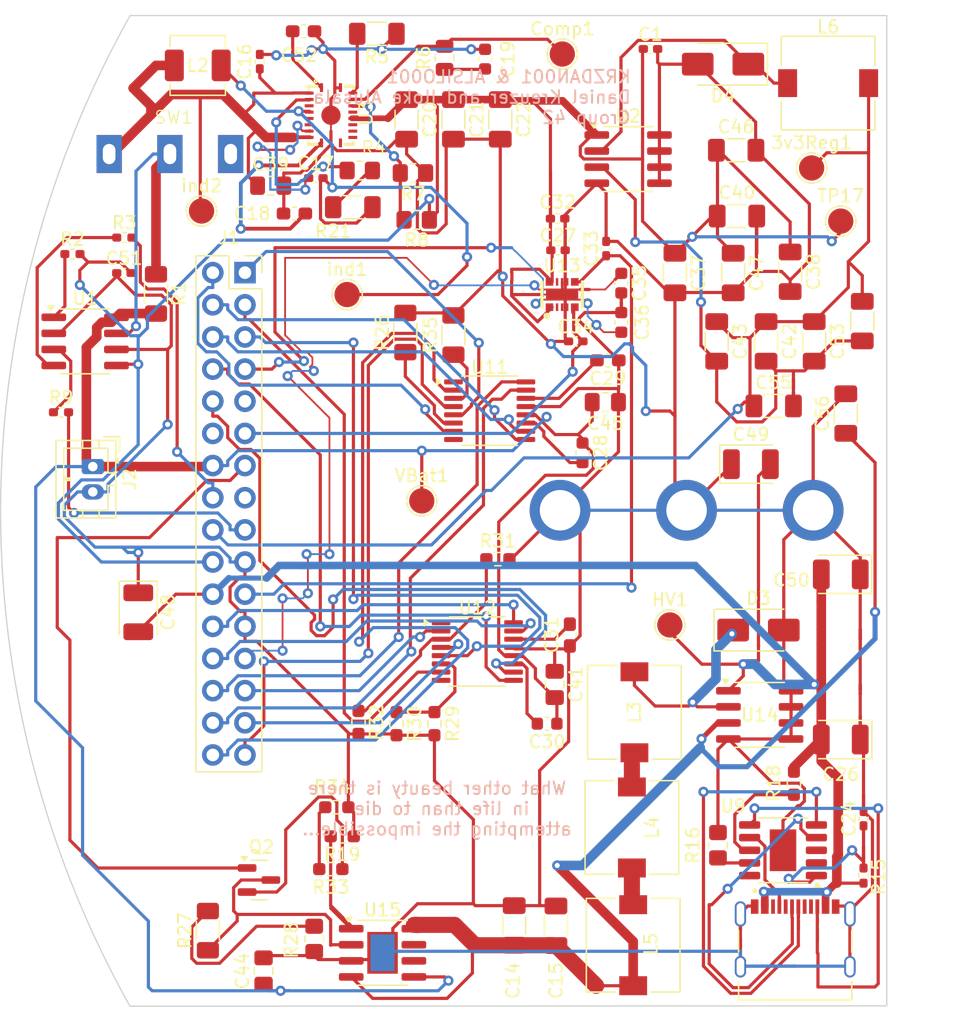
<source format=kicad_pcb>
(kicad_pcb (version 20241229) (generator "pcbnew") (generator_version "9.0")
  (layers (0 "F.Cu" signal) (2 "B.Cu" signal) (13 "F.Paste" user) (15 "B.Paste" user) (5 "F.SilkS" user "F.Silkscreen") (7 "B.SilkS" user "B.Silkscreen") (1 "F.Mask" user) (3 "B.Mask" user) (25 "Edge.Cuts" user))
  (net 0 "")
  (net 1 "/5V Out")
  (net 2 "GND")
  (net 3 "/HV")
  (net 4 "/EXT_LOAD1_OUT")
  (net 5 "/EXT_LOAD2_OUT")
  (net 6 "/FAST_CHARGE_CTRL")
  (net 7 "/SDA_INA219")
  (net 8 "/MOTOR1_CTRL2")
  (net 9 "/MOTOR1_A_OUT")
  (net 10 "/Motor2_B_OUT")
  (net 11 "/MOTOR2_CTRL1")
  (net 12 "/MOTOR1_B_OUT")
  (net 13 "/MOTOR1_CTRL1")
  (net 14 "/MOTOR2_CTRL2")
  (net 15 "/Motor2_A_OUT")
  (net 16 "/MOTOR4_CTRL1")
  (net 17 "/MOTOR3_CTRL1")
  (net 18 "/MOTOR3_CTRL2")
  (net 19 "/Motor4_A_OUT")
  (net 20 "/MOTOR3_B_OUT")
  (net 21 "/Motor4_B_OUT")
  (net 22 "/MOTOR3_A_OUT")
  (net 23 "/MOTOR4_CTRL2")
  (net 24 "/CTRL_EXT_LOAD1")
  (net 25 "/CTRL_EXT_LOAD2")
  (net 29 "/3.3V Out")
  (net 30 "/V_Battery+")
  (net 31 "/SCLK_INA219")
  (net 32 "Net-(SW1-B)")
  (net 33 "Net-(U1-A1)")
  (net 34 "Net-(U1-SCL)")
  (net 35 "Net-(U1-SDA)")
  (net 36 "/Vcc")
  (net 38 "Net-(U3-BOOT)")
  (net 39 "Net-(U3-SW_4)")
  (net 40 "Net-(U3-SS)")
  (net 41 "Net-(C19-Pad1)")
  (net 42 "Net-(U3-VCC)")
  (net 43 "Net-(R21-Pad2)")
  (net 44 "Net-(U3-FSW)")
  (net 45 "Net-(U3-ILIM)")
  (net 46 "Net-(U3-COMP)")
  (net 47 "/FB")
  (net 56 "Net-(U9-VDD)")
  (net 58 "Net-(J3-DP1)")
  (net 60 "Net-(J3-DN1)")
  (net 61 "Net-(J3-CC1)")
  (net 62 "Net-(J3-CC2)")
  (net 65 "Net-(U9-CFG1)")
  (net 66 "Net-(U9-VBUS)")
  (net 72 "Net-(R33-Pad2)")
  (net 73 "Net-(R27-Pad2)")
  (net 74 "Net-(U15-TEMP)")
  (net 75 "Net-(Q2-D)")
  (net 76 "Net-(L4-Pad2)")
  (net 77 "Net-(L3-Pad2)")
  (net 78 "Net-(D3-K)")
  (net 79 "/Stepped Down 5V")
  (net 80 "Net-(Q2-S)")
  (net 81 "Net-(U11-VCP)")
  (net 82 "Net-(U11-VINT)")
  (net 83 "Net-(U12-VCP)")
  (net 84 "Net-(U12-VINT)")
  (net 85 "Net-(U11-BISEN)")
  (net 86 "Net-(U12-BISEN)")
  (net 87 "Net-(U12-AISEN)")
  (net 88 "Net-(U11-AISEN)")
  (net 93 "Net-(U13-SS1)")
  (net 94 "Net-(U13-SS2)")
  (net 95 "Net-(U2-FB)")
  (net 96 "Net-(D4-K)")
  (footprint "Capacitor_SMD:C_0805_2012Metric_Pad1.18x1.45mm_HandSolder" (layer "F.Cu") (at 78.306 145.3115 90)
    (property "Reference" "C44")
    (property "Value" "10uF")
  )
  (footprint "Resistor_SMD:R_0603_1608Metric_Pad0.98x0.95mm_HandSolder" (layer "F.Cu") (at 120.206 130.474 90)
    (property "Reference" "R18")
    (property "Value" "10k")
  )
  (footprint "Resistor_SMD:R_1206_3216Metric_Pad1.30x1.75mm_HandSolder" (layer "F.Cu") (at 69.806 91.824 -90)
    (property "Reference" "R1")
    (property "Value" "0.1")
  )
  (footprint "Resistor_SMD:R_0805_2012Metric_Pad1.20x1.40mm_HandSolder" (layer "F.Cu") (at 85.906 82.074)
    (property "Reference" "R4")
    (property "Value" "220k")
  )
  (footprint "Capacitor_SMD:C_1206_3216Metric_Pad1.33x1.80mm_HandSolder" (layer "F.Cu") (at 101.406 141.7365 90)
    (property "Reference" "C15")
    (property "Value" "47uF")
  )
  (footprint "Capacitor_SMD:C_0603_1608Metric" (layer "F.Cu") (at 95.806 73.274 90)
    (property "Reference" "C19")
    (property "Value" "1nF")
  )
  (footprint "Capacitor_SMD:C_0805_2012Metric_Pad1.18x1.45mm_HandSolder" (layer "F.Cu") (at 101.306 122.674 -90)
    (property "Reference" "C41")
    (property "Value" "10uF")
  )
  (footprint "Capacitor_SMD:C_1206_3216Metric_Pad1.33x1.80mm_HandSolder" (layer "F.Cu") (at 97.006 78.0365 -90)
    (property "Reference" "C22")
    (property "Value" "22uF")
  )
  (footprint "Capacitor_SMD:C_1206_3216Metric_Pad1.33x1.80mm_HandSolder" (layer "F.Cu") (at 124.306 101.274 90)
    (property "Reference" "C56")
    (property "Value" "100uF")
  )
  (footprint "Inductor_SMD:L_7.3x7.3_H4.5" (layer "F.Cu") (at 107.606 124.874 -90)
    (property "Reference" "L3")
    (property "Value" "22uH")
  )
  (footprint "Capacitor_SMD:C_1206_3216Metric_Pad1.33x1.80mm_HandSolder" (layer "F.Cu") (at 89.606 78.0365 -90)
    (property "Reference" "C20")
    (property "Value" "22uF")
  )
  (footprint "Resistor_SMD:R_0805_2012Metric_Pad1.20x1.40mm_HandSolder" (layer "F.Cu") (at 90.406 85.974)
    (property "Reference" "R8")
    (property "Value" "150k")
  )
  (footprint "Resistor_SMD:R_0402_1005Metric_Pad0.72x0.64mm_HandSolder" (layer "F.Cu") (at 63.206 88.674)
    (property "Reference" "R2")
    (property "Value" "3.3k")
  )
  (footprint "Package_SO:TSSOP-16_4.4x5mm_P0.65mm" (layer "F.Cu") (at 96.1685 101.049)
    (property "Reference" "U11")
    (property "Value" "DRV8833PW")
  )
  (footprint "Capacitor_SMD:C_1206_3216Metric_Pad1.33x1.80mm_HandSolder" (layer "F.Cu") (at 115.406 90.174 -90)
    (property "Reference" "C47")
    (property "Value" "47uF")
  )
  (footprint "Connector_JST:JST_PH_B2B-PH-K_1x02_P2.00mm_Vertical" (layer "F.Cu") (at 64.816 105.464 -90)
    (property "Reference" "J2")
    (property "Value" "Conn_01x02")
  )
  (footprint "Capacitor_SMD:C_0603_1608Metric_Pad1.08x0.95mm_HandSolder" (layer "F.Cu") (at 105.506 97.074 180)
    (property "Reference" "C29")
    (property "Value" "2.2uF")
  )
  (footprint "TestPoint:TestPoint_Pad_D2.0mm" (layer "F.Cu") (at 84.906 91.874)
    (property "Reference" "ind1")
    (property "Value" "TestPoint")
  )
  (footprint "Resistor_SMD:R_1206_3216Metric_Pad1.30x1.75mm_HandSolder" (layer "F.Cu") (at 73.906 142.124 90)
    (property "Reference" "R27")
    (property "Value" "4.7k")
  )
  (footprint "Capacitor_SMD:C_0402_1005Metric_Pad0.74x0.62mm_HandSolder" (layer "F.Cu") (at 108.8735 72.474)
    (property "Reference" "C1")
    (property "Value" "1uF")
  )
  (footprint "Capacitor_SMD:C_0402_1005Metric_Pad0.74x0.62mm_HandSolder" (layer "F.Cu") (at 102.9685 95.574)
    (property "Reference" "C34")
    (property "Value" "1uF")
  )
  (footprint "AP22966DC8-7:AP22966DC8-7" (layer "F.Cu") (at 101.8935 91.874)
    (property "Reference" "U13")
    (property "Value" "AP22966DC8-7")
  )
  (footprint "Inductor_SMD:L_7.3x7.3_H4.5" (layer "F.Cu") (at 122.906 75.174)
    (property "Reference" "L6")
    (property "Value" "22uH")
  )
  (footprint "Capacitor_SMD:C_1206_3216Metric_Pad1.33x1.80mm_HandSolder" (layer "F.Cu") (at 98.106 141.7115 90)
    (property "Reference" "C14")
    (property "Value" "47uF")
  )
  (footprint "Capacitor_SMD:C_0603_1608Metric" (layer "F.Cu") (at 106.5685 90.974 -90)
    (property "Reference" "C35")
    (property "Value" "1nF")
  )
  (footprint "Resistor_SMD:R_0805_2012Metric_Pad1.20x1.40mm_HandSolder" (layer "F.Cu") (at 114.206 135.374 -90)
    (property "Reference" "R16")
    (property "Value" "6.8k")
  )
  (footprint "Package_SO:SOIC-8_3.9x4.9mm_P1.27mm" (layer "F.Cu") (at 117.506 125.079)
    (property "Reference" "U14")
    (property "Value" "XL1509-5.0")
  )
  (footprint "Resistor_SMD:R_1206_3216Metric_Pad1.30x1.75mm_HandSolder" (layer "F.Cu") (at 93.306 95.074 90)
    (property "Reference" "R35")
    (property "Value" "1")
  )
  (footprint "Capacitor_Tantalum_SMD:CP_EIA-3528-21_Kemet-B" (layer "F.Cu") (at 123.906 113.979 180)
    (property "Reference" "C50")
    (property "Value" "100uF")
  )
  (footprint "Diode_SMD:D_SMA" (layer "F.Cu") (at 114.606 73.674 180)
    (property "Reference" "D4")
    (property "Value" "SS32")
  )
  (footprint "Diode_SMD:D_SMA" (layer "F.Cu") (at 117.406 118.379)
    (property "Reference" "D3")
    (property "Value" "SS32")
  )
  (footprint "TestPoint:TestPoint_Pad_D2.0mm" (layer "F.Cu") (at 73.406 85.274)
    (property "Reference" "ind2")
    (property "Value" "TestPoint")
  )
  (footprint "Package_SO:SOIC-8_3.9x4.9mm_P1.27mm" (layer "F.Cu") (at 107.106 81.174)
    (property "Reference" "U2")
    (property "Value" "XL1509-3.3")
  )
  (footprint "Capacitor_SMD:C_0603_1608Metric" (layer "F.Cu") (at 100.706 125.774 180)
    (property "Reference" "C30")
    (property "Value" "10nF")
  )
  (footprint "Capacitor_SMD:C_1206_3216Metric_Pad1.33x1.80mm_HandSolder" (layer "F.Cu") (at 115.6435 80.474)
    (property "Reference" "C46")
    (property "Value" "100uF")
  )
  (footprint "Resistor_SMD:R_0805_2012Metric" (layer "F.Cu") (at 92.606 73.174 90)
    (property "Reference" "R6")
    (property "Value" "68k")
  )
  (footprint "Inductor_SMD:L_Changjiang_FXL0420" (layer "F.Cu") (at 73.106 73.774)
    (property "Reference" "L2")
    (property "Value" "1.2uH")
  )
  (footprint "Capacitor_SMD:C_0402_1005Metric_Pad0.74x0.62mm_HandSolder" (layer "F.Cu") (at 101.5685 88.374)
    (property "Reference" "C27")
    (property "Value" "1uF")
  )
  (footprint "Capacitor_SMD:C_1206_3216Metric_Pad1.33x1.80mm_HandSolder" (layer "F.Cu") (at 121.806 95.574 -90)
    (property "Reference" "C53")
    (property "Value" "100uF")
  )
  (footprint "Resistor_SMD:R_0402_1005Metric_Pad0.72x0.64mm_HandSolder" (layer "F.Cu") (at 125.706 137.774 90)
    (property "Reference" "R15")
    (property "Value" "1k")
  )
  (footprint "Capacitor_SMD:C_1206_3216Metric_Pad1.33x1.80mm_HandSolder" (layer "F.Cu") (at 115.706 85.674)
    (property "Reference" "C40")
    (property "Value" "100uF")
  )
  (footprint "Capacitor_SMD:C_1206_3216Metric_Pad1.33x1.80mm_HandSolder" (layer "F.Cu") (at 118.006 95.574 -90)
    (property "Reference" "C42")
    (property "Value" "47uF")
  )
  (footprint "Capacitor_Tantalum_SMD:CP_EIA-3528-21_Kemet-B" (layer "F.Cu") (at 116.806 105.274)
    (property "Reference" "C49")
    (property "Value" "100uF")
  )
  (footprint "Capacitor_SMD:C_0805_2012Metric_Pad1.18x1.45mm_HandSolder" (layer "F.Cu") (at 105.306 100.374 180)
    (property "Reference" "C45")
    (property "Value" "10uF")
  )
  (footprint "Resistor_SMD:R_0603_1608Metric_Pad0.98x0.95mm_HandSolder" (layer "F.Cu") (at 91.806 125.774 -90)
    (property "Reference" "R29")
    (property "Value" "0.82")
  )
  (footprint "Capacitor_SMD:C_0603_1608Metric_Pad1.08x0.95mm_HandSolder" (layer "F.Cu") (at 80.7435 85.474 180)
    (property "Reference" "C18")
    (property "Value" "47nF")
  )
  (footprint "TestPoint:TestPoint_Pad_D2.0mm" (layer "F.Cu") (at 101.906 72.874)
    (property "Reference" "Comp1")
    (property "Value" "TestPoint")
  )
  (footprint "Capacitor_SMD:C_0402_1005Metric_Pad0.74x0.62mm_HandSolder" (layer "F.Cu") (at 82.4385 82.674)
    (property "Reference" "C17")
    (property "Value" "0.1uF")
  )
  (footprint "Resistor_SMD:R_1206_3216Metric_Pad1.30x1.75mm_HandSolder" (layer "F.Cu") (at 89.506 94.874 90)
    (property "Reference" "R26")
    (property "Value" "1")
  )
  (footprint "Resistor_SMD:R_0402_1005Metric_Pad0.72x0.64mm_HandSolder" (layer "F.Cu") (at 62.3035 101.174)
    (property "Reference" "R9")
    (property "Value" "3.3k")
  )
  (footprint "Resistor_SMD:R_1206_3216Metric_Pad1.30x1.75mm_HandSolder" (layer "F.Cu") (at 85.356 84.974 180)
    (property "Reference" "R21")
    (property "Value" "33k")
  )
  (footprint "Capacitor_SMD:C_0402_1005Metric_Pad0.74x0.62mm_HandSolder" (layer "F.Cu") (at 67.2735 90.174)
    (property "Reference" "C51")
    (property "Value" "0.1uF")
  )
  (footprint "TPS61088RHLR:TPS61088RHLR" (layer "F.Cu") (at 83.6305 77.7115 -90)
    (property "Reference" "U3")
    (property "Value" "TPS61088RHLR")
  )
  (footprint "Inductor_SMD:L_7.3x7.3_H4.5" (layer "F.Cu") (at 107.506 143.274 -90)
    (property "Reference" "L5")
    (property "Value" "22uH")
  )
  (footprint "TestPoint:TestPoint_Pad_D2.0mm" (layer "F.Cu") (at 123.906 86.074)
    (property "Reference" "TP17")
    (property "Value" "TestPoint")
  )
  (footprint "Capacitor_SMD:C_1206_3216Metric_Pad1.33x1.80mm_HandSolder" (layer "F.Cu") (at 119.906 90.074 -90)
    (property "Reference" "C38")
    (property "Value" "100uF")
  )
  (footprint "Package_TO_SOT_SMD:SOT-23" (layer "F.Cu") (at 77.9435 138.124)
    (property "Reference" "Q2")
    (property "Value" "AO3400A")
  )
  (footprint "Capacitor_SMD:C_0603_1608Metric_Pad1.08x0.95mm_HandSolder" (layer "F.Cu") (at 81.4685 71.074 180)
    (property "Reference" "C52")
    (property "Value" "2.2uF")
  )
  (footprint "Capacitor_SMD:C_0402_1005Metric_Pad0.74x0.62mm_HandSolder" (layer "F.Cu") (at 101.536 85.874 180)
    (property "Reference" "C32")
    (property "Value" "1uF")
  )
  (footprint "Capacitor_SMD:C_0805_2012Metric_Pad1.18x1.45mm_HandSolder" (layer "F.Cu") (at 78.8685 83.274)
    (property "Reference" "C39")
    (property "Value" "10uF")
  )
  (footprint "Capacitor_SMD:C_1206_3216Metric_Pad1.33x1.80mm_HandSolder" (layer "F.Cu") (at 110.806 90.174 -90)
    (property "Reference" "C37")
    (property "Value" "100uF")
  )
  (footprint "Resistor_SMD:R_0805_2012Metric_Pad1.20x1.40mm_HandSolder" (layer "F.Cu") (at 90.106 82.274 180)
    (property "Reference" "R7")
    (property "Value" "47k")
  )
  (footprint "Footprints:SS12D10G4 071" (layer "F.Cu") (at 70.906 80.774)
    (property "Reference" "SW1")
    (property "Value" "SW_SPDT")
  )
  (footprint "Package_SO:SOIC-8_3.9x4.9mm_P1.27mm" (layer "F.Cu") (at 64.206 95.574)
    (property "Reference" "U1")
    (property "Value" "INA219AxD")
  )
  (footprint "Resistor_SMD:R_0402_1005Metric_Pad0.72x0.64mm_HandSolder" (layer "F.Cu") (at 67.306 87.374)
    (property "Reference" "R3")
    (property "Value" "3.3k")
  )
  (footprint "Resistor_SMD:R_0603_1608Metric_Pad0.98x0.95mm_HandSolder" (layer "F.Cu") (at 84.0935 132.374)
    (property "Reference" "R34")
    (property "Value" "270")
  )
  (footprint "Capacitor_SMD:C_0603_1608Metric" (layer "F.Cu") (at 106.5685 94.074 90)
    (property "Reference" "C36")
    (property "Value" "1nF")
  )
  (footprint "Capacitor_SMD:C_0603_1608Metric_Pad1.08x0.95mm_HandSolder" (layer "F.Cu") (at 102.506 118.774 90)
    (property "Reference" "C31")
    (property "Value" "2.2uF")
  )
  (footprint "Capacitor_SMD:C_1206_3216Metric_Pad1.33x1.80mm_HandSolder" (layer "F.Cu") (at 114.106 95.574 -90)
    (property "Reference" "C43")
    (property "Value" "47uF")
  )
  (footprint "Resistor_SMD:R_0603_1608Metric_Pad0.98x0.95mm_HandSolder" (layer "F.Cu") (at 88.806 125.774 -90)
    (property "Reference" "R30")
    (property "Value" "0.82")
  )
  (footprint "Package_SO:SOIC-8-1EP_3.9x4.9mm_P1.27mm_EP2.41x3.3mm_ThermalVias" (layer "F.Cu") (at 87.706 143.874)
    (property "Reference" "U15")
    (property "Value" "TP4056-42-ESOP8")
  )
  (footprint "Resistor_SMD:R_0603_1608Metric_Pad0.98x0.95mm_HandSolder" (layer "F.Cu") (at 84.5185 134.674 180)
    (property "Reference" "R19")
    (property "Value" "10k")
  )
  (footprint "Inductor_SMD:L_7.3x7.3_H4.5" (layer "F.Cu") (at 107.406 133.974 -90)
    (property "Reference" "L4")
    (property "Value" "22uH")
  )
  (footprint "Capacitor_Tantalum_SMD:CP_EIA-3528-21_Kemet-B" (layer "F.Cu") (at 123.906 127.029 180)
    (property "Reference" "C26")
    (property "Value" "100uF")
  )
  (footprint "TestPoint:TestPoint_Pad_D2.0mm" (layer "F.Cu") (at 110.406 117.974)
    (property "Reference" "HV1")
    (property "Value" "TestPoint")
  )
  (footprint "Capacitor_SMD:C_1206_3216Metric_Pad1.33x1.80mm_HandSolder" (layer "F.Cu") (at 125.606 93.974 -90)
    (property "Reference" "C54" (hide yes))
    (property "Value" "100uF")
  )
  (footprint "Capacitor_SMD:C_1206_3216Metric_Pad1.33x1.80mm_HandSolder" (layer "F.Cu") (at 118.606 100.674)
    (property "Reference" "C55")
    (property "Value" "100uF")
  )
  (footprint "Connector_PinSocket_2.54mm:PinSocket_2x16_P2.54mm_Vertical" (layer "F.Cu") (at 76.836 90.144)
    (property "Reference" "J1")
    (property "Value" "Conn_02x16_Odd_Even")
  )
  (footprint "Capacitor_SMD:C_0402_1005Metric_Pad0.74x0.62mm_HandSolder" (layer "F.Cu") (at 125.706 133.274 90)
    (property "Reference" "C24")
    (property "Value" "1uF")
  )
  (footprint "Resistor_SMD:R_0603_1608Metric_Pad0.98x0.95mm_HandSolder" (layer "F.Cu") (at 83.6185 137.2615 180)
    (property "Reference" "R33")
    (property "Value" "2.2k")
  )
  (footprint "Resistor_SMD:R_0603_1608Metric_Pad0.98x0.95mm_HandSolder" (layer "F.Cu") (at 96.8185 112.774)
    (property "Reference" "R31")
    (property "Value" "0.82")
  )
  (footprint "Package_SO:TSSOP-16_4.4x5mm_P0.65mm" (layer "F.Cu") (at 95.1935 120.074)
    (property "Reference" "U12")
    (property "Value" "DRV8833PW")
  )
  (footprint "TestPoint:TestPoint_Pad_D2.0mm" (layer "F.Cu") (at 121.606 81.874)
    (property "Reference" "3v3Reg1")
    (property "Value" "TestPoint")
  )
  (footprint "Capacitor_SMD:C_0603_1608Metric" (layer "F.Cu") (at 103.506 104.374 -90)
    (property "Reference" "C28")
    (property "Value" "10nF")
  )
  (footprint "Resistor_SMD:R_0805_2012Metric_Pad1.20x1.40mm_HandSolder" (layer "F.Cu") (at 82.306 142.774 -90)
    (property "Reference" "R28")
    (property "Value" "330")
  )
  (footprint "Footprints:HRO_TYPE-C-31-M-12" (layer "F.Cu") (at 120.306 144.974)
    (property "Reference" "J3" (hide yes))
    (property "Value" "TYPE-C-31-M-12")
  )
  (footprint "Capacitor_Tantalum_SMD:CP_EIA-3528-21_Kemet-B" (layer "F.Cu") (at 68.406 116.974 -90)
    (property "Reference" "C48")
    (property "Value" "100uF")
  )
  (footprint "Capacitor_SMD:C_0402_1005Metric_Pad0.74x0.62mm_HandSolder" (layer "F.Cu") (at 105.3685 88.2415 90)
    (property "Reference" "C33")
    (property "Value" "1uF")
  )
  (footprint "Resistor_SMD:R_0603_1608Metric_Pad0.98x0.95mm_HandSolder" (layer "F.Cu") (at 85.806 125.674 -90)
    (property "Reference" "R32")
    (property "Value" "0.82")
  )
  (footprint "Capacitor_SMD:C_1206_3216Metric_Pad1.33x1.80mm_HandSolder" (layer "F.Cu") (at 93.306 78.0365 -90)
    (property "Reference" "C21")
    (property "Value" "22uF")
  )
  (footprint "Package_SO:SSOP-10-1EP_3.9x4.9mm_P1mm_EP2.1x3.3mm" (layer "F.Cu") (at 119.3435 135.774 180)
    (property "Reference" "U9")
    (property "Value" "CH224K")
  )
  (footprint "Capacitor_SMD:C_0402_1005Metric_Pad0.74x0.62mm_HandSolder" (layer "F.Cu") (at 78.006 73.474 -90)
    (property "Reference" "C16")
    (property "Value" "0.1uF")
  )
  (footprint "Resistor_SMD:R_1206_3216Metric_Pad1.30x1.75mm_HandSolder" (layer "F.Cu") (at 87.256 71.274 180)
    (property "Reference" "R5")
    (property "Value" "100k")
  )
  (footprint "TestPoint:TestPoint_Pad_D2.0mm" (layer "F.Cu") (at 90.806 108.174)
    (property "Reference" "VBat1")
    (property "Value" "TestPoint")
  )
  (gr_line (start 67.763484 69.836915) (end 127.54 69.836915) (stroke (width 0.1)) (layer "Edge.Cuts"))
  (gr_line (start 127.54 69.836915) (end 127.54 148.065) (stroke (width 0.1)) (layer "Edge.Cuts"))
  (gr_line (start 127.54 148.065) (end 67.750527 148.088073) (stroke (width 0.1)) (layer "Edge.Cuts"))
  (gr_arc (start 67.750527 148.088073) (mid 57.532678 108.968275) (end 67.763484 69.836915) (stroke (width 0.1)) (layer "Edge.Cuts"))
  (gr_text "What other beauty is there\nin life than to die \nattempting the impossible..." (at 92.006046 134.674 0) (layer "B.SilkS") (effects (font (size 1 1)) (justify bottom mirror)))
  (gr_text "KRZDAN001 & ALSILO001 \nDaniel Kreuzer and Iloke Alusala\nGroup 42\n" (at 107.406046 78.474042 0) (layer "B.SilkS") (effects (font (size 1 1)) (justify left bottom mirror)))
  (segment (start 92.0337 85.3463) (end 92.0337 77.0517) (width 0.25) (layer "F.Cu") (net 1))
  (segment (start 101.106 90.874) (end 101.044 90.8115) (width 0.25) (layer "F.Cu") (net 1))
  (segment (start 97.906 91.974) (end 99.956 94.024) (width 0.25) (layer "F.Cu") (net 1))
  (segment (start 100.968 86.0129) (end 100.968 85.9434) (width 0.25) (layer "F.Cu") (net 1))
  (segment (start 101.106 91.874) (end 100.106 91.874) (width 0.14) (layer "F.Cu") (net 1))
  (segment (start 108.248 72.5316) (end 108.306 72.474) (width 0.25) (layer "F.Cu") (net 1))
  (segment (start 85.372 77.949) (end 85.3575 77.9635) (width 0.25) (layer "F.Cu") (net 1))
  (segment (start 100.968 86.0134) (end 100.968 86.0129) (width 0.25) (layer "F.Cu") (net 1))
  (segment (start 114.168 80.5515) (end 114.168 85.674) (width 0.25) (layer "F.Cu") (net 1))
  (segment (start 103.329 80.1912) (end 103.329 80.8868) (width 0.25) (layer "F.Cu") (net 1))
  (segment (start 104.251 79.269) (end 103.329 80.1912) (width 0.25) (layer "F.Cu") (net 1))
  (segment (start 99.5335 76.574) (end 101.936 76.574) (width 0.6) (layer "F.Cu") (net 1))
  (segment (start 101.106 88.479) (end 101.106 90.874) (width 0.25) (layer "F.Cu") (net 1))
  (segment (start 111.787 87.6557) (end 110.806 88.6365) (width 0.25) (layer "F.Cu") (net 1))
  (segment (start 100.968 85.9434) (end 100.968 85.874) (width 0.25) (layer "F.Cu") (net 1))
  (segment (start 104.631 79.269) (end 104.251 79.269) (width 0.25) (layer "F.Cu") (net 1))
  (segment (start 97.106 76.574) (end 97.006 76.474) (width 0.25) (layer "F.Cu") (net 1))
  (segment (start 100.968 82.1733) (end 100.968 82.1738) (width 0.25) (layer "F.Cu") (net 1))
  (segment (start 91.406 85.974) (end 92.0337 85.3463) (width 0.25) (layer "F.Cu") (net 1))
  (segment (start 110.806 88.6115) (end 110.806 88.6365) (width 0.25) (layer "F.Cu") (net 1))
  (segment (start 100.968 86.0134) (end 100.968 86.0129) (width 0.25) (layer "F.Cu") (net 1))
  (segment (start 100.968 84.0239) (end 100.968 84.0244) (width 0.25) (layer "F.Cu") (net 1))
  (segment (start 114.168 85.674) (end 114.168 87.374) (width 0.25) (layer "F.Cu") (net 1))
  (segment (start 85.2685 77.949) (end 85.256 77.9615) (width 0.25) (layer "F.Cu") (net 1))
  (segment (start 100.968 86.4326) (end 100.968 86.1533) (width 0.25) (layer "F.Cu") (net 1))
  (segment (start 111.787 87.6557) (end 111.833 87.6557) (width 0.25) (layer "F.Cu") (net 1))
  (segment (start 100.968 78.009) (end 100.968 82.1733) (width 0.25) (layer "F.Cu") (net 1))
  (segment (start 119.906 88.5115) (end 119.906 86.134) (width 0.25) (layer "F.Cu") (net 1))
  (segment (start 100.968 85.9434) (end 100.9685 85.9429) (width 0.25) (layer "F.Cu") (net 1))
  (segment (start 101.044 90.8115) (end 100.106 89.874) (width 0.25) (layer "F.Cu") (net 1))
  (segment (start 91.406 84.3144) (end 91.406 85.974) (width 0.25) (layer "F.Cu") (net 1))
  (segment (start 100.968 82.1733) (end 100.968 82.1738) (width 0.25) (layer "F.Cu") (net 1))
  (segment (start 114.1435 85.674) (end 113.768 85.674) (width 0.25) (layer "F.Cu") (net 1))
  (segment (start 97.706 76.474) (end 97.806 76.574) (width 0.25) (layer "F.Cu") (net 1))
  (segment (start 119.906 86.134) (end 114.246 80.474) (width 0.25) (layer "F.Cu") (net 1))
  (segment (start 119.906 88.5365) (end 119.906 88.5115) (width 0.25) (layer "F.Cu") (net 1))
  (segment (start 99.956 94.024) (end 101.044 92.9365) (width 0.25) (layer "F.Cu") (net 1))
  (segment (start 100.968 86.1533) (end 100.968 86.4326) (width 0.25) (layer "F.Cu") (net 1))
  (segment (start 97.806 76.574) (end 97.106 76.574) (width 0.6) (layer "F.Cu") (net 1))
  (segment (start 85.281 77.949) (end 85.372 77.949) (width 0.45) (layer "F.Cu") (net 1))
  (segment (start 63.8035 88.674) (end 64.4379 89.3084) (width 0.25) (layer "F.Cu") (net 1))
  (segment (start 91.456 76.474) (end 93.306 76.474) (width 0.6) (layer "F.Cu") (net 1))
  (segment (start 101.936 76.574) (end 104.631 79.269) (width 0.6) (layer "F.Cu") (net 1))
  (segment (start 100.968 82.1738) (end 100.968 84.0239) (width 0.25) (layer "F.Cu") (net 1))
  (segment (start 63.7908 89.9555) (end 63.7908 91.1165) (width 0.25) (layer "F.Cu") (net 1))
  (segment (start 100.968 84.0239) (end 100.968 84.0244) (width 0.25) (layer "F.Cu") (net 1))
  (segment (start 113.768 85.674) (end 111.787 87.6557) (width 0.25) (layer "F.Cu") (net 1))
  (segment (start 101.044 92.874) (end 101.044 92.9365) (width 0.25) (layer "F.Cu") (net 1))
  (segment (start 114.168 85.674) (end 114.1435 85.674) (width 0.25) (layer "F.Cu") (net 1))
  (segment (start 100.968 85.9434) (end 100.968 85.874) (width 0.25) (layer "F.Cu") (net 1))
  (segment (start 101.044 90.8115) (end 101.044 90.874) (width 0.25) (layer "F.Cu") (net 1))
  (segment (start 97.906 89.874) (end 97.906 90.1306) (width 0.25) (layer "F.Cu") (net 1))
  (segment (start 100.968 86.4326) (end 100.968 86.4331) (width 0.25) (layer "F.Cu") (net 1))
  (segment (start 97.927 90.753) (end 97.906 90.774) (width 0.25) (layer "F.Cu") (net 1))
  (segment (start 100.968 82.1738) (end 100.968 84.0239) (width 0.25) (layer "F.Cu") (net 1))
  (segment (start 68.3987 97.3791) (end 66.7809 97.3791) (width 0.25) (layer "F.Cu") (net 1))
  (segment (start 89.606 76.474) (end 91.456 76.474) (width 0.6) (layer "F.Cu") (net 1))
  (segment (start 111.833 87.6557) (end 112.175 87.3131) (width 0.25) (layer "F.Cu") (net 1))
  (segment (start 92.0337 77.0517) (end 91.456 76.474) (width 0.25) (layer "F.Cu") (net 1))
  (segment (start 103.608 81.1663) (end 108.248 81.1663) (width 0.25) (layer "F.Cu") (net 1))
  (segment (start 97.006 76.474) (end 97.706 76.474) (width 0.25) (layer "F.Cu") (net 1))
  (segment (start 67.841 90.174) (end 66.9754 89.3084) (width 0.25) (layer "F.Cu") (net 1))
  (segment (start 108.248 86.0789) (end 108.248 81.1663) (width 0.25) (layer "F.Cu") (net 1))
  (segment (start 101.001 88.374) (end 101.106 88.479) (width 0.25) (layer "F.Cu") (net 1))
  (segment (start 97.927 90.1516) (end 97.927 90.753) (width 0.25) (layer "F.Cu") (net 1))
  (segment (start 100.968 84.0239) (end 100.968 84.0244) (width 0.25) (layer "F.Cu") (net 1))
  (segment (start 100.968 86.4331) (end 100.968 88.3415) (width 0.25) (layer "F.Cu") (net 1))
  (segment (start 103.329 80.8868) (end 103.608 81.1663) (width 0.25) (layer "F.Cu") (net 1))
  (segment (start 97.906 91.874) (end 97.906 91.974) (width 0.25) (layer "F.Cu") (net 1))
  (segment (start 97.906 91.874) (end 100.106 91.874) (width 0.25) (layer "F.Cu") (net 1))
  (segment (start 123.906 86.9516) (end 123.906 86.074) (width 0.25) (layer "F.Cu") (net 1))
  (segment (start 97.906 90.774) (end 97.906 91.874) (width 0.25) (layer "F.Cu") (net 1))
  (segment (start 100.968 84.0244) (end 100.968 85.874) (width 0.25) (layer "F.Cu") (net 1))
  (segment (start 100.9685 85.9429) (end 100.9685 85.874) (width 0.25) (layer "F.Cu") (net 1))
  (segment (start 101.044 92.9365) (end 101.106 92.874) (width 0.25) (layer "F.Cu") (net 1))
  (segment (start 88.131 77.949) (end 89.606 76.474) (width 0.6) (layer "F.Cu") (net 1))
  (segment (start 100.968 86.1533) (end 100.968 86.0134) (width 0.25) (layer "F.Cu") (net 1))
  (segment (start 110.806 88.6365) (end 108.248 86.0789) (width 0.25) (layer "F.Cu") (net 1))
  (segment (start 97.906 90.1306) (end 97.927 90.1516) (width 0.25) (layer "F.Cu") (net 1))
  (segment (start 100.968 86.4331) (end 100.968 86.4326) (width 0.25) (layer "F.Cu") (net 1))
  (segment (start 100.968 88.3415) (end 101.001 88.374) (width 0.25) (layer "F.Cu") (net 1))
  (segment (start 100.106 89.874) (end 97.906 89.874) (width 0.25) (layer "F.Cu") (net 1))
  (segment (start 64.4379 89.3084) (end 63.7908 89.9555) (width 0.25) (layer "F.Cu") (net 1))
  (segment (start 123.197 87.6603) (end 123.906 86.9516) (width 0.25) (layer "F.Cu") (net 1))
  (segment (start 114.246 80.474) (end 114.168 80.5515) (width 0.25) (layer "F.Cu") (net 1))
  (segment (start 100.968 86.0129) (end 100.968 85.9434) (width 0.25) (layer "F.Cu") (net 1))
  (segment (start 66.7809 97.3791) (end 66.681 97.479) (width 0.25) (layer "F.Cu") (net 1))
  (segment (start 85.281 77.949) (end 85.2685 77.949) (width 0.25) (layer "F.Cu") (net 1))
  (segment (start 66.9754 89.3084) (end 64.4379 89.3084) (width 0.25) (layer "F.Cu") (net 1))
  (segment (start 85.372 77.949) (end 88.131 77.949) (width 0.45) (layer "F.Cu") (net 1))
  (segment (start 100.968 84.0244) (end 100.968 85.874) (width 0.25) (layer "F.Cu") (net 1))
  (segment (start 99.5335 76.574) (end 100.968 78.009) (width 0.25) (layer "F.Cu") (net 1))
  (segment (start 99.5335 76.574) (end 97.806 76.574) (width 0.6) (layer "F.Cu") (net 1))
  (segment (start 93.306 76.474) (end 97.006 76.474) (width 0.6) (layer "F.Cu") (net 1))
  (segment (start 114.081 80.474) (end 114.246 80.474) (width 0.25) (layer "F.Cu") (net 1))
  (segment (start 108.248 81.1663) (end 108.248 72.5316) (width 0.25) (layer "F.Cu") (net 1))
  (segment (start 100.968 84.0244) (end 100.968 85.874) (width 0.25) (layer "F.Cu") (net 1))
  (segment (start 114.168 87.374) (end 115.406 88.6115) (width 0.25) (layer "F.Cu") (net 1))
  (via (at 91.406 84.3144) (size 0.8) (drill 0.4) (layers "F.Cu" "B.Cu") (net 1))
  (via (at 68.3987 97.3791) (size 0.8) (drill 0.4) (layers "F.Cu" "B.Cu") (net 1))
  (via (at 123.197 87.6603) (size 0.8) (drill 0.4) (layers "F.Cu" "B.Cu") (net 1))
  (via (at 63.7908 91.1165) (size 0.8) (drill 0.4) (layers "F.Cu" "B.Cu") (net 1))
  (via (at 112.175 87.3131) (size 0.8) (drill 0.4) (layers "F.Cu" "B.Cu") (net 1))
  (segment (start 122.85 87.3131) (end 112.175 87.3131) (width 0.25) (layer "B.Cu") (net 1))
  (segment (start 88.1464 87.574) (end 91.406 84.3144) (width 0.25) (layer "B.Cu") (net 1))
  (segment (start 75.2028 87.574) (end 88.1464 87.574) (width 0.25) (layer "B.Cu") (net 1))
  (segment (start 69.1308 93.6461) (end 75.2028 87.574) (width 0.25) (layer "B.Cu") (net 1))
  (segment (start 63.7908 91.1165) (end 67.8024 95.1281) (width 0.25) (layer "B.Cu") (net 1))
  (segment (start 68.5201 95.1281) (end 69.1308 94.5174) (width 0.25) (layer "B.Cu") (net 1))
  (segment (start 67.8024 95.1281) (end 68.3987 95.1281) (width 0.25) (layer "B.Cu") (net 1))
  (segment (start 68.3987 95.1281) (end 68.5201 95.1281) (width 0.25) (layer "B.Cu") (net 1))
  (segment (start 65.6246 106.516) (end 63.9186 106.516) (width 0.25) (layer "B.Cu") (net 1))
  (segment (start 123.197 87.6603) (end 122.85 87.3131) (width 0.25) (layer "B.Cu") (net 1))
  (segment (start 68.3987 97.3791) (end 68.3987 103.742) (width 0.25) (layer "B.Cu") (net 1))
  (segment (start 62.1004 109.614) (end 65.4909 113.004) (width 0.25) (layer "B.Cu") (net 1))
  (segment (start 62.1004 108.334) (end 62.1004 109.614) (width 0.25) (layer "B.Cu") (net 1))
  (segment (start 68.3987 103.742) (end 65.6246 106.516) (width 0.25) (layer "B.Cu") (net 1))
  (segment (start 69.1308 94.5174) (end 69.1308 93.6461) (width 0.25) (layer "B.Cu") (net 1))
  (segment (start 63.9186 106.516) (end 62.1004 108.334) (width 0.25) (layer "B.Cu") (net 1))
  (segment (start 68.3987 97.3791) (end 68.3987 95.1281) (width 0.25) (layer "B.Cu") (net 1))
  (segment (start 65.4909 113.004) (end 74.296 113.004) (width 0.25) (layer "B.Cu") (net 1))
  (segment (start 102.908 119.234) (end 102.707 119.435) (width 0.25) (layer "F.Cu") (net 2))
  (segment (start 124.42 140.179) (end 124.63 140.388) (width 0.25) (layer "F.Cu") (net 2))
  (segment (start 102.401 95.574) (end 102.136 95.3091) (width 0.25) (layer "F.Cu") (net 2))
  (segment (start 125.444 123.429) (end 125.444 123.054) (width 0.25) (layer "F.Cu") (net 2))
  (segment (start 115.98 142.75) (end 115.98 143.414) (width 0.25) (layer "F.Cu") (net 2))
  (segment (start 125.4435 127.029) (end 125.444 127.029) (width 0.25) (layer "F.Cu") (net 2))
  (segment (start 115.381 91.7115) (end 115.406 91.7365) (width 0.25) (layer "F.Cu") (net 2))
  (segment (start 106.344 100.3735) (end 106.344 99.3007) (width 0.25) (layer "F.Cu") (net 2))
  (segment (start 66.706 90.174) (end 66.706 90.4279) (width 0.25) (layer "F.Cu") (net 2))
  (segment (start 109.581 81.809) (end 109.581 83.079) (width 0.25) (layer "F.Cu") (net 2))
  (segment (start 85.006 126.502) (end 77.7648 119.261) (width 0.25) (layer "F.Cu") (net 2))
  (segment (start 106.368 97.074) (end 106.368 97.4738) (width 0.25) (layer "F.Cu") (net 2))
  (segment (start 115.981 144.74) (end 115.981 144.974) (width 0.25) (layer "F.Cu") (net 2))
  (segment (start 106.568 93.1056) (end 106.568 93.1061) (width 0.25) (layer "F.Cu") (net 2))
  (segment (start 82.331 71.2802) (end 82.331 71.074) (width 0.25) (layer "F.Cu") (net 2))
  (segment (start 106.568 92.2742) (end 106.568 92.2747) (width 0.25) (layer "F.Cu") (net 2))
  (segment (start 114.206 134.374) (end 114.206 127.809) (width 0.25) (layer "F.Cu") (net 2))
  (segment (start 81.2189 82.274) (end 79.906 82.274) (width 0.25) (layer "F.Cu") (net 2))
  (segment (start 106.5685 93.203) (end 106.5685 93.299) (width 0.25) (layer "F.Cu") (net 2))
  (segment (start 119.406 122.599) (end 119.406 118.379) (width 0.25) (layer "F.Cu") (net 2))
  (segment (start 102.806 91.874) (end 102.136 91.874) (width 0.14) (layer "F.Cu") (net 2))
  (segment (start 82.206 72.474) (end 82.106 72.574) (width 0.25) (layer "F.Cu") (net 2))
  (segment (start 84.1064 80.5074) (end 87.9638 80.5074) (width 0.25) (layer "F.Cu") (net 2))
  (segment (start 88.806 71.274) (end 87.6378 72.4422) (width 0.25) (layer "F.Cu") (net 2))
  (segment (start 126.411 133.412) (end 125.706 132.706) (width 0.25) (layer "F.Cu") (net 2))
  (segment (start 66.706 90.4279) (end 62.1949 94.939) (width 0.25) (layer "F.Cu") (net 2))
  (segment (start 115.98 144.74) (end 115.98 144.929) (width 0.25) (layer "F.Cu") (net 2))
  (segment (start 82.2885 81.4916) (end 81.7421 82.038) (width 0.25) (layer "F.Cu") (net 2))
  (segment (start 83.631 78.974) (end 83.631 80.032) (width 0.25) (layer "F.Cu") (net 2))
  (segment (start 97.006 79.599) (end 97.006 90.0022) (width 0.25) (layer "F.Cu") (net 2))
  (segment (start 125.706 131.448) (end 125.706 127.292) (width 0.25) (layer "F.Cu") (net 2))
  (segment (start 125.706 132.706) (end 125.706 132.077) (width 0.25) (layer "F.Cu") (net 2))
  (segment (start 106.568 93.1061) (end 106.568 93.2025) (width 0.25) (layer "F.Cu") (net 2))
  (segment (start 106.568 93.2025) (end 106.568 93.299) (width 0.25) (layer "F.Cu") (net 2))
  (segment (start 106.344 104.296) (end 106.344 100.3735) (width 0.25) (layer "F.Cu") (net 2))
  (segment (start 123.551 140.179) (end 124.42 140.179) (width 0.25) (layer "F.Cu") (net 2))
  (segment (start 76.4682 116.907) (end 75.6593 116.098) (width 0.25) (layer "F.Cu") (net 2))
  (segment (start 83.631 80.032) (end 84.1064 80.5074) (width 0.25) (layer "F.Cu") (net 2))
  (segment (start 95.806 72.499) (end 94.7106 72.499) (width 0.25) (layer "F.Cu") (net 2))
  (segment (start 87.8185 143.774) (end 88.5185 143.774) (width 0.25) (layer "F.Cu") (net 2))
  (segment (start 92.7324 80.1726) (end 93.306 79.599) (width 0.25) (layer "F.Cu") (net 2))
  (segment (start 94.881 139.999) (end 90.4655 139.999) (width 0.25) (layer "F.Cu") (net 2))
  (segment (start 115.2685 105.274) (end 115.268 105.274) (width 0.25) (layer "F.Cu") (net 2))
  (segment (start 79.2385 72.9065) (end 79.306 72.974) (width 0.25) (layer "F.Cu") (net 2))
  (segment (start 85.8065 126.586) (end 85.8063 126.586) (width 0.25) (layer "F.Cu") (net 2))
  (segment (start 83.9345 75.549) (end 83.9345 73.4025) (width 0.25) (layer "F.Cu") (net 2))
  (segment (start 106.568 91.749) (end 106.568 92.1365) (width 0.25) (layer "F.Cu") (net 2))
  (segment (start 106.344 99.3007) (end 106.368 99.2757) (width 0.25) (layer "F.Cu") (net 2))
  (segment (start 120.611 130.474) (end 121.032 130.895) (width 0.25) (layer "F.Cu") (net 2))
  (segment (start 87.706 143.874) (end 87.7185 143.874) (width 0.25) (layer "F.Cu") (net 2))
  (segment (start 125.706 132.706) (end 125.706 132.7065) (width 0.25) (layer "F.Cu") (net 2))
  (segment (start 85.8058 126.586) (end 85.806 126.586) (width 0.25) (layer "F.Cu") (net 2))
  (segment (start 125.444 119.08) (end 125.444 119.079) (width 0.25) (layer "F.Cu") (net 2))
  (segment (start 125.444 125.229) (end 125.444 125.23) (width 0.25) (layer "F.Cu") (net 2))
  (segment (start 66.706 90.4279) (end 68.1999 91.9218) (width 0.25) (layer "F.Cu") (net 2))
  (segment (start 106.568 93.1056) (end 106.568 93.1061) (width 0.25) (layer "F.Cu") (net 2))
  (segment (start 115.98 143.414) (end 115.98 144.172) (width 0.25) (layer "F.Cu") (net 2))
  (segment (start 119.344 133.427) (end 119.344 135.774) (width 0.25) (layer "F.Cu") (net 2))
  (segment (start 71.0134 95.9204) (end 70.7248 96.209) (width 0.25) (layer "F.Cu") (net 2))
  (segment (start 85.006 126.586) (end 85.006 132.374) (width 0.25) (layer "F.Cu") (net 2))
  (segment (start 89.506 93.324) (end 93.106 93.324) (width 0.25) (layer "F.Cu") (net 2))
  (segment (start 106.568 93.2025) (end 106.568 93.299) (width 0.25) (layer "F.Cu") (net 2))
  (segment (start 125.444 123.43) (end 125.444 123.429) (width 0.25) (layer "F.Cu") (net 2))
  (segment (start 115.98 141.352) (end 115.98 140.759) (width 0.25) (layer "F.Cu") (net 2))
  (segment (start 101.956 91.874) (end 102.136 91.874) (width 0.25) (layer "F.Cu") (net 2))
  (segment (start 102.707 119.435) (end 102.6065 119.5355) (width 0.25) (layer "F.Cu") (net 2))
  (segment (start 106.368 97.074) (end 103.257 93.963) (width 0.25) (layer "F.Cu") (net 2))
  (segment (start 68.406 115.436) (end 68.406 115.4365) (width 0.25) (layer "F.Cu") (net 2))
  (segment (start 117.104 140.179) (end 117.061 140.179) (width 0.25) (layer "F.Cu") (net 2))
  (segment (start 101.726 108.914) (end 106.344 104.296) (width 0.25) (layer "F.Cu") (net 2))
  (segment (start 104.631 83.079) (end 105.368 83.8165) (width 0.25) (layer "F.Cu") (net 2))
  (segment (start 125.706 132.077) (end 125.706 131.448) (width 0.25) (layer "F.Cu") (net 2))
  (segment (start 83.006 72.474) (end 83.006 71.9552) (width 0.25) (layer "F.Cu") (net 2))
  (segment (start 85.8062 126.586) (end 85.806 126.586) (width 0.25) (layer "F.Cu") (net 2))
  (segment (start 75.6593 114.99) (end 76.4683 114.181) (width 0.25) (layer "F.Cu") (net 2))
  (segment (start 105.3685 87.674) (end 106.266 87.674) (width 0.25) (layer "F.Cu") (net 2))
  (segment (start 115.98 142.75) (end 115.98 143.414) (width 0.25) (layer "F.Cu") (net 2))
  (segment (start 125.444 115.025) (end 125.444 115.024) (width 0.25) (layer "F.Cu") (net 2))
  (segment (start 88.806 126.686) (end 88.706 126.586) (width 0.25) (layer "F.Cu") (net 2))
  (segment (start 125.444 119.08) (end 125.444 119.079) (width 0.25) (layer "F.Cu") (net 2))
  (segment (start 123.551 140.179) (end 123.506 140.224) (width 0.25) (layer "F.Cu") (net 2))
  (segment (start 87.1185 143.492) (end 87.3235 143.492) (width 0.25) (layer "F.Cu") (net 2))
  (segment (start 102.707 119.435) (end 102.6065 119.5355) (width 0.25) (layer "F.Cu") (net 2))
  (segment (start 88.8062 126.686) (end 88.806 126.686) (width 0.25) (layer "F.Cu") (net 2))
  (segment (start 110.303 91.7115) (end 115.381 91.7115) (width 0.25) (layer "F.Cu") (net 2))
  (segment (start 121.032 131.892) (end 120.672 132.252) (width 0.25) (layer "F.Cu") (net 2))
  (segment (start 84.3435 75.549) (end 84.356 75.5615) (width 0.25) (layer "F.Cu") (net 2))
  (segment (start 78.4885 144.092) (end 78.306 144.274) (width 0.25) (layer "F.Cu") (net 2))
  (segment (start 124.63 140.388) (end 124.63 140.389) (width 0.25) (layer "F.Cu") (net 2))
  (segment (start 102.104 85.874) (end 102.136 85.9065) (width 0.25) (layer "F.Cu") (net 2))
  (segment (start 125.444 123.054) (end 125.444 122.679) (width 0.25) (layer "F.Cu") (net 2))
  (segment (start 117.268 85.674) (end 117.268 88.6262) (width 0.25) (layer "F.Cu") (net 2))
  (segment (start 90.4566 82.9234) (end 90.4566 86.6495) (width 0.25) (layer "F.Cu") (net 2))
  (segment (start 76.836 119.261) (end 76.836 118.084) (width 0.25) (layer "F.Cu") (net 2))
  (segment (start 106.368 97.8746) (end 106.368 97.8751) (width 0.25) (layer "F.Cu") (net 2))
  (segment (start 115.98 142.086) (end 115.98 142.75) (width 0.25) (layer "F.Cu") (net 2))
  (segment (start 99.031 100.724) (end 101.736 100.724) (width 0.25) (layer "F.Cu") (net 2))
  (segment (start 83.0943 80.5687) (end 83.0943 80.5858) (width 0.25) (layer "F.Cu") (net 2))
  (segment (start 81.455 82.038) (end 81.2189 82.274) (width 0.25) (layer "F.Cu") (net 2))
  (segment (start 79.906 83.274) (end 79.906 85.449) (width 0.25) (layer "F.Cu") (net 2))
  (segment (start 125.444 125.23) (end 125.444 127.029) (width 0.25) (layer "F.Cu") (net 2))
  (segment (start 81.7421 82.038) (end 81.455 82.038) (width 0.25) (layer "F.Cu") (net 2))
  (segment (start 117.268 85.674) (end 117.268 88.6262) (width 0.25) (layer "F.Cu") (net 2))
  (segment (start 87.3235 143.492) (end 87.706 143.874) (width 0.25) (layer "F.Cu") (net 2))
  (segment (start 106.368 97.4738) (end 106.368 97.074) (width 0.25) (layer "F.Cu") (net 2))
  (segment (start 119.3435 135.774) (end 119.344 135.774) (width 0.25) (layer "F.Cu") (net 2))
  (segment (start 125.444 115.024) (end 125.444 113.979) (width 0.25) (layer "F.Cu") (net 2))
  (segment (start 97.201 90.4523) (end 97.201 91.969) (width 0.25) (layer "F.Cu") (net 2))
  (segment (start 91.806 130.274) (end 94.881 133.349) (width 0.25) (layer "F.Cu") (net 2))
  (segment (start 125.444 119.079) (end 125.444 118.329) (width 0.25) (layer "F.Cu") (net 2))
  (segment (start 101.306 121.636) (end 101.306 121.6365) (width 0.25) (layer "F.Cu") (net 2))
  (segment (start 102.136 88.1916) (end 102.136 88.374) (width 0.25) (layer "F.Cu") (net 2))
  (segment (start 85.131 144.409) (end 82.6235 144.409) (width 0.25) (layer "F.Cu") (net 2))
  (segment (start 119.906 91.6365) (end 119.906 90.7246) (width 0.25) (layer "F.Cu") (net 2))
  (segment (start 102.506 119.636) (end 102.506 119.6365) (width 0.25) (layer "F.Cu") (net 2))
  (segment (start 78.006 72.9065) (end 79.2385 72.9065) (width 0.25) (layer "F.Cu") (net 2))
  (segment (start 85.8063 126.586) (end 85.8065 126.586) (width 0.25) (layer "F.Cu") (net 2))
  (segment (start 88.806 126.686) (end 88.806 126.6865) (width 0.25) (layer "F.Cu") (net 2))
  (segment (start 68.406 115.436) (end 68.406 112.253) (width 0.25) (layer "F.Cu") (net 2))
  (segment (start 85.8056 126.586) (end 85.8058 126.586) (width 0.25) (layer "F.Cu") (net 2))
  (segment (start 87.1185 143.492) (end 87.1185 142.574) (width 0.25) (layer "F.Cu") (net 2))
  (segment (start 82.306 144.092) (end 82.306 143.774) (width 0.25) (layer "F.Cu") (net 2))
  (segment (start 84.3805 75.5308) (end 84.3805 75.5265) (width 0.25) (layer "F.Cu") (net 2))
  (segment (start 85.8056 126.586) (end 85.8055 126.586) (width 0.25) (layer "F.Cu") (net 2))
  (segment (start 87.9638 80.5074) (end 88.8722 79.599) (width 0.25) (layer "F.Cu") (net 2))
  (segment (start 98.106 140.149) (end 95.031 140.149) (width 0.25) (layer "F.Cu") (net 2))
  (segment (start 102.136 85.9065) (end 102.136 88.1916) (width 0.25) (layer "F.Cu") (net 2))
  (segment (start 98.1745 119.868) (end 98.056 119.749) (width 0.25) (layer "F.Cu") (net 2))
  (segment (start 90.4566 86.6495) (end 90.8105 87.0034) (width 0.25) (layer "F.Cu") (net 2))
  (segment (start 119.981 126.984) (end 115.031 126.984) (width 0.25) (layer "F.Cu") (net 2))
  (segment (start 109.581 73.674) (end 109.581 79.269) (width 0.25) (layer "F.Cu") (net 2))
  (segment (start 101.8935 91.874) (end 101.8935 91.5009) (width 0.25) (layer "F.Cu") (net 2))
  (segment (start 108.506 101.074) (end 110.406 101.074) (width 0.25) (layer "F.Cu") (net 2))
  (segment (start 96.8278 90.0022) (end 93.306 93.524) (width 0.25) (layer "F.Cu") (net 2))
  (segment (start 124.63 140.759) (end 124.63 140.389) (width 0.25) (layer "F.Cu") (net 2))
  (segment (start 106.368 97.8746) (end 106.368 97.4743) (width 0.25) (layer "F.Cu") (net 2))
  (segment (start 79.906 85.449) (end 79.881 85.474) (width 0.25) (layer "F.Cu") (net 2))
  (segment (start 94.881 133.349) (end 94.881 139.999) (width 0.25) (layer "F.Cu") (net 2))
  (segment (start 116.125 140.614) (end 116.124 140.614) (width 0.25) (layer "F.Cu") (net 2))
  (segment (start 120.519 132.252) (end 119.344 133.427) (width 0.25) (layer "F.Cu") (net 2))
  (segment (start 115.98 141.352) (end 115.98 140.759) (width 0.25) (layer "F.Cu") (net 2))
  (segment (start 68.1999 91.9218) (end 70.2531 91.9218) (width 0.25) (layer "F.Cu") (net 2))
  (segment (start 91.806 126.686) (end 91.806 126.6865) (width 0.25) (layer "F.Cu") (net 2))
  (segment (start 115.98 142.086) (end 115.98 141.352) (width 0.25) (layer "F.Cu") (net 2))
  (segment (start 115.98 144.55) (end 115.98 144.74) (width 0.25) (layer "F.Cu") (net 2))
  (segment (start 117.2685 85.674) (end 117.268 85.674) (width 0.25) (layer "F.Cu") (net 2))
  (segment (start 125.444 119.83) (end 125.444 119.08) (width 0.25) (layer "F.Cu") (net 2))
  (segment (start 116.124 140.614) (end 116.052 140.686) (width 0.25) (layer "F.Cu") (net 2))
  (segment (start 125.444 127.029) (end 125.444 125.23) (width 0.25) (layer "F.Cu") (net 2))
  (segment (start 124.631 141.35) (end 124.631 140.804) (width 0.25) (layer "F.Cu") (net 2))
  (segment (start 121.726 102.292) (end 121.726 108.914) (width 0.25) (layer "F.Cu") (net 2))
  (segment (start 106.568 92.524) (end 106.568 92.5245) (width 0.25) (layer "F.Cu") (net 2))
  (segment (start 125.444 113.979) (end 125.444 112.632) (width 0.25) (layer "F.Cu") (net 2))
  (segment (start 124.631 144.974) (end 124.63 144.973) (width 0.25) (layer "F.Cu") (net 2))
  (segment (start 102.908 119.234) (end 102.707 119.435) (width 0.25) (layer "F.Cu") (net 2))
  (segment (start 90.4655 139.999) (end 88.5185 141.946) (width 0.25) (layer "F.Cu") (net 2))
  (segment (start 106.3685 97.074) (end 106.368 97.074) (width 0.25) (layer "F.Cu") (net 2))
  (segment (start 105.837 93.299) (end 106.568 93.299) (width 0.25) (layer "F.Cu") (net 2))
  (segment (start 102.136 91.874) (end 101.956 91.874) (width 0.14) (layer "F.Cu") (net 2))
  (segment (start 88.5185 144.974) (end 88.5185 143.774) (width 0.25) (layer "F.Cu") (net 2))
  (segment (start 121.427 89.2032) (end 119.906 90.7246) (width 0.25) (layer "F.Cu") (net 2))
  (segment (start 85.431 134.674) (end 85.431 132.799) (width 0.25) (layer "F.Cu") (net 2))
  (segment (start 89.606 80.774) (end 89.606 79.599) (width 0.25) (layer "F.Cu") (net 2))
  (segment (start 110.806 107.994) (end 111.726 108.914) (width 0.25) (layer "F.Cu") (net 2))
  (segment (start 102.408 120.001) (end 102.275 119.868) (width 0.25) (layer "F.Cu") (net 2))
  (segment (start 102.104 85.6065) (end 102.104 85.874) (width 0.25) (layer "F.Cu") (net 2))
  (segment (start 117.244 85.6985) (end 117.268 85.674) (width 0.25) (layer "F.Cu") (net 2))
  (segment (start 83.006 71.9552) (end 82.331 71.2802) (width 0.25) (layer "F.Cu") (net 2))
  (segment (start 77.7648 119.261) (end 76.836 119.261) (width 0.25) (layer "F.Cu") (net 2))
  (segment (start 70.2531 91.9218) (end 71.0134 92.6821) (width 0.25) (layer "F.Cu") (net 2))
  (segment (start 114.206 127.809) (end 115.031 126.984) (width 0.25) (layer "F.Cu") (net 2))
  (segment (start 110.806 101.474) (end 110.806 107.994) (width 0.25) (layer "F.Cu") (net 2))
  (segment (start 106.568 93.1061) (end 106.568 93.2025) (width 0.25) (layer "F.Cu") (net 2))
  (segment (start 117.268 88.6262) (end 117.244 88.6507) (width 0.25) (layer "F.Cu") (net 2))
  (segment (start 101.381 140.149) (end 100.119 140.149) (width 0.25) (layer "F.Cu") (net 2))
  (segment (start 106.568 92.5245) (end 106.568 92.9117) (width 0.25) (layer "F.Cu") (net 2))
  (segment (start 92.7324 86.2953) (end 92.7324 80.1726) (width 0.25) (layer "F.Cu") (net 2))
  (segment (start 125.444 123.429) (end 125.444 123.054) (width 0.25) (layer "F.Cu") (net 2))
  (segment (start 117.244 88.6507) (end 117.244 85.6985) (width 0.25) (layer "F.Cu") (net 2))
  (segment (start 125.706 132.706) (end 125.706 132.077) (width 0.25) (layer "F.Cu") (net 2))
  (segment (start 88.706 126.586) (end 85.8065 126.586) (width 0.25) (layer "F.Cu") (net 2))
  (segment (start 84.3623 75.549) (end 84.3805 75.5308) (width 0.25) (layer "F.Cu") (net 2))
  (segment (start 109.441 73.534) (end 109.581 73.674) (width 0.25) (layer "F.Cu") (net 2))
  (segment (start 106.568 92.9122) (end 106.568 93.1056) (width 0.25) (layer "F.Cu") (net 2))
  (segment (start 85.8062 126.586) (end 85.806 126.586) (width 0.25) (layer "F.Cu") (net 2))
  (segment (start 106.368 99.2757) (end 106.368 97.8751) (width 0.25) (layer "F.Cu") (net 2))
  (segment (start 85.8063 126.586) (end 85.8062 126.586) (width 0.25) (layer "F.Cu") (net 2))
  (segment (start 103.257 93.7231) (end 103.681 93.299) (width 0.25) (layer "F.Cu") (net 2))
  (segment (start 83.9345 73.4025) (end 83.006 72.474) (width 0.25) (layer "F.Cu") (net 2))
  (segment (start 124.306 99.7115) (end 121.726 102.292) (width 0.25) (layer "F.Cu") (net 2))
  (segment (start 87.1185 144.974) (end 87.1185 144.409) (width 0.25) (layer "F.Cu") (net 2))
  (segment (start 125.444 115.025) (end 125.444 115.024) (width 0.25) (layer "F.Cu") (net 2))
  (segment (start 103.159 99.3007) (end 106.344 99.3007) (width 0.25) (layer "F.Cu") (net 2))
  (segment (start 83.606 77.7115) (end 83.631 77.7115) (width 0.25) (layer "F.Cu") (net 2))
  (segment (start 124.63 144.973) (end 124.63 141.352) (width 0.25) (layer "F.Cu") (net 2))
  (segment (start 125.444 112.632) (end 121.726 108.914) (width 0.25) (layer "F.Cu") (net 2))
  (segment (start 124.63 140.389) (end 124.63 140.388) (width 0.25) (layer "F.Cu") (net 2))
  (segment (start 102.104 85.874) (end 102.136 85.9065) (width 0.25) (layer "F.Cu") (net 2))
  (segment (start 125.444 125.229) (end 125.444 123.43) (width 0.25) (layer "F.Cu") (net 2))
  (segment (start 117.061 140.179) (end 117.106 140.224) (width 0.25) (layer "F.Cu") (net 2))
  (segment (start 116.052 140.686) (end 115.98 140.759) (width 0.25) (layer "F.Cu") (net 2))
  (segment (start 95.031 140.149) (end 94.881 139.999) (width 0.25) (layer "F.Cu") (net 2))
  (segment (start 125.444 123.054) (end 125.444 122.679) (width 0.25) (layer "F.Cu") (net 2))
  (segment (start 101.406 140.174) (end 101.381 140.149) (width 0.25) (layer "F.Cu") (net 2))
  (segment (start 117.244 90.0476) (end 117.244 88.6507) (width 0.25) (layer "F.Cu") (net 2))
  (segment (start 103.311 110.499) (end 103.311 118.832) (width 0.25) (layer "F.Cu") (net 2))
  (segment (start 115.98 144.172) (end 115.98 144.55) (width 0.25) (layer "F.Cu") (net 2))
  (segment (start 97.006 90.0022) (end 96.9779 90.0022) (width 0.25) (layer "F.Cu") (net 2))
  (segment (start 87.1185 144.409) (end 87.1185 143.492) (width 0.25) (layer "F.Cu") (net 2))
  (segment (start 90.8105 87.0034) (end 92.0243 87.0034) (width 0.25) (layer "F.Cu") (net 2))
  (segment (start 82.7107 80.9694) (end 82.7107 81.0411) (width 0.25) (layer "F.Cu") (net 2))
  (segment (start 83.631 77.7115) (end 83.631 78.224) (width 0.25) (layer "F.Cu") (net 2))
  (segment (start 70.7248 96.209) (end 66.681 96.209) (width 0.25) (layer "F.Cu") (net 2))
  (segment (start 102.136 95.3091) (end 102.136 91.874) (width 0.25) (layer "F.Cu") (net 2))
  (segment (start 124.763 140.389) (end 126.411 138.74) (width 0.25) (layer "F.Cu") (net 2))
  (segment (start 106.568 93.2025) (end 106.568 93.299) (width 0.25) (layer "F.Cu") (net 2))
  (segment (start 119.229 90.0476) (end 117.244 90.0476) (width 0.25) (layer "F.Cu") (net 2))
  (segment (start 85.006 126.586) (end 85.8055 126.586) (width 0.25) (layer "F.Cu") (net 2))
  (segment (start 85.131 144.409) (end 85.231 144.509) (width 0.25) (layer "F.Cu") (net 2))
  (segment (start 82.306 144.092) (end 78.4885 144.092) (width 0.25) (layer "F.Cu") (net 2))
  (segment (start 120.672 132.252) (end 120.519 132.252) (width 0.25) (layer "F.Cu") (net 2))
  (segment (start 97.201 91.969) (end 101.006 95.774) (width 0.25) (layer "F.Cu") (net 2))
  (segment (start 109.441 72.474) (end 109.441 73.534) (width 0.25) (layer "F.Cu") (net 2))
  (segment (start 125.444 119.079) (end 125.444 118.329) (width 0.25) (layer "F.Cu") (net 2))
  (segment (start 117.061 140.179) (end 116.56 140.179) (width 0.25) (layer "F.Cu") (net 2))
  (segment (start 88.8722 79.599) (end 89.606 79.599) (width 0.25) (layer "F.Cu") (net 2))
  (segment (start 85.8056 126.586) (end 85.8058 126.586) (width 0.25) (layer "F.Cu") (net 2))
  (segment (start 102.408 127.178) (end 102.408 120.001) (width 0.25) (layer "F.Cu") (net 2))
  (segment (start 125.444 125.23) (end 125.444 125.229) (width 0.25) (layer "F.Cu") (net 2))
  (segment (start 101.956 91.874) (end 101.894 91.874) (width 0.25) (layer "F.Cu") (net 2))
  (segment (start 100.119 140.149) (end 100.119 129.468) (width 0.25) (layer "F.Cu") (net 2))
  (segment (start 116.052 140.686) (end 115.98 140.759) (width 0.25) (layer "F.Cu") (net 2))
  (segment (start 115.031 126.984) (end 118.521 130.474) (width 0.25) (layer "F.Cu") (net 2))
  (segment (start 125.706 127.292) (end 125.444 127.029) (width 0.25) (layer "F.Cu") (net 2))
  (segment (start 124.63 140.759) (end 124.63 140.389) (width 0.25) (layer "F.Cu") (net 2))
  (segment (start 124.63 141.352) (end 124.63 140.759) (width 0.25) (layer "F.Cu") (net 2))
  (segment (start 83.9345 75.549) (end 83.9345 76.1205) (width 0.25) (layer "F.Cu") (net 2))
  (segment (start 101.736 100.724) (end 103.159 99.3007) (width 0.25) (layer "F.Cu") (net 2))
  (segment (start 88.8062 126.686) (end 88.806 126.686) (width 0.25) (layer "F.Cu") (net 2))
  (segment (start 106.568 92.5245) (end 106.568 92.9117) (width 0.25) (layer "F.Cu") (net 2))
  (segment (start 109.581 79.269) (end 109.581 80.539) (width 0.25) (layer "F.Cu") (net 2))
  (segment (start 106.5685 91.749) (end 106.568 91.749) (width 0.25) (layer "F.Cu") (net 2))
  (segment (start 106.568 92.2747) (end 106.568 92.2742) (width 0.25) (layer "F.Cu") (net 2))
  (segment (start 83.631 76.424) (end 83.631 77.7115) (width 0.25) (layer "F.Cu") (net 2))
  (segment (start 104.631 83.079) (end 102.104 85.6065) (width 0.25) (layer "F.Cu") (net 2))
  (segment (start 102.6065 119.5355) (end 102.506 119.636) (width 0.25) (layer "F.Cu") (net 2))
  (segment (start 71.0134 92.6821) (end 71.0134 95.9204) (width 0.25) (layer "F.Cu") (net 2))
  (segment (start 84.3623 75.549) (end 84.3435 75.549) (width 0.25) (layer "F.Cu") (net 2))
  (segment (start 101.306 119.868) (end 98.1745 119.868) (width 0.25) (layer "F.Cu") (net 2))
  (segment (start 106.368 97.4743) (end 106.368 97.4738) (width 0.25) (layer "F.Cu") (net 2))
  (segment (start 76.836 118.084) (end 76.836 116.907) (width 0.25) (layer "F.Cu") (net 2))
  (segment (start 124.63 141.352) (end 124.631 141.35) (width 0.25) (layer "F.Cu") (net 2))
  (segment (start 106.568 92.2742) (end 106.568 92.1365) (width 0.25) (layer "F.Cu") (net 2))
  (segment (start 117.181 80.474) (end 121.427 84.7204) (width 0.25) (layer "F.Cu") (net 2))
  (segment (start 115.98 142.086) (end 115.98 141.352) (width 0.25) (layer "F.Cu") (net 2))
  (segment (start 76.836 116.907) (end 76.4682 116.907) (width 0.25) (layer "F.Cu") (net 2))
  (segment (start 118.521 130.474) (end 120.611 130.474) (width 0.25) (layer "F.Cu") (net 2))
  (segment (start 125.444 122.679) (end 125.444 119.83) (width 0.25) (layer "F.Cu") (net 2))
  (segment (start 117.206 80.474) (end 117.181 80.474) (width 0.25) (layer "F.Cu") (net 2))
  (segment (start 93.106 93.324) (end 93.306 93.524) (width 0.25) (layer "F.Cu") (net 2))
  (segment (start 85.006 126.586) (end 85.006 126.502) (width 0.25) (layer "F.Cu") (net 2))
  (segment (start 96.9779 90.0022) (end 96.9779 90.2292) (width 0.25) (layer "F.Cu") (net 2))
  (segment (start 117.181 78.249) (end 117.181 80.474) (width 0.25) (layer "F.Cu") (net 2))
  (segment (start 106.368 97.4738) (end 106.368 97.074) (width 0.25) (layer "F.Cu") (net 2))
  (segment (start 96.9779 90.2292) (end 97.201 90.4523) (width 0.25) (layer "F.Cu") (net 2))
  (segment (start 106.568 93.1061) (end 106.568 93.2025) (width 0.25) (layer "F.Cu") (net 2))
  (segment (start 117.268 88.6262) (end 117.244 88.6507) (width 0.25) (layer "F.Cu") (net 2))
  (segment (start 125.706 132.077) (end 125.706 131.448) (width 0.25) (layer "F.Cu") (net 2))
  (segment (start 88.5185 141.946) (end 88.5185 143.774) (width 0.25) (layer "F.Cu") (net 2))
  (segment (start 91.106 82.274) (end 89.606 80.774) (width 0.25) (layer "F.Cu") (net 2))
  (segment (start 85.806 126.586) (end 85.8058 126.586) (width 0.25) (layer "F.Cu") (net 2))
  (segment (start 106.568 92.9122) (end 106.568 93.1056) (width 0.25) (layer "F.Cu") (net 2))
  (segment (start 101.206 95.574) (end 101.006 95.774) (width 0.25) (layer "F.Cu") (net 2))
  (segment (start 106.568 93.2025) (end 106.568 93.299) (width 0.25) (layer "F.Cu") (net 2))
  (segment (start 106.568 93.1056) (end 106.568 93.1061) (width 0.25) (layer "F.Cu") (net 2))
  (segment (start 106.568 92.1365) (end 106.568 92.2742) (width 0.25) (layer "F.Cu") (net 2))
  (segment (start 103.681 93.299) (end 105.837 93.299) (width 0.25) (layer "F.Cu") (net 2))
  (segment (start 106.3435 100.374) (end 106.344 100.3735) (width 0.25) (layer "F.Cu") (net 2))
  (segment (start 119.981 126.984) (end 119.981 125.714) (width 0.25) (layer "F.Cu") (net 2))
  (segment (start 100.119 140.149) (end 98.106 140.149) (width 0.25) (layer "F.Cu") (net 2))
  (segment (start 125.444 123.054) (end 125.444 122.679) (width 0.25) (layer "F.Cu") (net 2))
  (segment (start 116.56 140.179) (end 116.125 140.614) (width 0.25) (layer "F.Cu") (net 2))
  (segment (start 83.006 72.474) (end 82.206 72.474) (width 0.25) (layer "F.Cu") (net 2))
  (segment (start 106.568 92.524) (end 106.568 92.5245) (width 0.25) (layer "F.Cu") (net 2))
  (segment (start 106.568 93.1061) (end 106.568 93.2025) (width 0.25) (layer "F.Cu") (net 2))
  (segment (start 106.368 97.4743) (end 106.368 97.4738) (width 0.25) (layer "F.Cu") (net 2))
  (segment (start 87.1185 144.409) (end 85.131 144.409) (width 0.25) (layer "F.Cu") (net 2))
  (segment (start 103.311 118.832) (end 102.908 119.234) (width 0.25) (layer "F.Cu") (net 2))
  (segment (start 97.866 112.774) (end 101.726 108.914) (width 0.25) (layer "F.Cu") (net 2))
  (segment (start 83.9345 76.1205) (end 83.631 76.424) (width 0.25) (layer "F.Cu") (net 2))
  (segment (start 102.6065 119.5355) (end 102.506 119.636) (width 0.25) (layer "F.Cu") (net 2))
  (segment (start 119.906 90.7246) (end 119.229 90.0476) (width 0.25) (layer "F.Cu") (net 2))
  (segment (start 119.981 125.714) (end 119.981 124.444) (width 0.25) (layer "F.Cu") (net 2))
  (segment (start 115.98 144.172) (end 115.98 144.55) (width 0.25) (layer "F.Cu") (net 2))
  (segment (start 125.444 118.329) (end 125.444 115.025) (width 0.25) (layer "F.Cu") (net 2))
  (segment (start 105.368 83.8165) (end 105.368 87.674) (width 0.25) (layer "F.Cu") (net 2))
  (segment (start 105.837 93.299) (end 106.568 93.299) (width 0.25) (layer "F.Cu") (net 2))
  (segment (start 125.4435 113.979) (end 125.444 113.979) (width 0.25) (layer "F.Cu") (net 2))
  (segment (start 106.266 87.674) (end 110.303 91.7115) (width 0.25) (layer "F.Cu") (net 2))
  (segment (start 87.6378 72.4422) (end 87.6378 72.474) (width 0.25) (layer "F.Cu") (net 2))
  (segment (start 84.381 75.549) (end 84.3623 75.549) (width 0.25) (layer "F.Cu") (net 2))
  (segment (start 88.8062 126.686) (end 91.806 126.686) (width 0.25) (layer "F.Cu") (net 2))
  (segment (start 121.032 130.895) (end 121.032 131.892) (width 0.25) (layer "F.Cu") (net 2))
  (segment (start 117.244 90.0476) (end 117.095 90.0476) (width 0.25) (layer "F.Cu") (net 2))
  (segment (start 103.257 93.963) (end 103.257 93.7231) (width 0.25) (layer "F.Cu") (net 2))
  (segment (start 106.568 92.9117) (end 106.568 92.9122) (width 0.25) (layer "F.Cu") (net 2))
  (segment (start 101.8935 91.5009) (end 101.8935 90.874) (width 0.1898) (layer "F.Cu") (net 2))
  (segment (start 102.506 119.636) (end 102.275 119.868) (width 0.25) (layer "F.Cu") (net 2))
  (segment (start 106.568 92.9117) (end 106.568 92.9122) (width 0.25) (layer "F.Cu") (net 2))
  (segment (start 106.568 92.9122) (end 106.568 93.1056) (width 0.25) (layer "F.Cu") (net 2))
  (segment (start 85.431 132.799) (end 85.006 132.374) (width 0.25) (layer "F.Cu") (net 2))
  (segment (start 106.568 93.2025) (end 106.5685 93.203) (width 0.25) (layer "F.Cu") (net 2))
  (segment (start 75.6593 116.098) (end 75.6593 114.99) (width 0.25) (layer "F.Cu") (net 2))
  (segment (start 102.136 88.374) (end 102.136 91.874) (width 0.25) (layer "F.Cu") (net 2))
  (segment (start 70.7248 96.209) (end 70.7248 102.136) (width 0.25) (layer "F.Cu") (net 2))
  (segment (start 83.631 80.032) (end 83.0943 80.5687) (width 0.25) (layer "F.Cu") (net 2))
  (segment (start 115.98 144.74) (end 115.981 144.74) (width 0.25) (layer "F.Cu") (net 2))
  (segment (start 125.444 119.08) (end 125.444 119.079) (width 0.25) (layer "F.Cu") (net 2))
  (segment (start 119.981 123.174) (end 119.406 122.599) (width 0.25) (layer "F.Cu") (net 2))
  (segment (start 85.8058 126.586) (end 85.806 126.586) (width 0.25) (layer "F.Cu") (net 2))
  (segment (start 87.7185 143.874) (end 87.8185 143.774) (width 0.25) (layer "F.Cu") (net 2))
  (segment (start 121.427 84.7204) (end 121.427 89.2032) (width 0.25) (layer "F.Cu") (net 2))
  (segment (start 101.894 91.874) (end 101.8935 91.874) (width 0.25) (layer "F.Cu") (net 2))
  (segment (start 92.0243 87.0034) (end 92.7324 86.2953) (width 0.25) (layer "F.Cu") (net 2))
  (segment (start 96.9779 90.0022) (end 96.8278 90.0022) (width 0.25) (layer "F.Cu") (net 2))
  (segment (start 79.906 82.274) (end 79.906 83.274) (width 0.25) (layer "F.Cu") (net 2))
  (segment (start 62.1949 94.939) (end 61.731 94.939) (width 0.25) (layer "F.Cu") (net 2))
  (segment (start 125.444 119.83) (end 125.444 119.08) (width 0.25) (layer "F.Cu") (net 2))
  (segment (start 124.63 140.389) (end 124.763 140.389) (width 0.25) (layer "F.Cu") (net 2))
  (segment (start 106.368 97.4743) (end 106.368 97.8746) (width 0.25) (layer "F.Cu") (net 2))
  (segment (start 85.8058 126.586) (end 85.806 126.5862) (width 0.25) (layer "F.Cu") (net 2))
  (segment (start 123.504 140.179) (end 123.551 140.179) (width 0.25) (layer "F.Cu") (net 2))
  (segment (start 97.731 112.774) (end 97.866 112.774) (width 0.25) (layer "F.Cu") (net 2))
  (segment (start 101.726 108.914) (end 103.311 110.499) (width 0.25) (layer "F.Cu") (net 2))
  (segment (start 85.8055 126.586) (end 85.8056 126.586) (width 0.25) (layer "F.Cu") (net 2))
  (segment (start 119.981 124.444) (end 119.981 123.174) (width 0.25) (layer "F.Cu") (net 2))
  (segment (start 91.106 82.274) (end 90.4566 82.9234) (width 0.25) (layer "F.Cu") (net 2))
  (segment (start 82.6235 144.409) (end 82.306 144.092) (width 0.25) (layer "F.Cu") (net 2))
  (segment (start 115.98 141.352) (end 115.981 141.35) (width 0.25) (layer "F.Cu") (net 2))
  (segment (start 125.444 119.079) (end 125.444 118.329) (width 0.25) (layer "F.Cu") (net 2))
  (segment (start 82.2885 81.4633) (end 82.2885 81.4916) (width 0.25) (layer "F.Cu") (net 2))
  (segment (start 109.581 80.539) (end 109.581 81.809) (width 0.25) (layer "F.Cu") (net 2))
  (segment (start 106.568 92.524) (end 106.568 92.2747) (width 0.25) (layer "F.Cu") (net 2))
  (segment (start 110.806 91.7365) (end 110.806 101.474) (width 0.25) (layer "F.Cu") (net 2))
  (segment (start 83.631 78.974) (end 83.631 78.224) (width 0.14) (layer "F.Cu") (net 2))
  (segment (start 100.119 129.468) (end 102.408 127.178) (width 0.25) (layer "F.Cu") (net 2))
  (segment (start 111.726 108.914) (end 115.268 105.372) (width 0.25) (layer "F.Cu") (net 2))
  (segment (start 91.806 126.6865) (end 91.806 130.274) (width 0.25) (layer "F.Cu") (net 2))
  (segment (start 112.606 73.674) (end 117.181 78.249) (width 0.25) (layer "F.Cu") (net 2))
  (segment (start 125.444 123.43) (end 125.444 123.429) (width 0.25) (layer "F.Cu") (net 2))
  (segment (start 85.8055 126.586) (end 85.8056 126.586) (width 0.25) (layer "F.Cu") (net 2))
  (segment (start 102.1035 85.874) (end 102.104 85.874) (width 0.25) (layer "F.Cu") (net 2))
  (segment (start 102.401 95.574) (end 101.206 95.574) (width 0.25) (layer "F.Cu") (net 2))
  (segment (start 121.726 108.914) (end 119.406 111.234) (width 0.25) (layer "F.Cu") (net 2))
  (segment (start 105.368 87.674) (end 105.3685 87.674) (width 0.25) (layer "F.Cu") (net 2))
  (segment (start 106.368 97.4738) (end 106.368 97.4743) (width 0.25) (layer "F.Cu") (net 2))
  (segment (start 106.368 97.8751) (end 106.368 97.8746) (width 0.25) (layer "F.Cu") (net 2))
  (segment (start 102.275 119.868) (end 101.306 119.868) (width 0.25) (layer "F.Cu") (net 2))
  (segment (start 106.568 93.1056) (end 106.568 93.1061) (width 0.25) (layer "F.Cu") (net 2))
  (segment (start 115.268 105.372) (end 115.268 105.274) (width 0.25) (layer "F.Cu") (net 2))
  (segment (start 109.581 73.674) (end 112.606 73.674) (width 0.25) (layer "F.Cu") (net 2))
  (segment (start 101.306 119.868) (end 101.306 121.636) (width 0.25) (layer "F.Cu") (net 2))
  (segment (start 83.0943 80.5858) (end 82.7107 80.9694) (width 0.25) (layer "F.Cu") (net 2))
  (segment (start 125.444 115.024) (end 125.444 113.979) (width 0.25) (layer "F.Cu") (net 2))
  (segment (start 126.411 138.74) (end 126.411 133.412) (width 0.25) (layer "F.Cu") (net 2))
  (segment (start 117.095 90.0476) (end 115.406 91.7365) (width 0.25) (layer "F.Cu") (net 2))
  (segment (start 119.406 111.234) (end 119.406 118.379) (width 0.25) (layer "F.Cu") (net 2))
  (segment (start 106.568 92.9117) (end 106.568 92.9122) (width 0.25) (layer "F.Cu") (net 2))
  (segment (start 102.136 85.9065) (end 102.136 88.1916) (width 0.25) (layer "F.Cu") (net 2))
  (segment (start 85.806 126.5862) (end 85.806 126.5865) (width 0.25) (layer "F.Cu") (net 2))
  (segment (start 76.4683 114.181) (end 76.836 114.181) (width 0.25) (layer "F.Cu") (net 2))
  (segment (start 76.836 114.181) (end 76.836 113.004) (width 0.25) (layer "F.Cu") (net 2))
  (segment (start 115.981 141.35) (end 115.981 140.804) (width 0.25) (layer "F.Cu") (net 2))
  (segment (start 82.7107 81.0411) (end 82.2885 81.4633) (width 0.25) (layer "F.Cu") (net 2))
  (segment (start 110.406 101.074) (end 110.806 101.474) (width 0.25) (layer "F.Cu") (net 2))
  (segment (start 97.006 79.599) (end 93.306 79.599) (width 0.25) (layer "F.Cu") (net 2))
  (segment (start 84.3435 75.549) (end 83.9345 75.549) (width 0.25) (layer "F.Cu") (net 2))
  (segment (start 85.8058 126.586) (end 85.8056 126.586) (width 0.25) (layer "F.Cu") (net 2))
  (via (at 79.306 72.974) (size 0.8) (drill 0.4) (layers "F.Cu" "B.Cu") (net 2))
  (via (at 82.106 72.574) (size 0.8) (drill 0.4) (layers "F.Cu" "B.Cu") (net 2))
  (via (at 121.726046 108.914042) (size 4.8) (drill 3.2) (layers "F.Cu" "B.Cu") (net 2))
  (via (at 101.006 95.774) (size 0.8) (drill 0.4) (layers "F.Cu" "B.Cu") (net 2))
  (via (at 70.7248 102.136) (size 0.8) (drill 0.4) (layers "F.Cu" "B.Cu") (net 2))
  (via (at 68.406 112.253) (size 0.8) (drill 0.4) (layers "F.Cu" "B.Cu") (net 2))
  (via (at 83.006 72.474) (size 0.8) (drill 0.4) (layers "F.Cu" "B.Cu") (net 2))
  (via (at 101.726046 108.914042) (size 4.8) (drill 3.2) (layers "F.Cu" "B.Cu") (net 2))
  (via (at 87.6378 72.474) (size 0.8) (drill 0.4) (layers "F.Cu" "B.Cu") (net 2))
  (via (at 94.7106 72.499) (size 0.8) (drill 0.4) (layers "F.Cu" "B.Cu") (net 2))
  (via (at 108.506 101.074) (size 0.8) (drill 0.4) (layers "F.Cu" "B.Cu") (net 2))
  (via (at 111.726046 108.914042) (size 4.8) (drill 3.2) (layers "F.Cu" "B.Cu") (net 2))
  (via (at 97.201 90.4523) (size 0.8) (drill 0.4) (layers "F.Cu" "B.Cu") (net 2))
  (segment (start 116.026 144.929) (end 115.981 144.974) (width 0.25) (layer "B.Cu") (net 2))
  (segment (start 64.9874 111.827) (end 62.5664 109.406) (width 0.25) (layer "B.Cu") (net 2))
  (segment (start 63.6143 107.464) (end 64.816 107.464) (width 0.25) (layer "B.Cu") (net 2))
  (segment (start 107.459 96.4075) (end 107.459 96.0339) (width 0.25) (layer "B.Cu") (net 2))
  (segment (start 67.1447 111.827) (end 64.9874 111.827) (width 0.25) (layer "B.Cu") (net 2))
  (segment (start 76.836 113.004) (end 75.6593 113.004) (width 0.25) (layer "B.Cu") (net 2))
  (segment (start 115.98 144.929) (end 115.98 143.752) (width 0.25) (layer "B.Cu") (net 2))
  (segment (start 118.142 144.929) (end 116.026 144.929) (width 0.25) (layer "B.Cu") (net 2))
  (segment (start 88.5402 143.752) (end 88.5185 143.774) (width 0.25) (layer "B.Cu") (net 2))
  (segment (start 75.6593 113.004) (end 75.6593 112.69) (width 0.25) (layer "B.Cu") (net 2))
  (segment (start 105.817 96.774) (end 102.006 96.774) (width 0.25) (layer "B.Cu") (net 2))
  (segment (start 62.5664 109.406) (end 62.5664 108.512) (width 0.25) (layer "B.Cu") (net 2))
  (segment (start 124.63 144.929) (end 124.586 144.929) (width 0.25) (layer "B.Cu") (net 2))
  (segment (start 87.6378 72.474) (end 87.6628 72.499) (width 0.25) (layer "B.Cu") (net 2))
  (segment (start 66.0177 106.843) (end 70.7248 102.136) (width 0.25) (layer "B.Cu") (net 2))
  (segment (start 107.449 96.4172) (end 107.459 96.4075) (width 0.25) (layer "B.Cu") (net 2))
  (segment (start 107.459 96.0339) (end 107.195 95.7697) (width 0.25) (layer "B.Cu") (net 2))
  (segment (start 106.821 95.7697) (end 105.817 96.774) (width 0.25) (layer "B.Cu") (net 2))
  (segment (start 62.5664 108.512) (end 63.6143 107.464) (width 0.25) (layer "B.Cu") (net 2))
  (segment (start 120.305 144.929) (end 118.142 144.929) (width 0.25) (layer "B.Cu") (net 2))
  (segment (start 115.98 143.752) (end 88.5402 143.752) (width 0.25) (layer "B.Cu") (net 2))
  (segment (start 67.1447 111.827) (end 67.5704 112.253) (width 0.25) (layer "B.Cu") (net 2))
  (segment (start 83.006 72.474) (end 87.6378 72.474) (width 0.25) (layer "B.Cu") (net 2))
  (segment (start 81.706 72.974) (end 82.106 72.574) (width 0.25) (layer "B.Cu") (net 2))
  (segment (start 87.806 143.774) (end 87.1185 143.774) (width 0.25) (layer "B.Cu") (net 2))
  (segment (start 108.506 101.074) (end 108.506 97.474) (width 0.25) (layer "B.Cu") (net 2))
  (segment (start 79.306 72.974) (end 81.706 72.974) (width 0.25) (layer "B.Cu") (net 2))
  (segment (start 116.026 144.929) (end 115.98 144.929) (width 0.25) (layer "B.Cu") (net 2))
  (segment (start 124.586 144.929) (end 124.631 144.974) (width 0.25) (layer "B.Cu") (net 2))
  (segment (start 97.201 90.569) (end 97.201 90.4523) (width 0.25) (layer "B.Cu") (net 2))
  (segment (start 66.0177 107.464) (end 66.0177 106.843) (width 0.25) (layer "B.Cu") (net 2))
  (segment (start 88.5185 143.774) (end 87.806 143.774) (width 0.25) (layer "B.Cu") (net 2))
  (segment (start 107.195 95.7697) (end 106.821 95.7697) (width 0.25) (layer "B.Cu") (net 2))
  (segment (start 120.305 144.929) (end 118.142 144.929) (width 0.25) (layer "B.Cu") (net 2))
  (segment (start 87.806 143.774) (end 87.706 143.874) (width 0.25) (layer "B.Cu") (net 2))
  (segment (start 111.726 108.914) (end 121.726 108.914) (width 0.25) (layer "B.Cu") (net 2))
  (segment (start 116.026 144.929) (end 115.98 144.929) (width 0.25) (layer "B.Cu") (net 2))
  (segment (start 101.726 108.914) (end 111.726 108.914) (width 0.25) (layer "B.Cu") (net 2))
  (segment (start 102.006 96.774) (end 101.006 95.774) (width 0.25) (layer "B.Cu") (net 2))
  (segment (start 75.6593 112.69) (end 74.7971 111.827) (width 0.25) (layer "B.Cu") (net 2))
  (segment (start 64.816 107.464) (end 66.0177 107.464) (width 0.25) (layer "B.Cu") (net 2))
  (segment (start 124.586 144.929) (end 120.305 144.929) (width 0.25) (layer "B.Cu") (net 2))
  (segment (start 118.142 144.929) (end 116.026 144.929) (width 0.25) (layer "B.Cu") (net 2))
  (segment (start 87.6628 72.499) (end 94.7106 72.499) (width 0.25) (layer "B.Cu") (net 2))
  (segment (start 108.506 97.474) (end 107.449 96.4172) (width 0.25) (layer "B.Cu") (net 2))
  (segment (start 74.7971 111.827) (end 67.1447 111.827) (width 0.25) (layer "B.Cu") (net 2))
  (segment (start 67.5704 112.253) (end 68.406 112.253) (width 0.25) (layer "B.Cu") (net 2))
  (segment (start 122.368 118.329) (end 122.368 119.416) (width 0.25) (layer "F.Cu") (net 3))
  (segment (start 117.406 119.6052) (end 117.406 119.605) (width 0.25) (layer "F.Cu") (net 3))
  (segment (start 120.206 129.192) (end 122.368 127.03) (width 0.76) (layer "F.Cu") (net 3))
  (segment (start 68.406 118.512) (end 69.9579 116.96) (width 0.25) (layer "F.Cu") (net 3))
  (segment (start 68.406 118.5115) (end 69.9575 116.96) (width 0.25) (layer "F.Cu") (net 3))
  (segment (start 122.3685 127.0295) (end 122.369 127.029) (width 0.76) (layer "F.Cu") (net 3))
  (segment (start 74.296 115.544) (end 71.3735 115.544) (width 0.25) (layer "F.Cu") (net 3))
  (segment (start 122.369 119.416) (end 122.369 122.679) (width 0.76) (layer "F.Cu") (net 3))
  (segment (start 112.931 121.074) (end 110.406 118.549) (width 0.25) (layer "F.Cu") (net 3))
  (segment (start 122.369 113.979) (end 122.369 116.154) (width 0.76) (layer "F.Cu") (net 3))
  (segment (start 122.369 118.329) (end 122.369 119.416) (width 0.76) (layer "F.Cu") (net 3))
  (segment (start 117.4061 119.6052) (end 117.406 119.6052) (width 0.25) (layer "F.Cu") (net 3))
  (segment (start 122.704 140.179) (end 122.706 140.18) (width 0.25) (layer "F.Cu") (net 3))
  (segment (start 117.906 139.122) (end 117.832 139.048) (width 0.6) (layer "F.Cu") (net 3))
  (segment (start 123.596 138.372) (end 123.597 138.372) (width 0.6) (layer "F.Cu") (net 3))
  (segment (start 116.206 121.074) (end 116.481 120.799) (width 0.25) (layer "F.Cu") (net 3))
  (segment (start 69.9581 116.96) (end 68.406 118.512) (width 0.25) (layer "F.Cu") (net 3))
  (segment (start 122.369 116.154) (end 122.369 118.329) (width 0.76) (layer "F.Cu") (net 3))
  (segment (start 120.206 129.562) (end 120.206 129.5615) (width 0.76) (layer "F.Cu") (net 3))
  (segment (start 125.7055 138.372) (end 125.706 138.3715) (width 0.25) (layer "F.Cu") (net 3))
  (segment (start 122.368 127.03) (end 122.368 127.029) (width 0.25) (layer "F.Cu") (net 3))
  (segment (start 122.806 139.153) (end 122.727 139.153) (width 0.6) (layer "F.Cu") (net 3))
  (segment (start 123.508 138.372) (end 123.596 138.372) (width 0.6) (layer "F.Cu") (net 3))
  (segment (start 122.369 128.737) (end 122.369 127.029) (width 0.76) (layer "F.Cu") (net 3))
  (segment (start 69.9579 116.96) (end 69.9581 116.96) (width 0.25) (layer "F.Cu") (net 3))
  (segment (start 122.727 139.153) (end 122.707 139.153) (width 0.6) (layer "F.Cu") (net 3))
  (segment (start 122.3685 113.979) (end 122.368 113.979) (width 0.25) (layer "F.Cu") (net 3))
  (segment (start 122.369 113.979) (end 122.3685 113.979) (width 0.25) (layer "F.Cu") (net 3))
  (segment (start 122.368 118.329) (end 122.368 116.154) (width 0.25) (layer "F.Cu") (net 3))
  (segment (start 122.368 127.03) (end 122.3685 127.0295) (width 0.76) (layer "F.Cu") (net 3))
  (segment (start 122.368 119.416) (end 122.369 119.416) (width 0.25) (layer "F.Cu") (net 3))
  (segment (start 117.906 140.224) (end 117.906 140.18) (width 0.6) (layer "F.Cu") (net 3))
  (segment (start 122.806 139.074) (end 123.508 138.372) (width 0.6) (layer "F.Cu") (net 3))
  (segment (start 122.706 139.174) (end 122.727 139.153) (width 0.6) (layer "F.Cu") (net 3))
  (segment (start 110.406 118.549) (end 110.406 117.974) (width 0.25) (layer "F.Cu") (net 3))
  (segment (start 117.906 140.18) (end 117.904 140.179) (width 0.25) (layer "F.Cu") (net 3))
  (segment (start 122.369 122.679) (end 121.811 122.679) (width 0.76) (layer "F.Cu") (net 3))
  (segment (start 116.206 121.074) (end 112.931 121.074) (width 0.25) (layer "F.Cu") (net 3))
  (segment (start 122.727 139.153) (end 122.806 139.074) (width 0.6) (layer "F.Cu") (net 3))
  (segment (start 125.7055 138.372) (end 125.706 138.372) (width 0.25) (layer "F.Cu") (net 3))
  (segment (start 123.596 138.372) (end 123.597 138.372) (width 0.25) (layer "F.Cu") (net 3))
  (segment (start 118.3435 105.274) (end 117.4061 106.2114) (width 0.25) (layer "F.Cu") (net 3))
  (segment (start 123.706 136.174) (end 123.706 130.074) (width 0.76) (layer "F.Cu") (net 3))
  (segment (start 117.906 140.18) (end 117.906 139.122) (width 0.6) (layer "F.Cu") (net 3))
  (segment (start 116.481 120.799) (end 117.406 120.799) (width 0.25) (layer "F.Cu") (net 3))
  (segment (start 122.705 140.179) (end 122.704 140.179) (width 0.25) (layer "F.Cu") (net 3))
  (segment (start 122.3685 127.0295) (end 122.3685 127.029) (width 0.25) (layer "F.Cu") (net 3))
  (segment (start 123.597 138.372) (end 125.7055 138.372) (width 0.25) (layer "F.Cu") (net 3))
  (segment (start 122.706 140.18) (end 122.706 139.174) (width 0.6) (layer "F.Cu") (net 3))
  (segment (start 123.706 130.074) (end 122.369 128.737) (width 0.76) (layer "F.Cu") (net 3))
  (segment (start 116.206 121.999) (end 115.031 123.174) (width 0.25) (layer "F.Cu") (net 3))
  (segment (start 122.368 118.329) (end 122.369 118.329) (width 0.25) (layer "F.Cu") (net 3))
  (segment (start 122.706 140.224) (end 122.706 140.18) (width 0.6) (layer "F.Cu") (net 3))
  (segment (start 69.9575 116.96) (end 69.9579 116.96) (width 0.25) (layer "F.Cu") (net 3))
  (segment (start 117.406 120.799) (end 117.406 119.6052) (width 0.25) (layer "F.Cu") (net 3))
  (segment (start 120.206 129.5615) (end 120.206 129.192) (width 0.76) (layer "F.Cu") (net 3))
  (segment (start 121.811 122.679) (end 121.806 122.674) (width 0.76) (layer "F.Cu") (net 3))
  (segment (start 122.369 122.679) (end 122.369 127.029) (width 0.76) (layer "F.Cu") (net 3))
  (segment (start 123.597 138.372) (end 123.597 136.283) (width 0.76) (layer "F.Cu") (net 3))
  (segment (start 116.206 121.074) (end 116.206 121.999) (width 0.25) (layer "F.Cu") (net 3))
  (segment (start 117.4061 106.2114) (end 117.4061 119.6052) (width 0.25) (layer "F.Cu") (net 3))
  (segment (start 123.597 136.283) (end 123.706 136.174) (width 0.76) (layer "F.Cu") (net 3))
  (segment (start 122.806 139.074) (end 122.806 139.153) (width 0.6) (layer "F.Cu") (net 3))
  (segment (start 71.3735 115.544) (end 69.9581 116.96) (width 0.25) (layer "F.Cu") (net 3))
  (segment (start 122.368 116.154) (end 122.369 116.154) (width 0.25) (layer "F.Cu") (net 3))
  (segment (start 117.904 140.179) (end 117.905 140.179) (width 0.25) (layer "F.Cu") (net 3))
  (via (at 117.832 139.048) (size 0.8) (drill 0.4) (layers "F.Cu" "B.Cu") (net 3))
  (via (at 121.806 122.674) (size 0.8) (drill 0.4) (layers "F.Cu" "B.Cu") (net 3))
  (via (at 122.806 139.074) (size 0.8) (drill 0.4) (layers "F.Cu" "B.Cu") (net 3))
  (via (at 116.206 121.074) (size 0.8) (drill 0.4) (layers "F.Cu" "B.Cu") (net 3))
  (segment (start 78.5411 114.272) (end 75.568 114.272) (width 0.4) (layer "B.Cu") (net 3))
  (segment (start 81.3259 113.274) (end 79.5391 113.274) (width 0.6) (layer "B.Cu") (net 3))
  (segment (start 79.5391 113.274) (end 78.5411 114.272) (width 0.6) (layer "B.Cu") (net 3))
  (segment (start 83.1318 113.274) (end 82.0862 113.274) (width 0.6) (layer "B.Cu") (net 3))
  (segment (start 121.806 122.674) (end 112.406 113.274) (width 0.6) (layer "B.Cu") (net 3))
  (segment (start 82.0793 113.281) (end 81.3328 113.281) (width 0.6) (layer "B.Cu") (net 3))
  (segment (start 82.0862 113.274) (end 82.0793 113.281) (width 0.6) (layer "B.Cu") (net 3))
  (segment (start 118.706 122.674) (end 121.806 122.674) (width 0.76) (layer "B.Cu") (net 3))
  (segment (start 117.832 139.048) (end 122.78 139.048) (width 0.6) (layer "B.Cu") (net 3))
  (segment (start 112.406 113.274) (end 83.8922 113.274) (width 0.6) (layer "B.Cu") (net 3))
  (segment (start 116.206 121.074) (end 117.106 121.074) (width 0.76) (layer "B.Cu") (net 3))
  (segment (start 117.106 121.074) (end 118.706 122.674) (width 0.76) (layer "B.Cu") (net 3))
  (segment (start 83.1388 113.281) (end 83.1318 113.274) (width 0.6) (layer "B.Cu") (net 3))
  (segment (start 83.8922 113.274) (end 83.8852 113.281) (width 0.6) (layer "B.Cu") (net 3))
  (segment (start 122.78 139.048) (end 122.806 139.074) (width 0.6) (layer "B.Cu") (net 3))
  (segment (start 75.568 114.272) (end 74.296 115.544) (width 0.5) (layer "B.Cu") (net 3))
  (segment (start 83.8852 113.281) (end 83.1388 113.281) (width 0.6) (layer "B.Cu") (net 3))
  (segment (start 81.3328 113.281) (end 81.3259 113.274) (width 0.6) (layer "B.Cu") (net 3))
  (segment (start 106.476 88.809) (end 105.3685 88.809) (width 0.25) (layer "F.Cu") (net 4))
  (segment (start 103.383 90.874) (end 102.744 90.874) (width 0.25) (layer "F.Cu") (net 4))
  (segment (start 103.383 90.7948) (end 103.383 90.874) (width 0.25) (layer "F.Cu") (net 4))
  (segment (start 107.374 115.024) (end 107.374 89.7064) (width 0.25) (layer "F.Cu") (net 4))
  (segment (start 107.374 89.7064) (end 106.476 88.809) (width 0.25) (layer "F.Cu") (net 4))
  (segment (start 105.368 88.809) (end 103.383 90.7948) (width 0.25) (layer "F.Cu") (net 4))
  (segment (start 105.3685 88.809) (end 105.368 88.809) (width 0.25) (layer "F.Cu") (net 4))
  (via (at 107.374 115.024) (size 0.8) (drill 0.4) (layers "F.Cu" "B.Cu") (net 4))
  (segment (start 107.074 114.724) (end 107.374 115.024) (width 0.25) (layer "B.Cu") (net 4))
  (segment (start 76.836 115.544) (end 79.1093 115.544) (width 0.25) (layer "B.Cu") (net 4))
  (segment (start 79.1093 115.544) (end 79.9293 114.724) (width 0.25) (layer "B.Cu") (net 4))
  (segment (start 79.9293 114.724) (end 107.074 114.724) (width 0.25) (layer "B.Cu") (net 4))
  (segment (start 102.806 93.3649) (end 102.806 94.844) (width 0.25) (layer "F.Cu") (net 5))
  (segment (start 102.744 93.1953) (end 102.744 93.1948) (width 0.25) (layer "F.Cu") (net 5))
  (segment (start 102.744 93.3024) (end 102.744 93.1953) (width 0.25) (layer "F.Cu") (net 5))
  (segment (start 102.806 94.844) (end 103.536 95.574) (width 0.25) (layer "F.Cu") (net 5))
  (segment (start 102.729 96.3813) (end 103.536 95.574) (width 0.25) (layer "F.Cu") (net 5))
  (segment (start 102.744 93.1948) (end 102.744 93.0882) (width 0.25) (layer "F.Cu") (net 5))
  (segment (start 102.744 93.1948) (end 102.744 93.0882) (width 0.25) (layer "F.Cu") (net 5))
  (segment (start 102.806 93.3649) (end 102.744 93.3024) (width 0.25) (layer "F.Cu") (net 5))
  (segment (start 102.744 93.0882) (end 102.744 92.874) (width 0.25) (layer "F.Cu") (net 5))
  (segment (start 102.729 97.9674) (end 102.729 96.3813) (width 0.25) (layer "F.Cu") (net 5))
  (segment (start 102.744 93.1953) (end 102.744 93.1948) (width 0.25) (layer "F.Cu") (net 5))
  (segment (start 102.806 92.874) (end 102.806 93.3649) (width 0.25) (layer "F.Cu") (net 5))
  (via (at 102.729 97.9674) (size 0.8) (drill 0.4) (layers "F.Cu" "B.Cu") (net 5))
  (segment (start 97.8521 102.844) (end 76.836 102.844) (width 0.25) (layer "B.Cu") (net 5))
  (segment (start 102.729 97.9674) (end 97.8521 102.844) (width 0.25) (layer "B.Cu") (net 5))
  (segment (start 63.006 119.174) (end 62.006 118.174) (width 0.25) (layer "F.Cu") (net 6))
  (segment (start 73.8089 106.56) (end 75.66 106.56) (width 0.25) (layer "F.Cu") (net 6))
  (segment (start 77.006 137.174) (end 65.206 137.174) (width 0.25) (layer "F.Cu") (net 6))
  (segment (start 65.206 137.174) (end 63.006 134.974) (width 0.25) (layer "F.Cu") (net 6))
  (segment (start 62.006 118.174) (end 62.006 111.074) (width 0.25) (layer "F.Cu") (net 6))
  (segment (start 75.66 106.56) (end 76.836 105.384) (width 0.25) (layer "F.Cu") (net 6))
  (segment (start 62.006 111.074) (end 69.2948 111.074) (width 0.25) (layer "F.Cu") (net 6))
  (segment (start 69.2948 111.074) (end 73.8089 106.56) (width 0.25) (layer "F.Cu") (net 6))
  (segment (start 63.006 134.974) (end 63.006 119.174) (width 0.25) (layer "F.Cu") (net 6))
  (segment (start 62.901 101.174) (end 62.901 108.7) (width 0.25) (layer "F.Cu") (net 7))
  (segment (start 62.901 108.7) (end 63.3322 109.131) (width 0.25) (layer "F.Cu") (net 7))
  (via (at 63.3322 109.131) (size 0.8) (drill 0.4) (layers "F.Cu" "B.Cu") (net 7))
  (segment (start 74.6943 109.131) (end 63.3322 109.131) (width 0.25) (layer "B.Cu") (net 7))
  (segment (start 75.6593 110.464) (end 75.6593 110.096) (width 0.25) (layer "B.Cu") (net 7))
  (segment (start 75.6593 110.096) (end 74.6943 109.131) (width 0.25) (layer "B.Cu") (net 7))
  (segment (start 76.836 110.464) (end 75.6593 110.464) (width 0.25) (layer "B.Cu") (net 7))
  (segment (start 89.9008 119.994) (end 89.9008 114.287) (width 0.25) (layer "F.Cu") (net 8))
  (segment (start 96.3952 100.141) (end 97.103 100.141) (width 0.25) (layer "F.Cu") (net 8))
  (segment (start 89.9801 120.074) (end 89.9008 119.994) (width 0.25) (layer "F.Cu") (net 8))
  (segment (start 95.6799 108.508) (end 95.6799 100.856) (width 0.25) (layer "F.Cu") (net 8))
  (segment (start 97.103 100.141) (end 97.8201 99.424) (width 0.25) (layer "F.Cu") (net 8))
  (segment (start 89.9008 114.287) (end 95.6799 108.508) (width 0.25) (layer "F.Cu") (net 8))
  (segment (start 95.6799 100.856) (end 96.3952 100.141) (width 0.25) (layer "F.Cu") (net 8))
  (segment (start 97.8201 99.424) (end 99.031 99.424) (width 0.25) (layer "F.Cu") (net 8))
  (via (at 89.9801 120.074) (size 0.8) (drill 0.4) (layers "F.Cu" "B.Cu") (net 8))
  (segment (start 75.4727 125.336) (end 76.2816 124.527) (width 0.25) (layer "B.Cu") (net 8))
  (segment (start 76.2816 124.527) (end 85.5264 124.527) (width 0.25) (layer "B.Cu") (net 8))
  (segment (start 74.296 125.704) (end 75.4727 125.704) (width 0.25) (layer "B.Cu") (net 8))
  (segment (start 85.5264 124.527) (end 89.9801 120.074) (width 0.25) (layer "B.Cu") (net 8))
  (segment (start 75.4727 125.704) (end 75.4727 125.336) (width 0.25) (layer "B.Cu") (net 8))
  (segment (start 86.1321 97.2546) (end 86.1321 119.022) (width 0.25) (layer "F.Cu") (net 9))
  (segment (start 93.306 99.424) (end 92.6144 99.424) (width 0.25) (layer "F.Cu") (net 9))
  (segment (start 86.1321 119.022) (end 85.8567 119.297) (width 0.25) (layer "F.Cu") (net 9))
  (segment (start 91.7688 98.5784) (end 91.7688 96.1814) (width 0.25) (layer "F.Cu") (net 9))
  (segment (start 90.529 94.9416) (end 88.4451 94.9416) (width 0.25) (layer "F.Cu") (net 9))
  (segment (start 91.7688 96.1814) (end 90.529 94.9416) (width 0.25) (layer "F.Cu") (net 9))
  (segment (start 88.4451 94.9416) (end 86.1321 97.2546) (width 0.25) (layer "F.Cu") (net 9))
  (segment (start 92.6144 99.424) (end 91.7688 98.5784) (width 0.25) (layer "F.Cu") (net 9))
  (via (at 85.8567 119.297) (size 0.8) (drill 0.4) (layers "F.Cu" "B.Cu") (net 9))
  (segment (start 87.1482 127.067) (end 76.2816 127.067) (width 0.25) (layer "B.Cu") (net 9))
  (segment (start 75.4727 127.876) (end 75.4727 128.244) (width 0.25) (layer "B.Cu") (net 9))
  (segment (start 86.9705 118.183) (end 93.4392 118.183) (width 0.25) (layer "B.Cu") (net 9))
  (segment (start 75.4727 128.244) (end 74.296 128.244) (width 0.25) (layer "B.Cu") (net 9))
  (segment (start 85.8567 119.297) (end 86.9705 118.183) (width 0.25) (layer "B.Cu") (net 9))
  (segment (start 94.4337 119.178) (end 94.4337 119.782) (width 0.25) (layer "B.Cu") (net 9))
  (segment (start 76.2816 127.067) (end 75.4727 127.876) (width 0.25) (layer "B.Cu") (net 9))
  (segment (start 94.4337 119.782) (end 87.1482 127.067) (width 0.25) (layer "B.Cu") (net 9))
  (segment (start 93.4392 118.183) (end 94.4337 119.178) (width 0.25) (layer "B.Cu") (net 9))
  (segment (start 95.31 95.6846) (end 95.31 99.9487) (width 0.25) (layer "F.Cu") (net 10))
  (segment (start 94.7248 100.664) (end 94.0151 101.374) (width 0.25) (layer "F.Cu") (net 10))
  (segment (start 94.7248 100.534) (end 94.7248 100.664) (width 0.25) (layer "F.Cu") (net 10))
  (segment (start 95.31 99.9487) (end 94.7248 100.534) (width 0.25) (layer "F.Cu") (net 10))
  (segment (start 94.0151 101.374) (end 93.306 101.374) (width 0.25) (layer "F.Cu") (net 10))
  (via (at 95.31 95.6846) (size 0.8) (drill 0.4) (layers "F.Cu" "B.Cu") (net 10))
  (segment (start 88.0994 88.474) (end 95.31 95.6846) (width 0.25) (layer "B.Cu") (net 10))
  (segment (start 76.836 90.144) (end 78.506 88.474) (width 0.25) (layer "B.Cu") (net 10))
  (segment (start 78.506 88.474) (end 88.0994 88.474) (width 0.25) (layer "B.Cu") (net 10))
  (segment (start 96.5541 101.644) (end 96.5541 101.01) (width 0.25) (layer "F.Cu") (net 11))
  (segment (start 99.031 103.324) (end 98.2338 103.324) (width 0.25) (layer "F.Cu") (net 11))
  (segment (start 98.2338 103.324) (end 96.5541 101.644) (width 0.25) (layer "F.Cu") (net 11))
  (via (at 96.5541 101.01) (size 0.8) (drill 0.4) (layers "F.Cu" "B.Cu") (net 11))
  (segment (start 89.4061 93.8622) (end 96.5541 101.01) (width 0.25) (layer "B.Cu") (net 11))
  (segment (start 74.296 92.684) (end 75.4727 92.684) (width 0.25) (layer "B.Cu") (net 11))
  (segment (start 75.4727 93.0518) (end 76.2831 93.8622) (width 0.25) (layer "B.Cu") (net 11))
  (segment (start 76.2831 93.8622) (end 89.4061 93.8622) (width 0.25) (layer "B.Cu") (net 11))
  (segment (start 75.4727 92.684) (end 75.4727 93.0518) (width 0.25) (layer "B.Cu") (net 11))
  (segment (start 90.3485 95.3999) (end 90.8425 95.8939) (width 0.25) (layer "F.Cu") (net 12))
  (segment (start 86.5838 97.4713) (end 88.6552 95.3999) (width 0.25) (layer "F.Cu") (net 12))
  (segment (start 92.6063 100.724) (end 93.306 100.724) (width 0.25) (layer "F.Cu") (net 12))
  (segment (start 88.6552 95.3999) (end 90.3485 95.3999) (width 0.25) (layer "F.Cu") (net 12))
  (segment (start 90.8425 98.9602) (end 92.6063 100.724) (width 0.25) (layer "F.Cu") (net 12))
  (segment (start 78.3293 125.942) (end 78.3293 120.853) (width 0.25) (layer "F.Cu") (net 12))
  (segment (start 76.836 128.244) (end 76.836 127.067) (width 0.25) (layer "F.Cu") (net 12))
  (segment (start 76.836 127.067) (end 77.2037 127.067) (width 0.25) (layer "F.Cu") (net 12))
  (segment (start 90.8425 95.8939) (end 90.8425 98.9602) (width 0.25) (layer "F.Cu") (net 12))
  (segment (start 86.5838 120.209) (end 86.5838 97.4713) (width 0.25) (layer "F.Cu") (net 12))
  (segment (start 77.2037 127.067) (end 78.3293 125.942) (width 0.25) (layer "F.Cu") (net 12))
  (via (at 78.3293 120.853) (size 0.8) (drill 0.4) (layers "F.Cu" "B.Cu") (net 12))
  (via (at 86.5838 120.209) (size 0.8) (drill 0.4) (layers "F.Cu" "B.Cu") (net 12))
  (segment (start 85.9396 120.853) (end 86.5838 120.209) (width 0.25) (layer "B.Cu") (net 12))
  (segment (start 78.3293 120.853) (end 85.9396 120.853) (width 0.25) (layer "B.Cu") (net 12))
  (segment (start 95.1765 100.721) (end 95.1765 106.891) (width 0.25) (layer "F.Cu") (net 13))
  (segment (start 88.9808 113.086) (end 88.9808 118.926) (width 0.25) (layer "F.Cu") (net 13))
  (segment (start 95.1765 106.891) (end 88.9808 113.086) (width 0.25) (layer "F.Cu") (net 13))
  (segment (start 97.1235 98.774) (end 95.1765 100.721) (width 0.25) (layer "F.Cu") (net 13))
  (segment (start 99.031 98.774) (end 97.1235 98.774) (width 0.25) (layer "F.Cu") (net 13))
  (via (at 88.9808 118.926) (size 0.8) (drill 0.4) (layers "F.Cu" "B.Cu") (net 13))
  (segment (start 75.4727 122.796) (end 76.2816 121.987) (width 0.25) (layer "B.Cu") (net 13))
  (segment (start 76.2816 121.987) (end 85.9194 121.987) (width 0.25) (layer "B.Cu") (net 13))
  (segment (start 74.296 123.164) (end 75.4727 123.164) (width 0.25) (layer "B.Cu") (net 13))
  (segment (start 85.9194 121.987) (end 88.9808 118.926) (width 0.25) (layer "B.Cu") (net 13))
  (segment (start 75.4727 123.164) (end 75.4727 122.796) (width 0.25) (layer "B.Cu") (net 13))
  (segment (start 97.6852 102.028) (end 97.6852 101.737) (width 0.25) (layer "F.Cu") (net 14))
  (segment (start 99.031 102.674) (end 98.3312 102.674) (width 0.25) (layer "F.Cu") (net 14))
  (segment (start 98.3312 102.674) (end 97.6852 102.028) (width 0.25) (layer "F.Cu") (net 14))
  (via (at 97.6852 101.737) (size 0.8) (drill 0.4) (layers "F.Cu" "B.Cu") (net 14))
  (segment (start 90.9171 96.4008) (end 96.2532 101.737) (width 0.25) (layer "B.Cu") (net 14))
  (segment (start 76.2816 96.4007) (end 90.9171 96.4007) (width 0.25) (layer "B.Cu") (net 14))
  (segment (start 90.9171 96.4007) (end 90.9171 96.4008) (width 0.25) (layer "B.Cu") (net 14))
  (segment (start 96.2532 101.737) (end 97.6852 101.737) (width 0.25) (layer "B.Cu") (net 14))
  (segment (start 75.4727 95.224) (end 75.4727 95.5918) (width 0.25) (layer "B.Cu") (net 14))
  (segment (start 75.4727 95.5918) (end 76.2816 96.4007) (width 0.25) (layer "B.Cu") (net 14))
  (segment (start 74.296 95.224) (end 75.4727 95.224) (width 0.25) (layer "B.Cu") (net 14))
  (segment (start 91.0746 101.211) (end 92.5373 102.674) (width 0.25) (layer "F.Cu") (net 15))
  (segment (start 92.5373 102.674) (end 93.306 102.674) (width 0.25) (layer "F.Cu") (net 15))
  (segment (start 91.0746 100.943) (end 91.0746 101.211) (width 0.25) (layer "F.Cu") (net 15))
  (via (at 91.0746 100.943) (size 0.8) (drill 0.4) (layers "F.Cu" "B.Cu") (net 15))
  (segment (start 73.11 95.7216) (end 73.7891 96.4007) (width 0.25) (layer "B.Cu") (net 15))
  (segment (start 73.7891 96.4007) (end 74.6116 96.4007) (width 0.25) (layer "B.Cu") (net 15))
  (segment (start 74.296 90.144) (end 74.296 91.3207) (width 0.25) (layer "B.Cu") (net 15))
  (segment (start 73.11 92.139) (end 73.11 95.7216) (width 0.25) (layer "B.Cu") (net 15))
  (segment (start 74.6116 96.4007) (end 75.566 97.3551) (width 0.25) (layer "B.Cu") (net 15))
  (segment (start 74.296 91.3207) (end 73.9283 91.3207) (width 0.25) (layer "B.Cu") (net 15))
  (segment (start 73.9283 91.3207) (end 73.11 92.139) (width 0.25) (layer "B.Cu") (net 15))
  (segment (start 89.1653 99.034) (end 91.0746 100.943) (width 0.25) (layer "B.Cu") (net 15))
  (segment (start 75.566 98.1948) (end 76.4052 99.034) (width 0.25) (layer "B.Cu") (net 15))
  (segment (start 75.566 97.3551) (end 75.566 98.1948) (width 0.25) (layer "B.Cu") (net 15))
  (segment (start 76.4052 99.034) (end 89.1653 99.034) (width 0.25) (layer "B.Cu") (net 15))
  (segment (start 76.2816 98.9407) (end 77.1805 98.9407) (width 0.25) (layer "F.Cu") (net 16))
  (segment (start 95.8871 121.287) (end 95.8871 117.306) (width 0.25) (layer "F.Cu") (net 16))
  (segment (start 74.296 97.764) (end 75.4727 97.764) (width 0.25) (layer "F.Cu") (net 16))
  (segment (start 75.4727 97.764) (end 75.4727 98.1318) (width 0.25) (layer "F.Cu") (net 16))
  (segment (start 82.787 104.547) (end 82.787 118.094) (width 0.25) (layer "F.Cu") (net 16))
  (segment (start 77.1805 98.9407) (end 82.787 104.547) (width 0.25) (layer "F.Cu") (net 16))
  (segment (start 75.4727 98.1318) (end 76.2816 98.9407) (width 0.25) (layer "F.Cu") (net 16))
  (segment (start 96.9492 122.349) (end 95.8871 121.287) (width 0.25) (layer "F.Cu") (net 16))
  (segment (start 98.056 122.349) (end 96.9492 122.349) (width 0.25) (layer "F.Cu") (net 16))
  (via (at 95.8871 117.306) (size 0.8) (drill 0.4) (layers "F.Cu" "B.Cu") (net 16))
  (via (at 82.787 118.094) (size 0.8) (drill 0.4) (layers "F.Cu" "B.Cu") (net 16))
  (segment (start 95.7778 117.197) (end 95.8871 117.306) (width 0.25) (layer "B.Cu") (net 16))
  (segment (start 85.0863 118.094) (end 85.9832 117.197) (width 0.25) (layer "B.Cu") (net 16))
  (segment (start 82.787 118.094) (end 85.0863 118.094) (width 0.25) (layer "B.Cu") (net 16))
  (segment (start 85.9832 117.197) (end 95.7778 117.197) (width 0.25) (layer "B.Cu") (net 16))
  (segment (start 98.056 117.799) (end 98.056 116.376) (width 0.25) (layer "F.Cu") (net 17))
  (via (at 98.056 116.376) (size 0.8) (drill 0.4) (layers "F.Cu" "B.Cu") (net 17))
  (segment (start 86.1647 116.376) (end 98.056 116.376) (width 0.25) (layer "B.Cu") (net 17))
  (segment (start 74.296 118.084) (end 75.4727 118.084) (width 0.25) (layer "B.Cu") (net 17))
  (segment (start 75.4727 118.084) (end 75.4727 117.716) (width 0.25) (layer "B.Cu") (net 17))
  (segment (start 76.3543 116.835) (end 85.7064 116.835) (width 0.25) (layer "B.Cu") (net 17))
  (segment (start 75.4727 117.716) (end 76.3543 116.835) (width 0.25) (layer "B.Cu") (net 17))
  (segment (start 85.7064 116.835) (end 86.1647 116.376) (width 0.25) (layer "B.Cu") (net 17))
  (segment (start 98.8002 118.449) (end 99.4049 117.844) (width 0.25) (layer "F.Cu") (net 18))
  (segment (start 98.056 118.449) (end 98.8002 118.449) (width 0.25) (layer "F.Cu") (net 18))
  (via (at 99.4049 117.844) (size 0.8) (drill 0.4) (layers "F.Cu" "B.Cu") (net 18))
  (segment (start 99.2032 118.046) (end 99.4049 117.844) (width 0.25) (layer "B.Cu") (net 18))
  (segment (start 84.8463 119.28) (end 86.4632 117.663) (width 0.25) (layer "B.Cu") (net 18))
  (segment (start 75.4727 120.624) (end 75.4727 120.256) (width 0.25) (layer "B.Cu") (net 18))
  (segment (start 75.4727 120.256) (end 76.4492 119.28) (width 0.25) (layer "B.Cu") (net 18))
  (segment (start 74.296 120.624) (end 75.4727 120.624) (width 0.25) (layer "B.Cu") (net 18))
  (segment (start 76.4492 119.28) (end 84.8463 119.28) (width 0.25) (layer "B.Cu") (net 18))
  (segment (start 86.4632 117.663) (end 95.172 117.663) (width 0.25) (layer "B.Cu") (net 18))
  (segment (start 95.172 117.663) (end 95.5552 118.046) (width 0.25) (layer "B.Cu") (net 18))
  (segment (start 95.5552 118.046) (end 99.2032 118.046) (width 0.25) (layer "B.Cu") (net 18))
  (segment (start 84.6787 101.336) (end 84.6787 124.922) (width 0.25) (layer "F.Cu") (net 19))
  (segment (start 85.3336 125.577) (end 86.6201 125.577) (width 0.25) (layer "F.Cu") (net 19))
  (segment (start 77.2037 93.8607) (end 84.6787 101.336) (width 0.25) (layer "F.Cu") (net 19))
  (segment (start 84.6787 124.922) (end 85.3336 125.577) (width 0.25) (layer "F.Cu") (net 19))
  (segment (start 86.6201 125.577) (end 90.4985 121.699) (width 0.25) (layer "F.Cu") (net 19))
  (segment (start 76.836 93.8607) (end 77.2037 93.8607) (width 0.25) (layer "F.Cu") (net 19))
  (segment (start 90.4985 121.699) (end 92.331 121.699) (width 0.25) (layer "F.Cu") (net 19))
  (segment (start 76.836 92.684) (end 76.836 93.8607) (width 0.25) (layer "F.Cu") (net 19))
  (segment (start 93.4299 119.749) (end 93.6912 119.488) (width 0.25) (layer "F.Cu") (net 20))
  (segment (start 92.331 119.749) (end 93.4299 119.749) (width 0.25) (layer "F.Cu") (net 20))
  (via (at 93.6912 119.488) (size 0.8) (drill 0.4) (layers "F.Cu" "B.Cu") (net 20))
  (segment (start 87.4749 125.704) (end 93.6912 119.488) (width 0.25) (layer "B.Cu") (net 20))
  (segment (start 76.836 125.704) (end 87.4749 125.704) (width 0.25) (layer "B.Cu") (net 20))
  (segment (start 85.4054 115.928) (end 85.4054 95.6699) (width 0.25) (layer "F.Cu") (net 21))
  (segment (start 92.331 120.399) (end 94.4156 120.399) (width 0.25) (layer "F.Cu") (net 21))
  (segment (start 94.4156 120.399) (end 95.1604 119.654) (width 0.25) (layer "F.Cu") (net 21))
  (via (at 95.1604 119.654) (size 0.8) (drill 0.4) (layers "F.Cu" "B.Cu") (net 21))
  (via (at 85.4054 95.6699) (size 0.8) (drill 0.4) (layers "F.Cu" "B.Cu") (net 21))
  (via (at 85.4054 115.928) (size 0.8) (drill 0.4) (layers "F.Cu" "B.Cu") (net 21))
  (segment (start 85.7059 115.627) (end 85.4054 115.928) (width 0.25) (layer "B.Cu") (net 21))
  (segment (start 95.1604 119.654) (end 98.6783 119.654) (width 0.25) (layer "B.Cu") (net 21))
  (segment (start 100.132 117.39) (end 98.3692 115.627) (width 0.25) (layer "B.Cu") (net 21))
  (segment (start 78.4586 95.6699) (end 85.4054 95.6699) (width 0.25) (layer "B.Cu") (net 21))
  (segment (start 78.0127 95.224) (end 78.4586 95.6699) (width 0.25) (layer "B.Cu") (net 21))
  (segment (start 76.836 95.224) (end 78.0127 95.224) (width 0.25) (layer "B.Cu") (net 21))
  (segment (start 100.132 118.201) (end 100.132 117.39) (width 0.25) (layer "B.Cu") (net 21))
  (segment (start 98.3692 115.627) (end 85.7059 115.627) (width 0.25) (layer "B.Cu") (net 21))
  (segment (start 98.6783 119.654) (end 100.132 118.201) (width 0.25) (layer "B.Cu") (net 21))
  (segment (start 92.331 118.449) (end 91.1418 118.449) (width 0.25) (layer "F.Cu") (net 22))
  (segment (start 91.1418 118.449) (end 90.6662 118.925) (width 0.25) (layer "F.Cu") (net 22))
  (via (at 90.6662 118.925) (size 0.8) (drill 0.4) (layers "F.Cu" "B.Cu") (net 22))
  (segment (start 85.8621 123.164) (end 90.1015 118.925) (width 0.25) (layer "B.Cu") (net 22))
  (segment (start 76.836 123.164) (end 85.8621 123.164) (width 0.25) (layer "B.Cu") (net 22))
  (segment (start 90.1015 118.925) (end 90.6662 118.925) (width 0.25) (layer "B.Cu") (net 22))
  (segment (start 83.1199 118.826) (end 83.7992 118.146) (width 0.25) (layer "F.Cu") (net 23))
  (segment (start 82.061 118.395) (end 82.4863 118.82) (width 0.25) (layer "F.Cu") (net 23))
  (segment (start 76.4052 104.114) (end 77.3086 104.114) (width 0.25) (layer "F.Cu") (net 23))
  (segment (start 82.061 117.793) (end 82.061 118.395) (width 0.25) (layer "F.Cu") (net 23))
  (segment (start 83.1199 118.788) (end 83.1199 118.826) (width 0.25) (layer "F.Cu") (net 23))
  (segment (start 74.296 100.304) (end 74.296 101.481) (width 0.25) (layer "F.Cu") (net 23))
  (segment (start 98.056 121.699) (end 97.3644 121.699) (width 0.25) (layer "F.Cu") (net 23))
  (segment (start 75.4727 103.182) (end 76.4052 104.114) (width 0.25) (layer "F.Cu") (net 23))
  (segment (start 82.336 117.518) (end 82.061 117.793) (width 0.25) (layer "F.Cu") (net 23))
  (segment (start 74.6638 101.481) (end 75.4727 102.29) (width 0.25) (layer "F.Cu") (net 23))
  (segment (start 78.0127 112.881) (end 82.336 117.204) (width 0.25) (layer "F.Cu") (net 23))
  (segment (start 78.0127 104.818) (end 78.0127 112.881) (width 0.25) (layer "F.Cu") (net 23))
  (segment (start 83.0877 118.82) (end 83.1199 118.788) (width 0.25) (layer "F.Cu") (net 23))
  (segment (start 82.336 117.204) (end 82.336 117.518) (width 0.25) (layer "F.Cu") (net 23))
  (segment (start 83.7992 118.146) (end 83.7992 115.96) (width 0.25) (layer "F.Cu") (net 23))
  (segment (start 75.4727 102.29) (end 75.4727 103.182) (width 0.25) (layer "F.Cu") (net 23))
  (segment (start 77.3086 104.114) (end 78.0127 104.818) (width 0.25) (layer "F.Cu") (net 23))
  (segment (start 97.3644 121.699) (end 96.6788 121.013) (width 0.25) (layer "F.Cu") (net 23))
  (segment (start 74.296 101.481) (end 74.6638 101.481) (width 0.25) (layer "F.Cu") (net 23))
  (segment (start 82.4863 118.82) (end 83.0877 118.82) (width 0.25) (layer "F.Cu") (net 23))
  (via (at 96.6788 121.013) (size 0.8) (drill 0.4) (layers "F.Cu" "B.Cu") (net 23))
  (via (at 83.7992 115.96) (size 0.8) (drill 0.4) (layers "F.Cu" "B.Cu") (net 23))
  (segment (start 98.5563 115.175) (end 84.5839 115.175) (width 0.25) (layer "B.Cu") (net 23))
  (segment (start 84.5839 115.175) (end 83.7992 115.96) (width 0.25) (layer "B.Cu") (net 23))
  (segment (start 100.583 117.202) (end 98.5563 115.175) (width 0.25) (layer "B.Cu") (net 23))
  (segment (start 100.583 118.388) (end 100.583 117.202) (width 0.25) (layer "B.Cu") (net 23))
  (segment (start 96.6788 121.013) (end 97.958 121.013) (width 0.25) (layer "B.Cu") (net 23))
  (segment (start 97.958 121.013) (end 100.583 118.388) (width 0.25) (layer "B.Cu") (net 23))
  (segment (start 83.512 101.615) (end 80.206 98.309) (width 0.14) (layer "F.Cu") (net 24))
  (segment (start 80.006 88.974) (end 80.006 95.0777) (width 0.14) (layer "F.Cu") (net 24))
  (segment (start 81.9684 97.6003) (end 82.2741 97.906) (width 0.14) (layer "F.Cu") (net 24))
  (segment (start 101.106 91.474) (end 100.031 91.474) (width 0.14) (layer "F.Cu") (net 24))
  (segment (start 79.806 115.874) (end 79.806 120.005) (width 0.14) (layer "F.Cu") (net 24))
  (segment (start 89.6247 88.974) (end 80.006 88.974) (width 0.14) (layer "F.Cu") (net 24))
  (segment (start 81.7719 96.4547) (end 82.165 96.8478) (width 0.14) (layer "F.Cu") (net 24))
  (segment (start 100.031 91.474) (end 99.706 91.149) (width 0.14) (layer "F.Cu") (net 24))
  (segment (start 82.165 97.4036) (end 81.9684 97.6003) (width 0.14) (layer "F.Cu") (net 24))
  (segment (start 80.006 95.0777) (end 81.383 96.4547) (width 0.14) (layer "F.Cu") (net 24))
  (segment (start 82.165 96.8478) (end 82.165 97.4036) (width 0.14) (layer "F.Cu") (net 24))
  (segment (start 81.806 112.48) (end 81.806 115.474) (width 0.14) (layer "F.Cu") (net 24))
  (segment (start 81.706 112.38) (end 81.806 112.48) (width 0.14) (layer "F.Cu") (net 24))
  (segment (start 83.512 112.38) (end 83.512 101.615) (width 0.14) (layer "F.Cu") (net 24))
  (segment (start 91.7654 91.1147) (end 89.6247 88.974) (width 0.14) (layer "F.Cu") (net 24))
  (segment (start 81.383 96.4547) (end 81.7719 96.4547) (width 0.14) (layer "F.Cu") (net 24))
  (via (at 80.206 98.309) (size 0.8) (drill 0.4) (layers "F.Cu" "B.Cu") (net 24))
  (via (at 79.806 120.005) (size 0.8) (drill 0.4) (layers "F.Cu" "B.Cu") (net 24))
  (via (at 79.806 115.874) (size 0.8) (drill 0.4) (layers "F.Cu" "B.Cu") (net 24))
  (via (at 99.706 91.149) (size 0.8) (drill 0.4) (layers "F.Cu" "B.Cu") (net 24))
  (via (at 81.706 112.38) (size 0.8) (drill 0.4) (layers "F.Cu" "B.Cu") (net 24))
  (via (at 83.512 112.38) (size 0.8) (drill 0.4) (layers "F.Cu" "B.Cu") (net 24))
  (via (at 91.7654 91.1147) (size 0.8) (drill 0.4) (layers "F.Cu" "B.Cu") (net 24))
  (via (at 81.806 115.474) (size 0.8) (drill 0.4) (layers "F.Cu" "B.Cu") (net 24))
  (via (at 82.2741 97.906) (size 0.8) (drill 0.4) (layers "F.Cu" "B.Cu") (net 24))
  (segment (start 77.455 120.005) (end 76.836 120.624) (width 0.14) (layer "B.Cu") (net 24))
  (segment (start 79.806 120.005) (end 77.455 120.005) (width 0.14) (layer "B.Cu") (net 24))
  (segment (start 83.512 112.38) (end 81.706 112.38) (width 0.14) (layer "B.Cu") (net 24))
  (segment (start 80.6091 97.906) (end 80.206 98.309) (width 0.14) (layer "B.Cu") (net 24))
  (segment (start 99.706 91.149) (end 91.7997 91.149) (width 0.14) (layer "B.Cu") (net 24))
  (segment (start 91.7997 91.149) (end 91.7654 91.1147) (width 0.14) (layer "B.Cu") (net 24))
  (segment (start 81.806 115.474) (end 81.406 115.874) (width 0.14) (layer "B.Cu") (net 24))
  (segment (start 82.2741 97.906) (end 80.6091 97.906) (width 0.14) (layer "B.Cu") (net 24))
  (segment (start 81.406 115.874) (end 79.806 115.874) (width 0.14) (layer "B.Cu") (net 24))
  (segment (start 79.206 88.174) (end 96.281 88.174) (width 0.25) (layer "F.Cu") (net 25))
  (segment (start 76.836 97.764) (end 78.9677 97.764) (width 0.25) (layer "F.Cu") (net 25))
  (segment (start 101.106 92.274) (end 100.131 92.274) (width 0.14) (layer "F.Cu") (net 25))
  (segment (start 79.206 94.8377) (end 79.206 88.174) (width 0.25) (layer "F.Cu") (net 25))
  (segment (start 100.131 92.274) (end 99.806 92.599) (width 0.14) (layer "F.Cu") (net 25))
  (segment (start 81.494 97.1257) (end 79.206 94.8377) (width 0.25) (layer "F.Cu") (net 25))
  (segment (start 78.9677 97.764) (end 79.5247 97.207) (width 0.25) (layer "F.Cu") (net 25))
  (via (at 79.5247 97.207) (size 0.8) (drill 0.4) (layers "F.Cu" "B.Cu") (net 25))
  (via (at 81.494 97.1257) (size 0.8) (drill 0.4) (layers "F.Cu" "B.Cu") (net 25))
  (via (at 96.281 88.174) (size 0.8) (drill 0.4) (layers "F.Cu" "B.Cu") (net 25))
  (via (at 99.806 92.599) (size 0.8) (drill 0.4) (layers "F.Cu" "B.Cu") (net 25))
  (segment (start 100.377 90.62) (end 100.377 92.028) (width 0.14) (layer "B.Cu") (net 25))
  (segment (start 81.4127 97.207) (end 81.494 97.1257) (width 0.25) (layer "B.Cu") (net 25))
  (segment (start 97.906 88.174) (end 98.1811 88.449) (width 0.14) (layer "B.Cu") (net 25))
  (segment (start 79.5247 97.207) (end 81.4127 97.207) (width 0.25) (layer "B.Cu") (net 25))
  (segment (start 98.206 88.449) (end 100.377 90.62) (width 0.14) (layer "B.Cu") (net 25))
  (segment (start 97.906 88.174) (end 96.281 88.174) (width 0.25) (layer "B.Cu") (net 25))
  (segment (start 100.377 92.028) (end 99.806 92.599) (width 0.14) (layer "B.Cu") (net 25))
  (segment (start 98.1811 88.449) (end 98.206 88.449) (width 0.14) (layer "B.Cu") (net 25))
  (segment (start 126.106 80.674) (end 122.806 80.674) (width 0.25) (layer "F.Cu") (net 29))
  (segment (start 121.806 94.0115) (end 118.006 94.0115) (width 0.25) (layer "F.Cu") (net 29))
  (segment (start 124.506 89.274) (end 125.606 90.374) (width 0.25) (layer "F.Cu") (net 29))
  (segment (start 126.106 80.674) (end 126.106 87.674) (width 0.25) (layer "F.Cu") (net 29))
  (segment (start 126.106 87.674) (end 124.506 89.274) (width 0.25) (layer "F.Cu") (net 29))
  (segment (start 121.806 94.0115) (end 124.506 91.3115) (width 0.25) (layer "F.Cu") (net 29))
  (segment (start 126.106 75.174) (end 126.106 80.674) (width 0.25) (layer "F.Cu") (net 29))
  (segment (start 124.506 91.3115) (end 124.506 89.274) (width 0.25) (layer "F.Cu") (net 29))
  (segment (start 125.606 90.374) (end 125.606 92.4115) (width 0.25) (layer "F.Cu") (net 29))
  (segment (start 117.0435 100.6735) (end 117.044 100.674) (width 0.25) (layer "F.Cu") (net 29))
  (segment (start 116.31 100.365) (end 115.768 100.908) (width 0.25) (layer "F.Cu") (net 29))
  (segment (start 115.377 95.2826) (end 116.735 95.2826) (width 0.25) (layer "F.Cu") (net 29))
  (segment (start 116.735 95.2826) (end 116.735 100.365) (width 0.25) (layer "F.Cu") (net 29))
  (segment (start 116.735 100.365) (end 116.31 100.365) (width 0.25) (layer "F.Cu") (net 29))
  (segment (start 122.806 80.674) (end 121.606 81.874) (width 0.25) (layer "F.Cu") (net 29))
  (segment (start 117.0435 100.6735) (end 117.0435 100.674) (width 0.25) (layer "F.Cu") (net 29))
  (segment (start 116.735 95.2826) (end 118.006 94.0115) (width 0.25) (layer "F.Cu") (net 29))
  (segment (start 116.735 100.365) (end 117.0435 100.6735) (width 0.25) (layer "F.Cu") (net 29))
  (segment (start 114.106 94.0115) (end 115.377 95.2826) (width 0.25) (layer "F.Cu") (net 29))
  (via (at 115.768 100.908) (size 0.8) (drill 0.4) (layers "F.Cu" "B.Cu") (net 29))
  (segment (start 75.4866 111.655) (end 91.5736 111.655) (width 0.25) (layer "B.Cu") (net 29))
  (segment (start 74.296 110.464) (end 75.4866 111.655) (width 0.25) (layer "B.Cu") (net 29))
  (segment (start 96.308 107.35) (end 98.881 104.777) (width 0.25) (layer "B.Cu") (net 29))
  (segment (start 111.899 104.777) (end 115.768 100.908) (width 0.25) (layer "B.Cu") (net 29))
  (segment (start 98.881 104.777) (end 111.899 104.777) (width 0.25) (layer "B.Cu") (net 29))
  (segment (start 91.5736 111.655) (end 95.8786 107.35) (width 0.25) (layer "B.Cu") (net 29))
  (segment (start 95.8786 107.35) (end 96.308 107.35) (width 0.25) (layer "B.Cu") (net 29))
  (segment (start 101.328 123.734) (end 101.317 123.723) (width 0.25) (layer "F.Cu") (net 30))
  (segment (start 104.268 101.463) (end 104.268 101.462) (width 0.25) (layer "F.Cu") (net 30))
  (segment (start 101.312 123.718) (end 101.309 123.715) (width 0.25) (layer "F.Cu") (net 30))
  (segment (start 66.2987 93.669) (end 66.681 93.669) (width 0.25) (layer "F.Cu") (net 30))
  (segment (start 104.268 101.462) (end 104.268 101.1) (width 0.25) (layer "F.Cu") (net 30))
  (segment (start 90.806 108.174) (end 90.806 104.207) (width 0.25) (layer "F.Cu") (net 30))
  (segment (start 74.216 105.464) (end 74.296 105.384) (width 0.25) (layer "F.Cu") (net 30))
  (segment (start 101.317 123.723) (end 101.312 123.718) (width 0.25) (layer "F.Cu") (net 30))
  (segment (start 66.681 93.669) (end 67.101 93.669) (width 0.25) (layer "F.Cu") (net 30))
  (segment (start 65.125 95.225) (end 65.125 94.4821) (width 0.76) (layer "F.Cu") (net 30))
  (segment (start 101.317 123.723) (end 101.312 123.718) (width 0.25) (layer "F.Cu") (net 30))
  (segment (start 101.3075 123.7135) (end 101.306 123.712) (width 0.25) (layer "F.Cu") (net 30))
  (segment (start 103.162 102.933) (end 104.268 101.826) (width 0.25) (layer "F.Cu") (net 30))
  (segment (start 103.506 103.277) (end 103.506 103.599) (width 0.25) (layer "F.Cu") (net 30))
  (segment (start 64.816 105.564) (end 64.606 105.774) (width 0.25) (layer "F.Cu") (net 30))
  (segment (start 101.328 123.734) (end 101.317 123.723) (width 0.25) (layer "F.Cu") (net 30))
  (segment (start 90.2935 145.683) (end 90.277 145.683) (width 0.25) (layer "F.Cu") (net 30))
  (segment (start 101.328 123.734) (end 101.317 123.723) (width 0.25) (layer "F.Cu") (net 30))
  (segment (start 96.8842 109.838) (end 100.576 106.146) (width 0.25) (layer "F.Cu") (net 30))
  (segment (start 66.576 93.774) (end 66.681 93.669) (width 0.76) (layer "F.Cu") (net 30))
  (segment (start 101.394 123.799) (end 101.35 123.756) (width 0.25) (layer "F.Cu") (net 30))
  (segment (start 98.056 120.399) (end 97.3444 120.399) (width 0.25) (layer "F.Cu") (net 30))
  (segment (start 104.268 101.1) (end 104.268 100.374) (width 0.25) (layer "F.Cu") (net 30))
  (segment (start 101.309 123.715) (end 101.3075 123.7135) (width 0.25) (layer "F.Cu") (net 30))
  (segment (start 101.35 123.756) (end 101.328 123.734) (width 0.25) (layer "F.Cu") (net 30))
  (segment (start 101.3075 123.7135) (end 101.306 123.712) (width 0.25) (layer "F.Cu") (net 30))
  (segment (start 101.309 123.715) (end 101.3075 123.7135) (width 0.25) (layer "F.Cu") (net 30))
  (segment (start 101.3075 123.7135) (end 101.306 123.712) (width 0.25) (layer "F.Cu") (net 30))
  (segment (start 101.481 123.886) (end 101.394 123.799) (width 0.25) (layer "F.Cu") (net 30))
  (segment (start 92.906 146.074) (end 92.611 145.779) (width 0.25) (layer "F.Cu") (net 30))
  (segment (start 64.816 105.464) (end 64.816 105.564) (width 0.25) (layer "F.Cu") (net 30))
  (segment (start 64.816 105.464) (end 64.306 104.954) (width 0.25) (layer "F.Cu") (net 30))
  (segment (start 101.312 123.718) (end 101.309 123.715) (width 0.25) (layer "F.Cu") (net 30))
  (segment (start 104.268 101.826) (end 104.268 101.463) (width 0.25) (layer "F.Cu") (net 30))
  (segment (start 104.2685 100.374) (end 104.268 100.374) (width 0.25) (layer "F.Cu") (net 30))
  (segment (start 103.162 102.933) (end 103.506 103.277) (width 0.25) (layer "F.Cu") (net 30))
  (segment (start 101.306 123.712) (end 99.7807 122.186) (width 0.25) (layer "F.Cu") (net 30))
  (segment (start 65.5491 94.058) (end 66.292 94.058) (width 0.76) (layer "F.Cu") (net 30))
  (segment (start 99.7807 122.186) (end 99.7807 121.415) (width 0.25) (layer "F.Cu") (net 30))
  (segment (start 100.665 101.536) (end 100.302 101.899) (width 0.25) (layer "F.Cu") (net 30))
  (segment (start 98.7644 120.399) (end 98.056 120.399) (width 0.25) (layer "F.Cu") (net 30))
  (segment (start 104.362 104.455) (end 103.506 103.599) (width 0.25) (layer "F.Cu") (net 30))
  (segment (start 66.976 93.374) (end 69.806 93.374) (width 0.76) (layer "F.Cu") (net 30))
  (segment (start 78.306 146.349) (end 78.831 146.874) (width 0.25) (layer "F.Cu") (net 30))
  (segment (start 104.268 101.462) (end 104.268 101.1) (width 0.25) (layer "F.Cu") (net 30))
  (segment (start 90.2935 145.687) (end 90.2935 145.683) (width 0.25) (layer "F.Cu") (net 30))
  (segment (start 100.576 106.146) (end 103.81 106.146) (width 0.25) (layer "F.Cu") (net 30))
  (segment (start 65.125 94.4821) (end 65.5491 94.058) (width 0.76) (layer "F.Cu") (net 30))
  (segment (start 66.681 93.669) (end 66.976 93.374) (width 0.76) (layer "F.Cu") (net 30))
  (segment (start 104.268 101.463) (end 104.268 101.462) (width 0.25) (layer "F.Cu") (net 30))
  (segment (start 101.394 123.799) (end 101.35 123.756) (width 0.25) (layer "F.Cu") (net 30))
  (segment (start 90.277 145.683) (end 90.181 145.779) (width 0.25) (layer "F.Cu") (net 30))
  (segment (start 64.816 105.464) (end 74.216 105.464) (width 0.76) (layer "F.Cu") (net 30))
  (segment (start 101.306 123.712) (end 101.306 123.7115) (width 0.25) (layer "F.Cu") (net 30))
  (segment (start 101.481 125.774) (end 101.481 123.886) (width 0.25) (layer "F.Cu") (net 30))
  (segment (start 97.3444 120.399) (end 96.8842 119.939) (width 0.25) (layer "F.Cu") (net 30))
  (segment (start 66.576 93.774) (end 66.681 93.669) (width 0.25) (layer "F.Cu") (net 30))
  (segment (start 66.292 94.058) (end 66.576 93.774) (width 0.76) (layer "F.Cu") (net 30))
  (segment (start 64.306 96.044) (end 65.125 95.225) (width 0.76) (layer "F.Cu") (net 30))
  (segment (start 78.831 146.874) (end 79.6514 146.874) (width 0.25) (layer "F.Cu") (net 30))
  (segment (start 99.031 101.374) (end 99.7767 101.374) (width 0.25) (layer "F.Cu") (net 30))
  (segment (start 101.312 123.718) (end 101.309 123.715) (width 0.25) (layer "F.Cu") (net 30))
  (segment (start 99.7767 101.374) (end 100.302 101.899) (width 0.25) (layer "F.Cu") (net 30))
  (segment (start 104.362 105.594) (end 104.362 104.455) (width 0.25) (layer "F.Cu") (net 30))
  (segment (start 101.309 123.715) (end 101.3075 123.7135) (width 0.25) (layer "F.Cu") (net 30))
  (segment (start 103.81 106.146) (end 104.362 105.594) (width 0.25) (layer "F.Cu") (net 30))
  (segment (start 96.8842 119.939) (end 96.8842 109.838) (width 0.25) (layer "F.Cu") (net 30))
  (segment (start 101.336 102.933) (end 103.162 102.933) (width 0.25) (layer "F.Cu") (net 30))
  (segment (start 101.35 123.756) (end 101.328 123.734) (width 0.25) (layer "F.Cu") (net 30))
  (segment (start 92.611 145.779) (end 90.181 145.779) (width 0.25) (layer "F.Cu") (net 30))
  (segment (start 99.7807 121.415) (end 98.7644 120.399) (width 0.25) (layer "F.Cu") (net 30))
  (segment (start 100.302 101.899) (end 101.336 102.933) (width 0.25) (layer "F.Cu") (net 30))
  (segment (start 101.317 123.723) (end 101.312 123.718) (width 0.25) (layer "F.Cu") (net 30))
  (segment (start 90.2935 145.683) (end 90.2935 145.679) (width 0.25) (layer "F.Cu") (net 30))
  (segment (start 64.306 104.954) (end 64.306 96.044) (width 0.76) (layer "F.Cu") (net 30))
  (segment (start 101.35 123.756) (end 101.328 123.734) (width 0.25) (layer "F.Cu") (net 30))
  (via (at 79.6514 146.874) (size 0.8) (drill 0.4) (layers "F.Cu" "B.Cu") (net 30))
  (via (at 92.906 146.074) (size 0.8) (drill 0.4) (layers "F.Cu" "B.Cu") (net 30))
  (via (at 100.665 101.536) (size 0.8) (drill 0.4) (layers "F.Cu" "B.Cu") (net 30))
  (via (at 90.806 104.207) (size 0.8) (drill 0.4) (layers "F.Cu" "B.Cu") (net 30))
  (segment (start 64.006 136.174) (end 64.006 127.674) (width 0.25) (layer "B.Cu") (net 30))
  (segment (start 90.7904 104.207) (end 76.2816 104.207) (width 0.25) (layer "B.Cu") (net 30))
  (segment (start 79.6514 146.874) (end 79.5283 146.874) (width 0.25) (layer "B.Cu") (net 30))
  (segment (start 76.2816 104.207) (end 75.4727 105.016) (width 0.25) (layer "B.Cu") (net 30))
  (segment (start 69.506 146.874) (end 69.206 146.574) (width 0.25) (layer "B.Cu") (net 30))
  (segment (start 79.506 146.874) (end 78.706 146.874) (width 0.25) (layer "B.Cu") (net 30))
  (segment (start 69.206 141.374) (end 64.006 136.174) (width 0.25) (layer "B.Cu") (net 30))
  (segment (start 79.5283 146.874) (end 79.506 146.874) (width 0.25) (layer "B.Cu") (net 30))
  (segment (start 97.9932 104.207) (end 90.806 104.207) (width 0.25) (layer "B.Cu") (net 30))
  (segment (start 92.1061 146.874) (end 80.306 146.874) (width 0.25) (layer "B.Cu") (net 30))
  (segment (start 80.306 146.874) (end 79.6514 146.874) (width 0.25) (layer "B.Cu") (net 30))
  (segment (start 79.5283 146.874) (end 79.506 146.874) (width 0.25) (layer "B.Cu") (net 30))
  (segment (start 75.4727 105.384) (end 74.296 105.384) (width 0.25) (layer "B.Cu") (net 30))
  (segment (start 75.4727 105.016) (end 75.4727 105.384) (width 0.25) (layer "B.Cu") (net 30))
  (segment (start 64.006 127.674) (end 60.306 123.974) (width 0.25) (layer "B.Cu") (net 30))
  (segment (start 79.506 146.874) (end 78.706 146.874) (width 0.25) (layer "B.Cu") (net 30))
  (segment (start 61.9161 105.464) (end 64.816 105.464) (width 0.25) (layer "B.Cu") (net 30))
  (segment (start 80.306 146.874) (end 79.6514 146.874) (width 0.25) (layer "B.Cu") (net 30))
  (segment (start 78.706 146.874) (end 69.506 146.874) (width 0.25) (layer "B.Cu") (net 30))
  (segment (start 90.7904 104.207) (end 90.806 104.207) (width 0.25) (layer "B.Cu") (net 30))
  (segment (start 60.306 107.074) (end 61.9161 105.464) (width 0.25) (layer "B.Cu") (net 30))
  (segment (start 60.306 123.974) (end 60.306 107.074) (width 0.25) (layer "B.Cu") (net 30))
  (segment (start 92.906 146.074) (end 92.1061 146.874) (width 0.25) (layer "B.Cu") (net 30))
  (segment (start 100.665 101.536) (end 97.9932 104.207) (width 0.25) (layer "B.Cu") (net 30))
  (segment (start 90.806 104.207) (end 90.7904 104.207) (width 0.25) (layer "B.Cu") (net 30))
  (segment (start 79.6514 146.874) (end 79.5283 146.874) (width 0.25) (layer "B.Cu") (net 30))
  (segment (start 69.206 146.574) (end 69.206 141.374) (width 0.25) (layer "B.Cu") (net 30))
  (segment (start 70.4288 91.4364) (end 71.4765 92.4841) (width 0.25) (layer "F.Cu") (net 31))
  (segment (start 68.5696 88.0401) (end 68.5696 90.884) (width 0.25) (layer "F.Cu") (net 31))
  (segment (start 68.5696 90.884) (end 69.122 91.4364) (width 0.25) (layer "F.Cu") (net 31))
  (segment (start 71.4765 92.4841) (end 71.4765 104.296) (width 0.25) (layer "F.Cu") (net 31))
  (segment (start 69.122 91.4364) (end 70.4288 91.4364) (width 0.25) (layer "F.Cu") (net 31))
  (segment (start 67.9035 87.374) (end 68.5696 88.0401) (width 0.25) (layer "F.Cu") (net 31))
  (via (at 71.4765 104.296) (size 0.8) (drill 0.4) (layers "F.Cu" "B.Cu") (net 31))
  (segment (start 74.296 107.924) (end 74.296 106.747) (width 0.25) (layer "B.Cu") (net 31))
  (segment (start 74.296 106.747) (end 73.9283 106.747) (width 0.25) (layer "B.Cu") (net 31))
  (segment (start 73.9283 106.747) (end 71.4765 104.296) (width 0.25) (layer "B.Cu") (net 31))
  (segment (start 69.806 81.874) (end 70.906 80.774) (width 0.76) (layer "F.Cu") (net 32))
  (segment (start 69.806 90.274) (end 69.806 81.874) (width 0.76) (layer "F.Cu") (net 32))
  (segment (start 67.6643 94.939) (end 68.2278 94.3755) (width 0.25) (layer "F.Cu") (net 32))
  (segment (start 66.681 94.939) (end 67.6643 94.939) (width 0.25) (layer "F.Cu") (net 32))
  (via (at 68.2278 94.3755) (size 0.8) (drill 0.4) (layers "F.Cu" "B.Cu") (net 32))
  (segment (start 69.5793 80.774) (end 68.2278 82.1255) (width 0.25) (layer "B.Cu") (net 32))
  (segment (start 68.2278 82.1255) (end 68.2278 94.3755) (width 0.25) (layer "B.Cu") (net 32))
  (segment (start 70.906 80.774) (end 69.5793 80.774) (width 0.25) (layer "B.Cu") (net 32))
  (segment (start 62.6085 92.7915) (end 61.731 93.669) (width 0.25) (layer "F.Cu") (net 33))
  (segment (start 62.6085 88.674) (end 62.6085 92.7915) (width 0.25) (layer "F.Cu") (net 33))
  (segment (start 66.7085 87.374) (end 62.7914 87.374) (width 0.25) (layer "F.Cu") (net 34))
  (segment (start 61.2893 97.479) (end 61.731 97.479) (width 0.25) (layer "F.Cu") (net 34))
  (segment (start 62.7914 87.374) (end 60.4201 89.7453) (width 0.25) (layer "F.Cu") (net 34))
  (segment (start 60.4201 96.6098) (end 61.2893 97.479) (width 0.25) (layer "F.Cu") (net 34))
  (segment (start 60.4201 89.7453) (end 60.4201 96.6098) (width 0.25) (layer "F.Cu") (net 34))
  (segment (start 63.073 99.807) (end 63.073 97.1384) (width 0.25) (layer "F.Cu") (net 35))
  (segment (start 61.706 101.174) (end 63.073 99.807) (width 0.25) (layer "F.Cu") (net 35))
  (segment (start 62.1436 96.209) (end 61.731 96.209) (width 0.25) (layer "F.Cu") (net 35))
  (segment (start 63.073 97.1384) (end 62.1436 96.209) (width 0.25) (layer "F.Cu") (net 35))
  (segment (start 75.106 76.074) (end 76.706 77.674) (width 0.76) (layer "F.Cu") (net 36))
  (segment (start 81.9435 79.449) (end 81.889 79.449) (width 0.3) (layer "F.Cu") (net 36))
  (segment (start 69.806 73.774) (end 71.256 73.774) (width 0.76) (layer "F.Cu") (net 36))
  (segment (start 76.706 77.674) (end 77.533 76.8471) (width 0.25) (layer "F.Cu") (net 36))
  (segment (start 77.831 78.799) (end 77.106 79.524) (width 0.25) (layer "F.Cu") (net 36))
  (segment (start 80.6685 79.449) (end 80.656 79.4615) (width 0.3) (layer "F.Cu") (net 36))
  (segment (start 69.406 77.674) (end 71.006 76.074) (width 0.76) (layer "F.Cu") (net 36))
  (segment (start 77.533 76.8471) (end 77.533 75.9615) (width 0.25) (layer "F.Cu") (net 36))
  (segment (start 81.889 79.449) (end 81.9035 79.4635) (width 0.25) (layer "F.Cu") (net 36))
  (segment (start 78.006 74.7392) (end 78.006 74.0415) (width 0.25) (layer "F.Cu") (net 36))
  (segment (start 69.406 77.674) (end 69.406 76.974) (width 0.76) (layer "F.Cu") (net 36))
  (segment (start 81.9435 75.949) (end 81.981 75.949) (width 0.25) (layer "F.Cu") (net 36))
  (segment (start 81.889 79.449) (end 80.6685 79.449) (width 0.3) (layer "F.Cu") (net 36))
  (segment (start 68.006 75.574) (end 69.806 73.774) (width 0.76) (layer "F.Cu") (net 36))
  (segment (start 81.9435 79.449) (end 81.956 79.4615) (width 0.25) (layer "F.Cu") (net 36))
  (segment (start 81.889 75.949) (end 81.9035 75.9635) (width 0.25) (layer "F.Cu") (net 36))
  (segment (start 78.4935 79.4615) (end 80.656 79.4615) (width 0.76) (layer "F.Cu") (net 36))
  (segment (start 73.306 76.074) (end 73.306 85.174) (width 0.25) (layer "F.Cu") (net 36))
  (segment (start 80.656 75.9615) (end 80.6685 75.949) (width 0.25) (layer "F.Cu") (net 36))
  (segment (start 69.406 76.974) (end 68.006 75.574) (width 0.76) (layer "F.Cu") (net 36))
  (segment (start 79.2283 75.9615) (end 80.656 75.9615) (width 0.25) (layer "F.Cu") (net 36))
  (segment (start 71.006 76.074) (end 73.306 76.074) (width 0.76) (layer "F.Cu") (net 36))
  (segment (start 81.889 75.949) (end 81.9435 75.949) (width 0.25) (layer "F.Cu") (net 36))
  (segment (start 77.106 79.524) (end 77.106 82.549) (width 0.25) (layer "F.Cu") (net 36))
  (segment (start 77.533 75.9615) (end 79.2283 75.9615) (width 0.25) (layer "F.Cu") (net 36))
  (segment (start 73.306 76.074) (end 75.106 76.074) (width 0.76) (layer "F.Cu") (net 36))
  (segment (start 81.981 79.449) (end 81.9435 79.449) (width 0.3) (layer "F.Cu") (net 36))
  (segment (start 81.9435 75.949) (end 81.956 75.9615) (width 0.25) (layer "F.Cu") (net 36))
  (segment (start 79.2283 75.9615) (end 78.006 74.7392) (width 0.25) (layer "F.Cu") (net 36))
  (segment (start 77.831 78.799) (end 78.4935 79.4615) (width 0.76) (layer "F.Cu") (net 36))
  (segment (start 76.706 77.674) (end 77.831 78.799) (width 0.76) (layer "F.Cu") (net 36))
  (segment (start 66.206 80.674) (end 66.406 80.674) (width 0.25) (layer "F.Cu") (net 36))
  (segment (start 73.306 85.174) (end 73.406 85.274) (width 0.25) (layer "F.Cu") (net 36))
  (segment (start 66.406 80.674) (end 69.406 77.674) (width 0.76) (layer "F.Cu") (net 36))
  (segment (start 80.6685 75.949) (end 81.889 75.949) (width 0.25) (layer "F.Cu") (net 36))
  (segment (start 66.106 80.774) (end 66.206 80.674) (width 0.25) (layer "F.Cu") (net 36))
  (segment (start 77.106 82.549) (end 77.831 83.274) (width 0.25) (layer "F.Cu") (net 36))
  (segment (start 81.9435 78.949) (end 81.956 78.9615) (width 0.25) (layer "F.Cu") (net 38))
  (segment (start 81.9435 78.949) (end 81.889 78.949) (width 0.18) (layer "F.Cu") (net 38))
  (segment (start 81.606 82.939) (end 81.871 82.674) (width 0.18) (layer "F.Cu") (net 38))
  (segment (start 81.889 78.949) (end 81.9035 78.9635) (width 0.25) (layer "F.Cu") (net 38))
  (segment (start 81.981 78.949) (end 81.9435 78.949) (width 0.18) (layer "F.Cu") (net 38))
  (segment (start 81.889 78.949) (end 81.3954 78.949) (width 0.18) (layer "F.Cu") (net 38))
  (segment (start 78.0889 80.4415) (end 80.406 80.4415) (width 0.18) (layer "F.Cu") (net 38))
  (segment (start 77.831 80.1837) (end 78.0889 80.4415) (width 0.18) (layer "F.Cu") (net 38))
  (segment (start 81.606 83.5894) (end 81.606 82.939) (width 0.18) (layer "F.Cu") (net 38))
  (segment (start 81.3954 78.949) (end 80.9846 78.5382) (width 0.18) (layer "F.Cu") (net 38))
  (via (at 80.9846 78.5382) (size 0.8) (drill 0.4) (layers "F.Cu" "B.Cu") (net 38))
  (via (at 80.406 80.4415) (size 0.8) (drill 0.4) (layers "F.Cu" "B.Cu") (net 38))
  (via (at 81.606 83.5894) (size 0.8) (drill 0.4) (layers "F.Cu" "B.Cu") (net 38))
  (via (at 77.831 80.1837) (size 0.8) (drill 0.4) (layers "F.Cu" "B.Cu") (net 38))
  (segment (start 80.9846 78.5382) (end 80.9846 79.8629) (width 0.18) (layer "B.Cu") (net 38))
  (segment (start 80.9846 79.8629) (end 80.406 80.4415) (width 0.18) (layer "B.Cu") (net 38))
  (segment (start 78.8416 83.5894) (end 81.606 83.5894) (width 0.18) (layer "B.Cu") (net 38))
  (segment (start 78.3248 80.1837) (end 78.8416 80.7005) (width 0.18) (layer "B.Cu") (net 38))
  (segment (start 77.831 80.1837) (end 78.3248 80.1837) (width 0.18) (layer "B.Cu") (net 38))
  (segment (start 78.8416 80.7005) (end 78.8416 83.5894) (width 0.18) (layer "B.Cu") (net 38))
  (segment (start 74.956 73.824) (end 74.956 73.774) (width 0.25) (layer "F.Cu") (net 39))
  (segment (start 94.3799 89.5798) (end 94.3799 88.9033) (width 0.25) (layer "F.Cu") (net 39))
  (segment (start 84.906 91.874) (end 92.0857 91.874) (width 0.25) (layer "F.Cu") (net 39))
  (segment (start 85.6577 86.2223) (end 86.906 84.974) (width 0.25) (layer "F.Cu") (net 39))
  (segment (start 86.906 84.974) (end 86.906 85.1897) (width 0.25) (layer "F.Cu") (net 39))
  (segment (start 82.8041 85.8879) (end 83.1385 86.2223) (width 0.25) (layer "F.Cu") (net 39))
  (segment (start 81.9495 77.4175) (end 81.956 77.424) (width 0.2402) (layer "F.Cu") (net 39))
  (segment (start 81.0772 77.3944) (end 81.3821 77.3944) (width 0.25) (layer "F.Cu") (net 39))
  (segment (start 81.9035 77.4635) (end 81.9495 77.4175) (width 0.25) (layer "F.Cu") (net 39))
  (segment (start 81.956 77.424) (end 81.981 77.449) (width 0.2402) (layer "F.Cu") (net 39))
  (segment (start 83.1385 86.2223) (end 85.6577 86.2223) (width 0.25) (layer "F.Cu") (net 39))
  (segment (start 83.006 82.674) (end 82.8041 82.8759) (width 0.25) (layer "F.Cu") (net 39))
  (segment (start 82.8041 82.8759) (end 82.8041 85.8879) (width 0.25) (layer "F.Cu") (net 39))
  (segment (start 92.0857 91.874) (end 94.3799 89.5798) (width 0.25) (layer "F.Cu") (net 39))
  (segment (start 81.9264 77.3944) (end 81.9495 77.4175) (width 0.2402) (layer "F.Cu") (net 39))
  (segment (start 81.956 77.424) (end 81.956 77.4615) (width 0.25) (layer "F.Cu") (net 39))
  (segment (start 76.506 75.374) (end 74.956 73.824) (width 0.25) (layer "F.Cu") (net 39))
  (segment (start 83.7395 83.4075) (end 83.006 82.674) (width 0.25) (layer "F.Cu") (net 39))
  (segment (start 81.3821 77.3944) (end 81.9264 77.3944) (width 0.2402) (layer "F.Cu") (net 39))
  (via (at 81.0772 77.3944) (size 0.8) (drill 0.4) (layers "F.Cu" "B.Cu") (net 39))
  (via (at 76.506 75.374) (size 0.8) (drill 0.4) (layers "F.Cu" "B.Cu") (net 39))
  (via (at 83.7395 83.4075) (size 0.8) (drill 0.4) (layers "F.Cu" "B.Cu") (net 39))
  (via (at 94.3799 88.9033) (size 0.8) (drill 0.4) (layers "F.Cu" "B.Cu") (net 39))
  (segment (start 91.531 83.4075) (end 83.7395 83.4075) (width 0.25) (layer "B.Cu") (net 39))
  (segment (start 81.0772 77.3944) (end 83.7395 80.0567) (width 0.25) (layer "B.Cu") (net 39))
  (segment (start 83.7395 80.0567) (end 83.7395 83.4075) (width 0.25) (layer "B.Cu") (net 39))
  (segment (start 94.3799 88.9033) (end 94.3799 86.2564) (width 0.25) (layer "B.Cu") (net 39))
  (segment (start 94.3799 86.2564) (end 91.531 83.4075) (width 0.25) (layer "B.Cu") (net 39))
  (segment (start 78.5264 77.3944) (end 81.0772 77.3944) (width 0.25) (layer "B.Cu") (net 39))
  (segment (start 76.506 75.374) (end 78.5264 77.3944) (width 0.25) (layer "B.Cu") (net 39))
  (segment (start 76.506 86.674) (end 80.406 86.674) (width 0.3) (layer "F.Cu") (net 40))
  (segment (start 82.6173 80.1127) (end 81.056 81.674) (width 0.3) (layer "F.Cu") (net 40))
  (segment (start 82.6643 80.1127) (end 82.8805 79.8965) (width 0.25) (layer "F.Cu") (net 40))
  (segment (start 82.6173 80.1127) (end 82.6643 80.1127) (width 0.25) (layer "F.Cu") (net 40))
  (segment (start 81.056 81.674) (end 77.906 81.674) (width 0.3) (layer "F.Cu") (net 40))
  (segment (start 82.881 79.849) (end 82.6173 80.1127) (width 0.3) (layer "F.Cu") (net 40))
  (segment (start 80.406 86.674) (end 81.606 85.474) (width 0.3) (layer "F.Cu") (net 40))
  (via (at 77.906 81.674) (size 0.8) (drill 0.4) (layers "F.Cu" "B.Cu") (net 40))
  (via (at 76.506 86.674) (size 0.8) (drill 0.4) (layers "F.Cu" "B.Cu") (net 40))
  (segment (start 77.906 81.674) (end 76.506 83.074) (width 0.3) (layer "B.Cu") (net 40))
  (segment (start 76.506 83.074) (end 76.506 86.674) (width 0.3) (layer "B.Cu") (net 40))
  (segment (start 95.7685 74.0865) (end 95.806 74.049) (width 0.25) (layer "F.Cu") (net 41))
  (segment (start 92.606 74.0865) (end 95.7685 74.0865) (width 0.25) (layer "F.Cu") (net 41))
  (segment (start 82.8805 75.5265) (end 82.8695 75.5375) (width 0.25) (layer "F.Cu") (net 42))
  (segment (start 82.8695 75.5375) (end 82.881 75.549) (width 0.25) (layer "F.Cu") (net 42))
  (segment (start 80.606 71.074) (end 80.606 73.274) (width 0.25) (layer "F.Cu") (net 42))
  (segment (start 80.606 73.274) (end 82.8695 75.5375) (width 0.25) (layer "F.Cu") (net 42))
  (segment (start 83.806 84.974) (end 86.706 82.074) (width 0.25) (layer "F.Cu") (net 43))
  (segment (start 86.706 82.074) (end 86.906 82.074) (width 0.25) (layer "F.Cu") (net 43))
  (segment (start 83.0145 81.764) (end 83.0245 81.774) (width 0.25) (layer "F.Cu") (net 44))
  (segment (start 80.9117 76.5036) (end 81.3821 76.5036) (width 0.25) (layer "F.Cu") (net 44))
  (segment (start 84.606 81.774) (end 84.906 82.074) (width 0.25) (layer "F.Cu") (net 44))
  (segment (start 79.3076 78.1077) (end 80.9117 76.5036) (width 0.25) (layer "F.Cu") (net 44))
  (segment (start 81.956 76.474) (end 81.956 76.4615) (width 0.25) (layer "F.Cu") (net 44))
  (segment (start 81.8634 76.5036) (end 81.9264 76.5036) (width 0.2402) (layer "F.Cu") (net 44))
  (segment (start 81.9264 76.5036) (end 81.956 76.474) (width 0.2402) (layer "F.Cu") (net 44))
  (segment (start 81.8634 76.5036) (end 81.9035 76.4635) (width 0.25) (layer "F.Cu") (net 44))
  (segment (start 81.3821 76.5036) (end 81.8634 76.5036) (width 0.2402) (layer "F.Cu") (net 44))
  (segment (start 81.956 76.474) (end 81.981 76.449) (width 0.2402) (layer "F.Cu") (net 44))
  (segment (start 79.3076 78.2688) (end 79.3076 78.1077) (width 0.25) (layer "F.Cu") (net 44))
  (segment (start 83.0245 81.774) (end 84.606 81.774) (width 0.25) (layer "F.Cu") (net 44))
  (via (at 79.3076 78.2688) (size 0.8) (drill 0.4) (layers "F.Cu" "B.Cu") (net 44))
  (via (at 83.0145 81.764) (size 0.8) (drill 0.4) (layers "F.Cu" "B.Cu") (net 44))
  (segment (start 81.424 82.8634) (end 81.3053 82.8634) (width 0.25) (layer "B.Cu") (net 44))
  (segment (start 83.0145 81.764) (end 82.5234 81.764) (width 0.25) (layer "B.Cu") (net 44))
  (segment (start 80.9953 83.1734) (end 79.3076 83.1734) (width 0.25) (layer "B.Cu") (net 44))
  (segment (start 82.5234 81.764) (end 81.424 82.8634) (width 0.25) (layer "B.Cu") (net 44))
  (segment (start 81.3053 82.8634) (end 80.9953 83.1734) (width 0.25) (layer "B.Cu") (net 44))
  (segment (start 79.3076 83.1734) (end 79.3076 78.2688) (width 0.25) (layer "B.Cu") (net 44))
  (segment (start 85.3575 75.8725) (end 85.3575 75.9635) (width 0.25) (layer "F.Cu") (net 45))
  (segment (start 85.706 71.274) (end 85.706 75.524) (width 0.25) (layer "F.Cu") (net 45))
  (segment (start 85.481 75.7365) (end 85.256 75.9615) (width 0.25) (layer "F.Cu") (net 45))
  (segment (start 85.3575 75.8725) (end 85.281 75.949) (width 0.25) (layer "F.Cu") (net 45))
  (segment (start 85.706 75.524) (end 85.4935 75.7365) (width 0.25) (layer "F.Cu") (net 45))
  (segment (start 85.4935 75.7365) (end 85.3575 75.8725) (width 0.25) (layer "F.Cu") (net 45))
  (segment (start 85.4935 75.7365) (end 85.481 75.7365) (width 0.25) (layer "F.Cu") (net 45))
  (segment (start 86.3222 76.449) (end 90.5097 72.2615) (width 0.25) (layer "F.Cu") (net 46))
  (segment (start 93.1585 71.709) (end 100.741 71.709) (width 0.25) (layer "F.Cu") (net 46))
  (segment (start 100.741 71.709) (end 101.906 72.874) (width 0.25) (layer "F.Cu") (net 46))
  (segment (start 90.5097 72.2615) (end 92.606 72.2615) (width 0.25) (layer "F.Cu") (net 46))
  (segment (start 92.606 72.2615) (end 93.1585 71.709) (width 0.25) (layer "F.Cu") (net 46))
  (segment (start 85.256 76.4615) (end 85.2685 76.449) (width 0.25) (layer "F.Cu") (net 46))
  (segment (start 85.372 76.449) (end 86.3222 76.449) (width 0.25) (layer "F.Cu") (net 46))
  (segment (start 85.2685 76.449) (end 85.372 76.449) (width 0.25) (layer "F.Cu") (net 46))
  (segment (start 85.372 76.449) (end 85.3575 76.4635) (width 0.25) (layer "F.Cu") (net 46))
  (segment (start 85.3083 76.9763) (end 85.2708 76.9763) (width 0.25) (layer "F.Cu") (net 47))
  (segment (start 89.106 82.274) (end 89.106 81.4457) (width 0.25) (layer "F.Cu") (net 47))
  (segment (start 85.3976 77.0036) (end 85.3356 77.0036) (width 0.2402) (layer "F.Cu") (net 47))
  (segment (start 85.8799 77.0036) (end 85.3976 77.0036) (width 0.2402) (layer "F.Cu") (net 47))
  (segment (start 89.106 81.4457) (end 88.6068 80.9465) (width 0.25) (layer "F.Cu") (net 47))
  (segment (start 85.3083 76.9763) (end 85.281 76.949) (width 0.2402) (layer "F.Cu") (net 47))
  (segment (start 85.3976 77.0036) (end 85.3575 76.9635) (width 0.25) (layer "F.Cu") (net 47))
  (segment (start 86.7204 77.0036) (end 85.8799 77.0036) (width 0.25) (layer "F.Cu") (net 47))
  (segment (start 86.7578 77.041) (end 86.7204 77.0036) (width 0.25) (layer "F.Cu") (net 47))
  (segment (start 89.106 85.674) (end 89.106 82.274) (width 0.25) (layer "F.Cu") (net 47))
  (segment (start 85.2708 76.9763) (end 85.256 76.9615) (width 0.25) (layer "F.Cu") (net 47))
  (segment (start 89.406 85.974) (end 89.106 85.674) (width 0.25) (layer "F.Cu") (net 47))
  (segment (start 85.3356 77.0036) (end 85.3083 76.9763) (width 0.2402) (layer "F.Cu") (net 47))
  (via (at 88.6068 80.9465) (size 0.8) (drill 0.4) (layers "F.Cu" "B.Cu") (net 47))
  (via (at 86.7578 77.041) (size 0.8) (drill 0.4) (layers "F.Cu" "B.Cu") (net 47))
  (segment (start 86.7578 79.0975) (end 88.6068 80.9465) (width 0.25) (layer "B.Cu") (net 47))
  (segment (start 86.7578 77.041) (end 86.7578 79.0975) (width 0.25) (layer "B.Cu") (net 47))
  (segment (start 125.706 136.673) (end 125.706 137.176) (width 0.25) (layer "F.Cu") (net 56))
  (segment (start 121.469 138.286) (end 121.981 137.774) (width 0.25) (layer "F.Cu") (net 56))
  (segment (start 125.706 136.342) (end 125.706 136.673) (width 0.25) (layer "F.Cu") (net 56))
  (segment (start 125.706 137.176) (end 125.706 137.1765) (width 0.25) (layer "F.Cu") (net 56))
  (segment (start 125.706 133.842) (end 125.706 135.509) (width 0.25) (layer "F.Cu") (net 56))
  (segment (start 125.706 136.673) (end 124.806 135.774) (width 0.25) (layer "F.Cu") (net 56))
  (segment (start 125.706 135.509) (end 125.706 136.342) (width 0.25) (layer "F.Cu") (net 56))
  (segment (start 119.796 138.024) (end 120.058 138.286) (width 0.25) (layer "F.Cu") (net 56))
  (segment (start 125.706 133.842) (end 125.706 133.8415) (width 0.25) (layer "F.Cu") (net 56))
  (segment (start 125.706 135.509) (end 125.706 136.342) (width 0.25) (layer "F.Cu") (net 56))
  (segment (start 120.058 138.286) (end 121.469 138.286) (width 0.25) (layer "F.Cu") (net 56))
  (segment (start 125.706 136.342) (end 125.706 136.673) (width 0.25) (layer "F.Cu") (net 56))
  (via (at 124.806 135.774) (size 0.8) (drill 0.4) (layers "F.Cu" "B.Cu") (net 56))
  (via (at 119.796 138.024) (size 0.8) (drill 0.4) (layers "F.Cu" "B.Cu") (net 56))
  (segment (start 120.906 137.176) (end 120.058 138.024) (width 0.25) (layer "B.Cu") (net 56))
  (segment (start 124.806 135.774) (end 123.404 137.176) (width 0.25) (layer "B.Cu") (net 56))
  (segment (start 123.404 137.176) (end 120.906 137.176) (width 0.25) (layer "B.Cu") (net 56))
  (segment (start 120.058 138.024) (end 119.796 138.024) (width 0.25) (layer "B.Cu") (net 56))
  (segment (start 120.054 140.852) (end 120.054 140.628) (width 0.25) (layer "F.Cu") (net 58))
  (segment (start 113.511 140.074) (end 113.713 140.074) (width 0.25) (layer "F.Cu") (net 58))
  (segment (start 120.054 140.292) (end 120.054 140.179) (width 0.25) (layer "F.Cu") (net 58))
  (segment (start 120.054 140.852) (end 120.054 140.628) (width 0.25) (layer "F.Cu") (net 58))
  (segment (start 115.393 146.623) (end 113.511 144.741) (width 0.25) (layer "F.Cu") (net 58))
  (segment (start 120.759 134.087) (end 121.446 134.774) (width 0.25) (layer "F.Cu") (net 58))
  (segment (start 120.08 143.162) (end 116.619 146.623) (width 0.25) (layer "F.Cu") (net 58))
  (segment (start 120.08 141.102) (end 120.08 143.162) (width 0.25) (layer "F.Cu") (net 58))
  (segment (start 120.054 140.516) (end 120.054 140.404) (width 0.25) (layer "F.Cu") (net 58))
  (segment (start 120.054 140.404) (end 120.054 140.292) (width 0.25) (layer "F.Cu") (net 58))
  (segment (start 121.446 134.774) (end 121.981 134.774) (width 0.25) (layer "F.Cu") (net 58))
  (segment (start 120.054 140.628) (end 120.054 140.516) (width 0.25) (layer "F.Cu") (net 58))
  (segment (start 120.054 140.516) (end 120.054 140.404) (width 0.25) (layer "F.Cu") (net 58))
  (segment (start 120.054 141.076) (end 120.08 141.102) (width 0.25) (layer "F.Cu") (net 58))
  (segment (start 120.056 140.29) (end 120.056 140.224) (width 0.25) (layer "F.Cu") (net 58))
  (segment (start 116.619 146.623) (end 115.393 146.623) (width 0.25) (layer "F.Cu") (net 58))
  (segment (start 113.713 140.074) (end 114.973 138.814) (width 0.25) (layer "F.Cu") (net 58))
  (segment (start 120.759 133.512) (end 120.759 134.087) (width 0.25) (layer "F.Cu") (net 58))
  (segment (start 120.054 140.852) (end 120.054 141.076) (width 0.25) (layer "F.Cu") (net 58))
  (segment (start 120.054 140.292) (end 120.056 140.29) (width 0.25) (layer "F.Cu") (net 58))
  (segment (start 113.511 144.741) (end 113.511 140.074) (width 0.25) (layer "F.Cu") (net 58))
  (segment (start 120.525 133.277) (end 120.759 133.512) (width 0.25) (layer "F.Cu") (net 58))
  (via (at 114.973 138.814) (size 0.8) (drill 0.4) (layers "F.Cu" "B.Cu") (net 58))
  (via (at 120.525 133.277) (size 0.8) (drill 0.4) (layers "F.Cu" "B.Cu") (net 58))
  (segment (start 120.525 133.277) (end 120.509 133.277) (width 0.25) (layer "B.Cu") (net 58))
  (segment (start 120.509 133.277) (end 114.973 138.814) (width 0.25) (layer "B.Cu") (net 58))
  (segment (start 113.06 131.155) (end 113.06 144.928) (width 0.25) (layer "F.Cu") (net 60))
  (segment (start 120.554 141.951) (end 120.554 141.95) (width 0.25) (layer "F.Cu") (net 60))
  (segment (start 120.554 141.065) (end 120.554 141.064) (width 0.25) (layer "F.Cu") (net 60))
  (segment (start 120.554 141.064) (end 120.554 140.77) (width 0.25) (layer "F.Cu") (net 60))
  (segment (start 120.556 140.472) (end 120.556 140.224) (width 0.25) (layer "F.Cu") (net 60))
  (segment (start 120.554 141.95) (end 120.554 141.36) (width 0.25) (layer "F.Cu") (net 60))
  (segment (start 120.554 143.326) (end 120.554 141.951) (width 0.25) (layer "F.Cu") (net 60))
  (segment (start 116.806 147.074) (end 120.554 143.326) (width 0.25) (layer "F.Cu") (net 60))
  (segment (start 120.554 141.95) (end 120.554 141.36) (width 0.25) (layer "F.Cu") (net 60))
  (segment (start 120.554 140.474) (end 120.554 140.179) (width 0.25) (layer "F.Cu") (net 60))
  (segment (start 113.06 144.928) (end 115.206 147.074) (width 0.25) (layer "F.Cu") (net 60))
  (segment (start 115.206 147.074) (end 116.806 147.074) (width 0.25) (layer "F.Cu") (net 60))
  (segment (start 120.554 141.951) (end 120.554 141.95) (width 0.25) (layer "F.Cu") (net 60))
  (segment (start 120.554 140.474) (end 120.556 140.472) (width 0.25) (layer "F.Cu") (net 60))
  (segment (start 120.554 141.36) (end 120.554 141.065) (width 0.25) (layer "F.Cu") (net 60))
  (segment (start 121.981 133.774) (end 121.981 131.155) (width 0.25) (layer "F.Cu") (net 60))
  (segment (start 120.554 140.77) (end 120.554 140.474) (width 0.25) (layer "F.Cu") (net 60))
  (segment (start 120.554 141.065) (end 120.554 141.064) (width 0.25) (layer "F.Cu") (net 60))
  (segment (start 120.554 141.064) (end 120.554 140.77) (width 0.25) (layer "F.Cu") (net 60))
  (via (at 113.06 131.155) (size 0.8) (drill 0.4) (layers "F.Cu" "B.Cu") (net 60))
  (via (at 121.981 131.155) (size 0.8) (drill 0.4) (layers "F.Cu" "B.Cu") (net 60))
  (segment (start 121.981 131.155) (end 113.06 131.155) (width 0.25) (layer "B.Cu") (net 60))
  (segment (start 119.054 140.062) (end 119.056 140.064) (width 0.25) (layer "F.Cu") (net 61))
  (segment (start 119.054 139.946) (end 119.054 140.062) (width 0.25) (layer "F.Cu") (net 61))
  (segment (start 119.054 139.245) (end 119.054 139.478) (width 0.25) (layer "F.Cu") (net 61))
  (segment (start 119.054 140.062) (end 119.054 140.179) (width 0.25) (layer "F.Cu") (net 61))
  (segment (start 117.23 134.774) (end 117.919 135.463) (width 0.25) (layer "F.Cu") (net 61))
  (segment (start 119.054 139.478) (end 119.054 139.712) (width 0.25) (layer "F.Cu") (net 61))
  (segment (start 119.054 139.478) (end 119.054 139.712) (width 0.25) (layer "F.Cu") (net 61))
  (segment (start 116.706 134.774) (end 117.23 134.774) (width 0.25) (layer "F.Cu") (net 61))
  (segment (start 119.056 140.064) (end 119.056 140.224) (width 0.25) (layer "F.Cu") (net 61))
  (segment (start 119.054 139.83) (end 119.054 139.946) (width 0.25) (layer "F.Cu") (net 61))
  (segment (start 119.054 139.712) (end 119.054 139.829) (width 0.25) (layer "F.Cu") (net 61))
  (segment (start 117.919 138.11) (end 119.054 139.245) (width 0.25) (layer "F.Cu") (net 61))
  (segment (start 119.054 139.829) (end 119.054 139.83) (width 0.25) (layer "F.Cu") (net 61))
  (segment (start 119.054 139.829) (end 119.054 139.83) (width 0.25) (layer "F.Cu") (net 61))
  (segment (start 117.919 135.463) (end 117.919 138.11) (width 0.25) (layer "F.Cu") (net 61))
  (segment (start 119.054 139.83) (end 119.054 139.946) (width 0.25) (layer "F.Cu") (net 61))
  (segment (start 122.054 142.028) (end 122.054 141.566) (width 0.25) (layer "F.Cu") (net 62))
  (segment (start 122.054 142.953) (end 122.054 142.952) (width 0.25) (layer "F.Cu") (net 62))
  (segment (start 126.863 132.464) (end 126.863 146.317) (width 0.25) (layer "F.Cu") (net 62))
  (segment (start 122.106 143.93) (end 122.054 143.878) (width 0.25) (layer "F.Cu") (net 62))
  (segment (start 126.863 146.317) (end 126.606 146.574) (width 0.25) (layer "F.Cu") (net 62))
  (segment (start 122.054 143.878) (end 122.054 142.953) (width 0.25) (layer "F.Cu") (net 62))
  (segment (start 122.054 142.952) (end 122.054 142.028) (width 0.25) (layer "F.Cu") (net 62))
  (segment (start 122.056 140.64) (end 122.056 140.224) (width 0.25) (layer "F.Cu") (net 62))
  (segment (start 116.706 133.774) (end 117.098 133.382) (width 0.25) (layer "F.Cu") (net 62))
  (segment (start 122.054 141.566) (end 122.054 141.104) (width 0.25) (layer "F.Cu") (net 62))
  (segment (start 117.098 133.382) (end 117.098 132.464) (width 0.25) (layer "F.Cu") (net 62))
  (segment (start 122.054 142.952) (end 122.054 142.028) (width 0.25) (layer "F.Cu") (net 62))
  (segment (start 122.054 140.642) (end 122.054 140.179) (width 0.25) (layer "F.Cu") (net 62))
  (segment (start 122.054 142.953) (end 122.054 142.952) (width 0.25) (layer "F.Cu") (net 62))
  (segment (start 122.054 141.104) (end 122.054 140.642) (width 0.25) (layer "F.Cu") (net 62))
  (segment (start 126.606 146.574) (end 122.106 146.574) (width 0.25) (layer "F.Cu") (net 62))
  (segment (start 122.054 140.642) (end 122.056 140.64) (width 0.25) (layer "F.Cu") (net 62))
  (segment (start 122.106 146.574) (end 122.106 143.93) (width 0.25) (layer "F.Cu") (net 62))
  (segment (start 122.054 141.566) (end 122.054 141.104) (width 0.25) (layer "F.Cu") (net 62))
  (via (at 117.098 132.464) (size 0.8) (drill 0.4) (layers "F.Cu" "B.Cu") (net 62))
  (via (at 126.863 132.464) (size 0.8) (drill 0.4) (layers "F.Cu" "B.Cu") (net 62))
  (segment (start 117.098 132.464) (end 126.863 132.464) (width 0.25) (layer "B.Cu") (net 62))
  (segment (start 114.606 136.774) (end 116.706 136.774) (width 0.25) (layer "F.Cu") (net 65))
  (segment (start 114.206 136.374) (end 114.606 136.774) (width 0.25) (layer "F.Cu") (net 65))
  (segment (start 115.535 132.954) (end 115.535 135.128) (width 0.25) (layer "F.Cu") (net 66))
  (segment (start 120.206 131.386) (end 120.2055 131.386) (width 0.25) (layer "F.Cu") (net 66))
  (segment (start 117.103 131.386) (end 115.535 132.954) (width 0.25) (layer "F.Cu") (net 66))
  (segment (start 115.535 135.128) (end 116.181 135.774) (width 0.25) (layer "F.Cu") (net 66))
  (segment (start 116.181 135.774) (end 116.706 135.774) (width 0.25) (layer "F.Cu") (net 66))
  (segment (start 120.2055 131.386) (end 117.103 131.386) (width 0.25) (layer "F.Cu") (net 66))
  (segment (start 120.2055 131.386) (end 120.206 131.3865) (width 0.25) (layer "F.Cu") (net 66))
  (segment (start 82.706 137.2615) (end 82.706 132.849) (width 0.25) (layer "F.Cu") (net 72))
  (segment (start 82.706 137.262) (end 82.706 137.2615) (width 0.25) (layer "F.Cu") (net 72))
  (segment (start 82.706 132.849) (end 83.181 132.374) (width 0.25) (layer "F.Cu") (net 72))
  (segment (start 73.0234 144.701) (end 72.6355 144.313) (width 0.25) (layer "F.Cu") (net 73))
  (segment (start 74.8316 144.701) (end 73.0234 144.701) (width 0.25) (layer "F.Cu") (net 73))
  (segment (start 77.7582 141.774) (end 74.8316 144.701) (width 0.25) (layer "F.Cu") (net 73))
  (segment (start 82.306 141.774) (end 77.7582 141.774) (width 0.25) (layer "F.Cu") (net 73))
  (segment (start 72.6355 144.313) (end 72.6355 141.844) (width 0.25) (layer "F.Cu") (net 73))
  (segment (start 72.6355 141.844) (end 73.906 140.574) (width 0.25) (layer "F.Cu") (net 73))
  (segment (start 83.6185 140.144) (end 83.606 140.132) (width 0.25) (layer "F.Cu") (net 74))
  (segment (start 85.231 141.969) (end 83.6185 140.356) (width 0.25) (layer "F.Cu") (net 74))
  (segment (start 83.6185 140.356) (end 83.6185 140.144) (width 0.25) (layer "F.Cu") (net 74))
  (segment (start 83.606 140.132) (end 83.606 134.674) (width 0.25) (layer "F.Cu") (net 74))
  (segment (start 85.3435 141.869) (end 83.6185 140.144) (width 0.25) (layer "F.Cu") (net 74))
  (segment (start 85.3435 143.139) (end 85.131 143.139) (width 0.25) (layer "F.Cu") (net 75))
  (segment (start 83.606 143.274) (end 83.606 141.274) (width 0.25) (layer "F.Cu") (net 75))
  (segment (start 85.231 143.239) (end 83.6411 143.239) (width 0.25) (layer "F.Cu") (net 75))
  (segment (start 83.173 140.841) (end 76.2207 140.841) (width 0.25) (layer "F.Cu") (net 75))
  (segment (start 85.131 143.139) (end 84.8742 143.139) (width 0.25) (layer "F.Cu") (net 75))
  (segment (start 76.5434 138.124) (end 78.881 138.124) (width 0.25) (layer "F.Cu") (net 75))
  (segment (start 75.9412 140.562) (end 75.9412 138.726) (width 0.25) (layer "F.Cu") (net 75))
  (segment (start 76.2207 140.841) (end 75.9412 140.562) (width 0.25) (layer "F.Cu") (net 75))
  (segment (start 75.9412 138.726) (end 76.5434 138.124) (width 0.25) (layer "F.Cu") (net 75))
  (segment (start 76.2207 141.359) (end 76.2207 140.841) (width 0.25) (layer "F.Cu") (net 75))
  (segment (start 83.606 141.274) (end 83.173 140.841) (width 0.25) (layer "F.Cu") (net 75))
  (segment (start 73.906 143.674) (end 76.2207 141.359) (width 0.25) (layer "F.Cu") (net 75))
  (segment (start 83.6411 143.239) (end 83.606 143.274) (width 0.25) (layer "F.Cu") (net 75))
  (segment (start 85.131 143.139) (end 85.231 143.239) (width 0.25) (layer "F.Cu") (net 75))
  (segment (start 107.406 137.174) (end 107.406 139.974) (width 1.27) (layer "F.Cu") (net 76))
  (segment (start 107.406 139.974) (end 107.506 140.074) (width 0.25) (layer "F.Cu") (net 76))
  (segment (start 107.606 128.774) (end 107.406 128.974) (width 0.25) (layer "F.Cu") (net 77))
  (segment (start 107.606 128.074) (end 107.606 128.774) (width 0.25) (layer "F.Cu") (net 77))
  (segment (start 107.406 128.974) (end 107.406 130.774) (width 1.27) (layer "F.Cu") (net 77))
  (segment (start 115.406 118.574) (end 115.306 118.674) (width 0.76) (layer "F.Cu") (net 78))
  (segment (start 112.576 124.444) (end 115.031 124.444) (width 0.25) (layer "F.Cu") (net 78))
  (segment (start 112.206 124.074) (end 112.576 124.444) (width 0.25) (layer "F.Cu") (net 78))
  (segment (start 109.234 124.379) (end 107.606 122.751) (width 0.25) (layer "F.Cu") (net 78))
  (segment (start 111.901 124.379) (end 109.234 124.379) (width 0.25) (layer "F.Cu") (net 78))
  (segment (start 107.606 122.751) (end 107.606 121.674) (width 0.25) (layer "F.Cu") (net 78))
  (segment (start 112.206 124.074) (end 111.901 124.379) (width 0.25) (layer "F.Cu") (net 78))
  (segment (start 115.406 118.379) (end 115.406 118.574) (width 0.76) (layer "F.Cu") (net 78))
  (via (at 115.306 118.674) (size 0.8) (drill 0.4) (layers "F.Cu" "B.Cu") (net 78))
  (via (at 112.206 124.074) (size 0.8) (drill 0.4) (layers "F.Cu" "B.Cu") (net 78))
  (segment (start 112.206 124.074) (end 114.05 122.23) (width 0.76) (layer "B.Cu") (net 78))
  (segment (start 114.05 119.93) (end 115.306 118.674) (width 0.76) (layer "B.Cu") (net 78))
  (segment (start 114.05 122.23) (end 114.05 119.93) (width 0.76) (layer "B.Cu") (net 78))
  (segment (start 114.166 125.714) (end 115.031 125.714) (width 0.4) (layer "F.Cu") (net 79))
  (segment (start 90.3373 141.669) (end 90.181 141.825) (width 0.25) (layer "F.Cu") (net 79))
  (segment (start 124.306 102.837) (end 124.306 102.8365) (width 0.25) (layer "F.Cu") (net 79))
  (segment (start 101.131 143.299) (end 101.106 143.274) (width 0.25) (layer "F.Cu") (net 79))
  (segment (start 90.3373 141.669) (end 90.181 141.669) (width 1.27) (layer "F.Cu") (net 79))
  (segment (start 90.4935 141.669) (end 90.3373 141.669) (width 1.27) (layer "F.Cu") (net 79))
  (segment (start 125.462 103.992) (end 125.173 103.703) (width 0.25) (layer "F.Cu") (net 79))
  (segment (start 94.806 143.074) (end 93.401 141.669) (width 1.27) (layer "F.Cu") (net 79))
  (segment (start 98.106 143.274) (end 95.006 143.274) (width 1.27) (layer "F.Cu") (net 79))
  (segment (start 107.506 146.474) (end 107.506 142.974) (width 0.76) (layer "F.Cu") (net 79))
  (segment (start 126.617 105.148) (end 126.04 104.57) (width 0.25) (layer "F.Cu") (net 79))
  (segment (start 126.04 104.57) (end 125.462 103.992) (width 0.25) (layer "F.Cu") (net 79))
  (segment (start 94.806 145.474) (end 94.806 143.074) (width 0.25) (layer "F.Cu") (net 79))
  (segment (start 126.617 116.952) (end 126.617 105.148) (width 0.25) (layer "F.Cu") (net 79))
  (segment (start 93.401 141.669) (end 90.4935 141.669) (width 1.27) (layer "F.Cu") (net 79))
  (segment (start 112.906 126.974) (end 114.166 125.714) (width 0.4) (layer "F.Cu") (net 79))
  (segment (start 85.231 145.779) (end 86.926 147.474) (width 0.25) (layer "F.Cu") (net 79))
  (segment (start 107.506 142.974) (end 101.506 136.974) (width 0.76) (layer "F.Cu") (net 79))
  (segment (start 90.181 141.825) (end 90.181 141.969) (width 0.25) (layer "F.Cu") (net 79))
  (segment (start 95.006 143.274) (end 94.806 143.074) (width 0.25) (layer "F.Cu") (net 79))
  (segment (start 104.581 146.474) (end 101.406 143.299) (width 1.27) (layer "F.Cu") (net 79))
  (segment (start 125.173 103.703) (end 125.172 103.703) (width 0.25) (layer "F.Cu") (net 79))
  (segment (start 86.926 147.474) (end 92.806 147.474) (width 0.25) (layer "F.Cu") (net 79))
  (segment (start 125.172 103.703) (end 124.306 102.837) (width 0.25) (layer "F.Cu") (net 79))
  (segment (start 92.806 147.474) (end 94.806 145.474) (width 0.25) (layer "F.Cu") (net 79))
  (segment (start 125.173 103.703) (end 124.884 103.414) (width 0.25) (layer "F.Cu") (net 79))
  (segment (start 101.106 143.274) (end 98.106 143.274) (width 1.27) (layer "F.Cu") (net 79))
  (segment (start 126.04 104.57) (end 125.462 103.992) (width 0.25) (layer "F.Cu") (net 79))
  (segment (start 107.506 146.474) (end 104.581 146.474) (width 0.25) (layer "F.Cu") (net 79))
  (segment (start 124.306 102.8365) (end 124.306 102.836) (width 0.25) (layer "F.Cu") (net 79))
  (segment (start 90.4935 141.669) (end 90.2935 141.869) (width 0.25) (layer "F.Cu") (net 79))
  (segment (start 101.406 143.299) (end 101.131 143.299) (width 0.25) (layer "F.Cu") (net 79))
  (via (at 126.617 116.952) (size 0.8) (drill 0.4) (layers "F.Cu" "B.Cu") (net 79))
  (via (at 112.906 126.974) (size 0.8) (drill 0.4) (layers "F.Cu" "B.Cu") (net 79))
  (via (at 101.506 136.974) (size 0.8) (drill 0.4) (layers "F.Cu" "B.Cu") (net 79))
  (segment (start 112.806 127.674) (end 103.506 136.974) (width 0.76) (layer "B.Cu") (net 79))
  (segment (start 126.617 119.063) (end 126.617 116.952) (width 0.4) (layer "B.Cu") (net 79))
  (segment (start 116.506 129.174) (end 126.617 119.063) (width 0.4) (layer "B.Cu") (net 79))
  (segment (start 112.906 127.574) (end 112.906 126.974) (width 0.4) (layer "B.Cu") (net 79))
  (segment (start 112.806 127.674) (end 112.906 127.574) (width 0.4) (layer "B.Cu") (net 79))
  (segment (start 112.806 127.674) (end 114.306 129.174) (width 0.4) (layer "B.Cu") (net 79))
  (segment (start 114.306 129.174) (end 116.506 129.174) (width 0.4) (layer "B.Cu") (net 79))
  (segment (start 103.506 136.974) (end 101.506 136.974) (width 0.76) (layer "B.Cu") (net 79))
  (segment (start 84.0935 131.98) (end 83.6792 131.566) (width 0.25) (layer "F.Cu") (net 80))
  (segment (start 84.8185 136.974) (end 84.531 137.262) (width 0.25) (layer "F.Cu") (net 80))
  (segment (start 80.0561 134.158) (end 80.0561 138.362) (width 0.25) (layer "F.Cu") (net 80))
  (segment (start 83.6792 131.566) (end 82.6484 131.566) (width 0.25) (layer "F.Cu") (net 80))
  (segment (start 82.6484 131.566) (end 80.0561 134.158) (width 0.25) (layer "F.Cu") (net 80))
  (segment (start 84.0935 133.379) (end 84.0935 131.98) (width 0.25) (layer "F.Cu") (net 80))
  (segment (start 84.531 133.816) (end 84.0935 133.379) (width 0.25) (layer "F.Cu") (net 80))
  (segment (start 80.0561 138.362) (end 79.3444 139.074) (width 0.25) (layer "F.Cu") (net 80))
  (segment (start 84.531 137.262) (end 84.531 137.2615) (width 0.25) (layer "F.Cu") (net 80))
  (segment (start 84.531 137.2615) (end 84.531 133.816) (width 0.25) (layer "F.Cu") (net 80))
  (segment (start 79.3444 139.074) (end 77.006 139.074) (width 0.25) (layer "F.Cu") (net 80))
  (segment (start 99.031 102.024) (end 99.7737 102.024) (width 0.25) (layer "F.Cu") (net 81))
  (segment (start 100.449 102.699) (end 100.449 103.086) (width 0.25) (layer "F.Cu") (net 81))
  (segment (start 99.7737 102.024) (end 100.449 102.699) (width 0.25) (layer "F.Cu") (net 81))
  (segment (start 100.449 103.086) (end 102.512 105.149) (width 0.25) (layer "F.Cu") (net 81))
  (segment (start 102.512 105.149) (end 103.506 105.149) (width 0.25) (layer "F.Cu") (net 81))
  (segment (start 104.644 97.0782) (end 104.644 97.0771) (width 0.25) (layer "F.Cu") (net 82))
  (segment (start 104.644 97.0758) (end 104.644 97.0755) (width 0.25) (layer "F.Cu") (net 82))
  (segment (start 104.644 97.0755) (end 104.644 97.0751) (width 0.25) (layer "F.Cu") (net 82))
  (segment (start 104.644 97.0741) (end 104.6436 97.0741) (width 0.25) (layer "F.Cu") (net 82))
  (segment (start 104.6436 97.0741) (end 104.6435 97.074) (width 0.25) (layer "F.Cu") (net 82))
  (segment (start 104.644 97.0741) (end 104.644 97.074) (width 0.25) (layer "F.Cu") (net 82))
  (segment (start 99.031 100.074) (end 101.65 100.074) (width 0.25) (layer "F.Cu") (net 82))
  (segment (start 104.644 97.0751) (end 104.644 97.0747) (width 0.25) (layer "F.Cu") (net 82))
  (segment (start 104.644 97.0763) (end 104.644 97.0758) (width 0.25) (layer "F.Cu") (net 82))
  (segment (start 104.644 97.0803) (end 104.644 97.0787) (width 0.25) (layer "F.Cu") (net 82))
  (segment (start 104.644 97.0745) (end 104.644 97.0743) (width 0.25) (layer "F.Cu") (net 82))
  (segment (start 104.644 97.0758) (end 104.644 97.0755) (width 0.25) (layer "F.Cu") (net 82))
  (segment (start 104.644 97.0787) (end 104.644 97.0782) (width 0.25) (layer "F.Cu") (net 82))
  (segment (start 104.644 97.0745) (end 104.644 97.0743) (width 0.25) (layer "F.Cu") (net 82))
  (segment (start 104.644 97.0751) (end 104.644 97.0747) (width 0.25) (layer "F.Cu") (net 82))
  (segment (start 104.644 97.0771) (end 104.644 97.0763) (width 0.25) (layer "F.Cu") (net 82))
  (segment (start 104.644 97.0743) (end 104.644 97.0741) (width 0.25) (layer "F.Cu") (net 82))
  (segment (start 104.644 97.0787) (end 104.644 97.0782) (width 0.25) (layer "F.Cu") (net 82))
  (segment (start 101.65 100.074) (end 104.644 97.0803) (width 0.25) (layer "F.Cu") (net 82))
  (segment (start 104.644 97.0747) (end 104.644 97.0745) (width 0.25) (layer "F.Cu") (net 82))
  (segment (start 104.644 97.0763) (end 104.644 97.0758) (width 0.25) (layer "F.Cu") (net 82))
  (segment (start 104.644 97.0782) (end 104.644 97.0771) (width 0.25) (layer "F.Cu") (net 82))
  (segment (start 99.1206 121.409) (end 98.7605 121.049) (width 0.25) (layer "F.Cu") (net 83))
  (segment (start 99.931 125.774) (end 99.1206 124.964) (width 0.25) (layer "F.Cu") (net 83))
  (segment (start 99.1206 124.964) (end 99.1206 121.409) (width 0.25) (layer "F.Cu") (net 83))
  (segment (start 98.7605 121.049) (end 98.056 121.049) (width 0.25) (layer "F.Cu") (net 83))
  (segment (start 102.506 117.912) (end 101.318 119.099) (width 0.25) (layer "F.Cu") (net 84))
  (segment (start 102.506 117.9115) (end 102.506 117.912) (width 0.25) (layer "F.Cu") (net 84))
  (segment (start 101.318 119.099) (end 98.056 119.099) (width 0.25) (layer "F.Cu") (net 84))
  (segment (start 89.506 98.347) (end 89.506 96.424) (width 0.25) (layer "F.Cu") (net 85))
  (segment (start 91.8013 100.642) (end 89.506 98.347) (width 0.25) (layer "F.Cu") (net 85))
  (segment (start 92.5422 102.024) (end 91.8013 101.283) (width 0.25) (layer "F.Cu") (net 85))
  (segment (start 93.306 102.024) (end 92.5422 102.024) (width 0.25) (layer "F.Cu") (net 85))
  (segment (start 91.8013 101.283) (end 91.8013 100.642) (width 0.25) (layer "F.Cu") (net 85))
  (segment (start 91.8059 124.862) (end 91.806 124.862) (width 0.25) (layer "F.Cu") (net 86))
  (segment (start 91.8058 124.862) (end 91.8059 124.862) (width 0.25) (layer "F.Cu") (net 86))
  (segment (start 93.0821 121.049) (end 92.331 121.049) (width 0.25) (layer "F.Cu") (net 86))
  (segment (start 91.8059 124.862) (end 91.806 124.862) (width 0.25) (layer "F.Cu") (net 86))
  (segment (start 91.8055 124.862) (end 88.8065 124.862) (width 0.25) (layer "F.Cu") (net 86))
  (segment (start 93.42 121.387) (end 93.0821 121.049) (width 0.25) (layer "F.Cu") (net 86))
  (segment (start 91.8055 124.862) (end 91.8058 124.862) (width 0.25) (layer "F.Cu") (net 86))
  (segment (start 91.806 124.862) (end 93.42 123.248) (width 0.25) (layer "F.Cu") (net 86))
  (segment (start 91.8059 124.862) (end 91.806 124.862) (width 0.25) (layer "F.Cu") (net 86))
  (segment (start 88.8065 124.862) (end 88.806 124.862) (width 0.25) (layer "F.Cu") (net 86))
  (segment (start 91.806 124.862) (end 91.806 124.8615) (width 0.25) (layer "F.Cu") (net 86))
  (segment (start 93.42 123.248) (end 93.42 121.387) (width 0.25) (layer "F.Cu") (net 86))
  (segment (start 91.8058 124.862) (end 91.8059 124.862) (width 0.25) (layer "F.Cu") (net 86))
  (segment (start 91.8058 124.862) (end 91.8059 124.862) (width 0.25) (layer "F.Cu") (net 86))
  (segment (start 91.8055 124.862) (end 91.8058 124.862) (width 0.25) (layer "F.Cu") (net 86))
  (segment (start 91.8059 124.862) (end 91.806 124.862) (width 0.25) (layer "F.Cu") (net 86))
  (segment (start 88.8065 124.862) (end 88.806 124.8615) (width 0.25) (layer "F.Cu") (net 86))
  (segment (start 90.7068 119.997) (end 90.7068 120.375) (width 0.25) (layer "F.Cu") (net 87))
  (segment (start 93.0371 119.099) (end 92.331 119.099) (width 0.25) (layer "F.Cu") (net 87))
  (segment (start 85.8065 124.762) (end 85.806 124.762) (width 0.25) (layer "F.Cu") (net 87))
  (segment (start 86.3199 124.762) (end 85.8065 124.762) (width 0.25) (layer "F.Cu") (net 87))
  (segment (start 90.7068 120.375) (end 86.3199 124.762) (width 0.25) (layer "F.Cu") (net 87))
  (segment (start 91.6046 119.099) (end 90.7068 119.997) (width 0.25) (layer "F.Cu") (net 87))
  (segment (start 85.8065 124.762) (end 85.806 124.7615) (width 0.25) (layer "F.Cu") (net 87))
  (segment (start 95.906 116.23) (end 93.0371 119.099) (width 0.25) (layer "F.Cu") (net 87))
  (segment (start 92.331 119.099) (end 91.6046 119.099) (width 0.25) (layer "F.Cu") (net 87))
  (segment (start 95.906 112.774) (end 95.906 116.23) (width 0.25) (layer "F.Cu") (net 87))
  (segment (start 94.0285 100.074) (end 93.306 100.074) (width 0.25) (layer "F.Cu") (net 88))
  (segment (start 94.3779 99.7246) (end 94.0285 100.074) (width 0.25) (layer "F.Cu") (net 88))
  (segment (start 94.3779 97.6959) (end 94.3779 99.7246) (width 0.25) (layer "F.Cu") (net 88))
  (segment (start 93.306 96.624) (end 94.3779 97.6959) (width 0.25) (layer "F.Cu") (net 88))
  (segment (start 106.552 90.2146) (end 106.56 90.2068) (width 0.14) (layer "F.Cu") (net 93))
  (segment (start 106.561 90.2068) (end 106.568 90.199) (width 0.25) (layer "F.Cu") (net 93))
  (segment (start 106.506 90.2614) (end 106.537 90.2302) (width 0.14) (layer "F.Cu") (net 93))
  (segment (start 106.564 90.2029) (end 106.568 90.199) (width 0.25) (layer "F.Cu") (net 93))
  (segment (start 105.294 91.474) (end 106.069 90.6985) (width 0.14) (layer "F.Cu") (net 93))
  (segment (start 104.05 91.474) (end 105.294 91.474) (width 0.14) (layer "F.Cu") (net 93))
  (segment (start 106.552 90.2146) (end 106.56 90.2068) (width 0.25) (layer "F.Cu") (net 93))
  (segment (start 102.806 91.474) (end 103.32 91.474) (width 0.14) (layer "F.Cu") (net 93))
  (segment (start 106.069 90.6985) (end 106.318 90.4487) (width 0.25) (layer "F.Cu") (net 93))
  (segment (start 106.564 90.2029) (end 106.568 90.199) (width 0.25) (layer "F.Cu") (net 93))
  (segment (start 103.32 91.474) (end 104.05 91.474) (width 0.14) (layer "F.Cu") (net 93))
  (segment (start 106.537 90.2302) (end 106.552 90.2146) (width 0.14) (layer "F.Cu") (net 93))
  (segment (start 106.318 90.4487) (end 106.443 90.3238) (width 0.25) (layer "F.Cu") (net 93))
  (segment (start 106.553 90.2146) (end 106.568 90.199) (width 0.25) (layer "F.Cu") (net 93))
  (segment (start 106.443 90.3238) (end 106.506 90.2614) (width 0.14) (layer "F.Cu") (net 93))
  (segment (start 106.56 90.2068) (end 106.564 90.2029) (width 0.14) (layer "F.Cu") (net 93))
  (segment (start 106.56 90.2068) (end 106.564 90.2029) (width 0.25) (layer "F.Cu") (net 93))
  (segment (start 106.506 90.2614) (end 106.537 90.2302) (width 0.25) (layer "F.Cu") (net 93))
  (segment (start 106.537 90.2302) (end 106.552 90.2146) (width 0.25) (layer "F.Cu") (net 93))
  (segment (start 106.552 90.2146) (end 106.56 90.2068) (width 0.25) (layer "F.Cu") (net 93))
  (segment (start 106.564 90.2029) (end 106.5646 90.2029) (width 0.25) (layer "F.Cu") (net 93))
  (segment (start 106.318 90.4487) (end 106.443 90.3238) (width 0.14) (layer "F.Cu") (net 93))
  (segment (start 106.56 90.2068) (end 106.561 90.2068) (width 0.25) (layer "F.Cu") (net 93))
  (segment (start 106.537 90.2302) (end 106.552 90.2146) (width 0.25) (layer "F.Cu") (net 93))
  (segment (start 106.443 90.3238) (end 106.506 90.2614) (width 0.25) (layer "F.Cu") (net 93))
  (segment (start 106.552 90.2146) (end 106.56 90.2068) (width 0.25) (layer "F.Cu") (net 93))
  (segment (start 104.05 91.474) (end 103.32 91.474) (width 0.25) (layer "F.Cu") (net 93))
  (segment (start 106.506 90.2614) (end 106.537 90.2302) (width 0.25) (layer "F.Cu") (net 93))
  (segment (start 106.56 90.2068) (end 106.564 90.2029) (width 0.25) (layer "F.Cu") (net 93))
  (segment (start 106.56 90.2068) (end 106.564 90.2029) (width 0.25) (layer "F.Cu") (net 93))
  (segment (start 106.564 90.2029) (end 106.568 90.199) (width 0.14) (layer "F.Cu") (net 93))
  (segment (start 106.5646 90.2029) (end 106.5685 90.199) (width 0.25) (layer "F.Cu") (net 93))
  (segment (start 106.552 90.2146) (end 106.553 90.2146) (width 0.25) (layer "F.Cu") (net 93))
  (segment (start 106.069 90.6985) (end 106.318 90.4487) (width 0.14) (layer "F.Cu") (net 93))
  (segment (start 106.537 90.2302) (end 106.552 90.2146) (width 0.25) (layer "F.Cu") (net 93))
  (segment (start 106.564 90.2029) (end 106.568 90.199) (width 0.25) (layer "F.Cu") (net 93))
  (segment (start 102.806 92.274) (end 103.606 92.274) (width 0.14) (layer "F.Cu") (net 94))
  (segment (start 105.181 94.849) (end 106.568 94.849) (width 0.14) (layer "F.Cu") (net 94))
  (segment (start 106.568 94.849) (end 106.5685 94.849) (width 0.25) (layer "F.Cu") (net 94))
  (segment (start 103.606 92.274) (end 103.906 92.574) (width 0.14) (layer "F.Cu") (net 94))
  (segment (start 104.606 94.274) (end 105.181 94.849) (width 0.14) (layer "F.Cu") (net 94))
  (via (at 103.906 92.574) (size 0.8) (drill 0.4) (layers "F.Cu" "B.Cu") (net 94))
  (via (at 104.606 94.274) (size 0.8) (drill 0.4) (layers "F.Cu" "B.Cu") (net 94))
  (segment (start 103.906 92.574) (end 103.906 93.574) (width 0.14) (layer "B.Cu") (net 94))
  (segment (start 103.906 93.574) (end 104.606 94.274) (width 0.14) (layer "B.Cu") (net 94))
  (segment (start 120.168 100.154) (end 120.168 100.155) (width 0.25) (layer "F.Cu") (net 95))
  (segment (start 120.168 100.328) (end 120.168 100.501) (width 0.25) (layer "F.Cu") (net 95))
  (segment (start 120.1685 100.5015) (end 120.1685 100.674) (width 0.25) (layer "F.Cu") (net 95))
  (segment (start 120.168 100.154) (end 120.168 100.155) (width 0.25) (layer "F.Cu") (net 95))
  (segment (start 118.772 97.9024) (end 118.006 97.1365) (width 0.25) (layer "F.Cu") (net 95))
  (segment (start 120.168 99.6346) (end 120.168 99.6351) (width 0.25) (layer "F.Cu") (net 95))
  (segment (start 125.606 95.5365) (end 123.406 95.5365) (width 0.25) (layer "F.Cu") (net 95))
  (segment (start 120.168 99.6351) (end 120.168 99.9811) (width 0.25) (layer "F.Cu") (net 95))
  (segment (start 120.168 97.9024) (end 120.168 98.5953) (width 0.25) (layer "F.Cu") (net 95))
  (segment (start 120.168 99.9811) (end 120.168 100.154) (width 0.25) (layer "F.Cu") (net 95))
  (segment (start 120.168 99.6351) (end 120.168 99.9811) (width 0.25) (layer "F.Cu") (net 95))
  (segment (start 114.106 100.348) (end 114.106 97.1365) (width 0.25) (layer "F.Cu") (net 95))
  (segment (start 120.168 100.155) (end 120.168 100.328) (width 0.25) (layer "F.Cu") (net 95))
  (segment (start 121.806 97.1365) (end 121.04 97.9024) (width 0.25) (layer "F.Cu") (net 95))
  (segment (start 120.168 98.5953) (end 120.168 99.2882) (width 0.25) (layer "F.Cu") (net 95))
  (segment (start 114.106 97.1365) (end 112.865 95.8956) (width 0.25) (layer "F.Cu") (net 95))
  (segment (start 120.168 97.9024) (end 118.772 97.9024) (width 0.25) (layer "F.Cu") (net 95))
  (segment (start 120.168 99.6346) (end 120.168 99.6351) (width 0.25) (layer "F.Cu") (net 95))
  (segment (start 105.105 81.809) (end 107.672 84.376) (width 0.25) (layer "F.Cu") (net 95))
  (segment (start 120.168 98.5953) (end 120.168 99.2882) (width 0.25) (layer "F.Cu") (net 95))
  (segment (start 118.772 97.9024) (end 118.772 100.864) (width 0.25) (layer "F.Cu") (net 95))
  (segment (start 120.168 100.155) (end 120.168 100.328) (width 0.25) (layer "F.Cu") (net 95))
  (segment (start 120.168 99.2882) (end 120.168 99.6346) (width 0.25) (layer "F.Cu") (net 95))
  (segment (start 120.168 100.501) (end 120.168 100.674) (width 0.25) (layer "F.Cu") (net 95))
  (segment (start 121.04 97.9024) (end 120.168 97.9024) (width 0.25) (layer "F.Cu") (net 95))
  (segment (start 123.406 95.5365) (end 121.806 97.1365) (width 0.25) (layer "F.Cu") (net 95))
  (segment (start 118.772 100.864) (end 117.703 101.933) (width 0.25) (layer "F.Cu") (net 95))
  (segment (start 115.691 101.933) (end 114.106 100.348) (width 0.25) (layer "F.Cu") (net 95))
  (segment (start 112.865 95.8956) (end 112.865 92.4624) (width 0.25) (layer "F.Cu") (net 95))
  (segment (start 120.168 100.501) (end 120.1685 100.5015) (width 0.25) (layer "F.Cu") (net 95))
  (segment (start 117.703 101.933) (end 115.691 101.933) (width 0.25) (layer "F.Cu") (net 95))
  (segment (start 107.672 84.376) (end 107.672 87.7256) (width 0.25) (layer "F.Cu") (net 95))
  (segment (start 104.631 81.809) (end 105.105 81.809) (width 0.25) (layer "F.Cu") (net 95))
  (via (at 112.865 92.4624) (size 0.8) (drill 0.4) (layers "F.Cu" "B.Cu") (net 95))
  (via (at 107.672 87.7256) (size 0.8) (drill 0.4) (layers "F.Cu" "B.Cu") (net 95))
  (segment (start 111.542 87.7256) (end 112.865 89.0482) (width 0.25) (layer "B.Cu") (net 95))
  (segment (start 112.865 89.0482) (end 112.865 92.4624) (width 0.25) (layer "B.Cu") (net 95))
  (segment (start 107.672 87.7256) (end 111.542 87.7256) (width 0.25) (layer "B.Cu") (net 95))
  (segment (start 117.129 73.674) (end 116.606 73.674) (width 0.25) (layer "F.Cu") (net 96))
  (segment (start 116.606 73.674) (end 114.726 71.7935) (width 0.25) (layer "F.Cu") (net 96))
  (segment (start 114.726 71.7935) (end 107.901 71.7935) (width 0.25) (layer "F.Cu") (net 96))
  (segment (start 106.544 79.0056) (end 105.011 80.539) (width 0.25) (layer "F.Cu") (net 96))
  (segment (start 106.544 73.1501) (end 106.544 79.0056) (width 0.25) (layer "F.Cu") (net 96))
  (segment (start 107.901 71.7935) (end 106.544 73.1501) (width 0.25) (layer "F.Cu") (net 96))
  (segment (start 105.011 80.539) (end 104.631 80.539) (width 0.25) (layer "F.Cu") (net 96))
  (segment (start 118.629 75.174) (end 117.129 73.674) (width 0.25) (layer "F.Cu") (net 96))
  (segment (start 119.706 75.174) (end 118.629 75.174) (width 0.25) (layer "F.Cu") (net 96))
)
</source>
